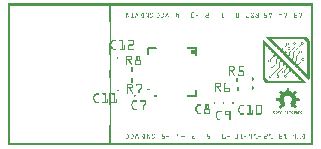
<source format=gto>
G04 MADE WITH FRITZING*
G04 WWW.FRITZING.ORG*
G04 DOUBLE SIDED*
G04 HOLES PLATED*
G04 CONTOUR ON CENTER OF CONTOUR VECTOR*
%ASAXBY*%
%FSLAX23Y23*%
%MOIN*%
%OFA0B0*%
%SFA1.0B1.0*%
%ADD10R,0.017716X0.016732*%
%ADD11C,0.006894*%
%ADD12C,0.008000*%
%ADD13R,0.001000X0.001000*%
%LNSILK1*%
G90*
G70*
G54D10*
X616Y313D03*
G54D11*
X765Y214D02*
X765Y226D01*
D02*
X766Y184D02*
X766Y196D01*
G54D12*
D02*
X628Y324D02*
X628Y303D01*
D02*
X628Y185D02*
X628Y164D01*
D02*
X469Y304D02*
X469Y325D01*
D02*
X469Y325D02*
X495Y325D01*
G54D11*
D02*
X414Y225D02*
X414Y213D01*
D02*
X414Y261D02*
X414Y249D01*
G36*
X867Y363D02*
X867Y362D01*
X864Y362D01*
X864Y361D01*
X862Y361D01*
X862Y361D01*
X862Y361D01*
X862Y360D01*
X862Y360D01*
X862Y359D01*
X863Y359D01*
X863Y359D01*
X864Y359D01*
X864Y358D01*
X865Y358D01*
X865Y357D01*
X865Y357D01*
X865Y356D01*
X866Y356D01*
X866Y356D01*
X867Y356D01*
X867Y355D01*
X983Y355D01*
X983Y354D01*
X987Y354D01*
X987Y354D01*
X988Y354D01*
X988Y353D01*
X989Y353D01*
X989Y352D01*
X991Y352D01*
X991Y351D01*
X992Y351D01*
X992Y351D01*
X992Y351D01*
X992Y350D01*
X993Y350D01*
X993Y349D01*
X994Y349D01*
X994Y348D01*
X995Y348D01*
X995Y348D01*
X995Y348D01*
X995Y346D01*
X996Y346D01*
X996Y346D01*
X997Y346D01*
X997Y344D01*
X997Y344D01*
X997Y342D01*
X998Y342D01*
X998Y236D01*
X1006Y236D01*
X1006Y348D01*
X1005Y348D01*
X1005Y351D01*
X1005Y351D01*
X1005Y352D01*
X1004Y352D01*
X1004Y354D01*
X1003Y354D01*
X1003Y354D01*
X1003Y354D01*
X1003Y356D01*
X1002Y356D01*
X1002Y356D01*
X1001Y356D01*
X1001Y357D01*
X1000Y357D01*
X1000Y358D01*
X1000Y358D01*
X1000Y359D01*
X998Y359D01*
X998Y359D01*
X997Y359D01*
X997Y360D01*
X996Y360D01*
X996Y361D01*
X995Y361D01*
X995Y361D01*
X992Y361D01*
X992Y362D01*
X989Y362D01*
X989Y363D01*
X867Y363D01*
G37*
D02*
G36*
X867Y355D02*
X867Y354D01*
X868Y354D01*
X868Y354D01*
X869Y354D01*
X869Y353D01*
X870Y353D01*
X870Y352D01*
X870Y352D01*
X870Y351D01*
X871Y351D01*
X871Y351D01*
X872Y351D01*
X872Y350D01*
X872Y350D01*
X872Y349D01*
X873Y349D01*
X873Y348D01*
X874Y348D01*
X874Y348D01*
X875Y348D01*
X875Y347D01*
X875Y347D01*
X875Y346D01*
X876Y346D01*
X876Y346D01*
X877Y346D01*
X877Y345D01*
X878Y345D01*
X878Y344D01*
X878Y344D01*
X878Y343D01*
X879Y343D01*
X879Y343D01*
X880Y343D01*
X880Y342D01*
X880Y342D01*
X880Y341D01*
X881Y341D01*
X881Y341D01*
X882Y341D01*
X882Y340D01*
X883Y340D01*
X883Y339D01*
X883Y339D01*
X883Y338D01*
X884Y338D01*
X884Y338D01*
X885Y338D01*
X885Y337D01*
X885Y337D01*
X885Y336D01*
X886Y336D01*
X886Y335D01*
X887Y335D01*
X887Y335D01*
X888Y335D01*
X888Y334D01*
X888Y334D01*
X888Y333D01*
X889Y333D01*
X889Y333D01*
X890Y333D01*
X890Y332D01*
X891Y332D01*
X891Y331D01*
X891Y331D01*
X891Y330D01*
X892Y330D01*
X892Y330D01*
X893Y330D01*
X893Y329D01*
X893Y329D01*
X893Y328D01*
X894Y328D01*
X894Y328D01*
X895Y328D01*
X895Y327D01*
X896Y327D01*
X896Y326D01*
X896Y326D01*
X896Y325D01*
X897Y325D01*
X897Y325D01*
X898Y325D01*
X898Y324D01*
X898Y324D01*
X898Y323D01*
X899Y323D01*
X899Y322D01*
X900Y322D01*
X900Y322D01*
X911Y322D01*
X911Y322D01*
X911Y322D01*
X911Y323D01*
X910Y323D01*
X910Y324D01*
X909Y324D01*
X909Y325D01*
X909Y325D01*
X909Y325D01*
X908Y325D01*
X908Y326D01*
X907Y326D01*
X907Y327D01*
X906Y327D01*
X906Y328D01*
X906Y328D01*
X906Y328D01*
X905Y328D01*
X905Y329D01*
X904Y329D01*
X904Y330D01*
X904Y330D01*
X904Y330D01*
X903Y330D01*
X903Y331D01*
X902Y331D01*
X902Y332D01*
X901Y332D01*
X901Y333D01*
X901Y333D01*
X901Y333D01*
X900Y333D01*
X900Y334D01*
X899Y334D01*
X899Y335D01*
X898Y335D01*
X898Y335D01*
X898Y335D01*
X898Y336D01*
X897Y336D01*
X897Y337D01*
X896Y337D01*
X896Y338D01*
X896Y338D01*
X896Y338D01*
X895Y338D01*
X895Y339D01*
X894Y339D01*
X894Y340D01*
X893Y340D01*
X893Y341D01*
X893Y341D01*
X893Y341D01*
X892Y341D01*
X892Y342D01*
X891Y342D01*
X891Y343D01*
X891Y343D01*
X891Y343D01*
X890Y343D01*
X890Y344D01*
X889Y344D01*
X889Y345D01*
X888Y345D01*
X888Y346D01*
X888Y346D01*
X888Y346D01*
X887Y346D01*
X887Y347D01*
X886Y347D01*
X886Y348D01*
X885Y348D01*
X885Y348D01*
X885Y348D01*
X885Y349D01*
X884Y349D01*
X884Y350D01*
X883Y350D01*
X883Y351D01*
X883Y351D01*
X883Y351D01*
X882Y351D01*
X882Y352D01*
X881Y352D01*
X881Y353D01*
X880Y353D01*
X880Y354D01*
X880Y354D01*
X880Y355D01*
X867Y355D01*
G37*
D02*
G36*
X980Y345D02*
X980Y344D01*
X979Y344D01*
X979Y343D01*
X979Y343D01*
X979Y343D01*
X984Y343D01*
X984Y341D01*
X984Y341D01*
X984Y340D01*
X984Y340D01*
X984Y338D01*
X986Y338D01*
X986Y339D01*
X987Y339D01*
X987Y342D01*
X986Y342D01*
X986Y343D01*
X985Y343D01*
X985Y344D01*
X984Y344D01*
X984Y345D01*
X980Y345D01*
G37*
D02*
G36*
X954Y344D02*
X954Y343D01*
X953Y343D01*
X953Y343D01*
X953Y343D01*
X953Y342D01*
X958Y342D01*
X958Y341D01*
X958Y341D01*
X958Y338D01*
X958Y338D01*
X958Y338D01*
X961Y338D01*
X961Y342D01*
X960Y342D01*
X960Y343D01*
X959Y343D01*
X959Y343D01*
X958Y343D01*
X958Y344D01*
X954Y344D01*
G37*
D02*
G36*
X930Y343D02*
X930Y342D01*
X929Y342D01*
X929Y341D01*
X928Y341D01*
X928Y341D01*
X933Y341D01*
X933Y340D01*
X934Y340D01*
X934Y337D01*
X933Y337D01*
X933Y336D01*
X936Y336D01*
X936Y338D01*
X937Y338D01*
X937Y339D01*
X936Y339D01*
X936Y341D01*
X935Y341D01*
X935Y341D01*
X935Y341D01*
X935Y342D01*
X934Y342D01*
X934Y343D01*
X930Y343D01*
G37*
D02*
G36*
X978Y343D02*
X978Y338D01*
X981Y338D01*
X981Y339D01*
X980Y339D01*
X980Y342D01*
X981Y342D01*
X981Y343D01*
X978Y343D01*
G37*
D02*
G36*
X952Y342D02*
X952Y338D01*
X955Y338D01*
X955Y338D01*
X954Y338D01*
X954Y341D01*
X956Y341D01*
X956Y342D01*
X952Y342D01*
G37*
D02*
G36*
X928Y341D02*
X928Y340D01*
X927Y340D01*
X927Y337D01*
X928Y337D01*
X928Y336D01*
X930Y336D01*
X930Y338D01*
X930Y338D01*
X930Y339D01*
X930Y339D01*
X930Y340D01*
X931Y340D01*
X931Y341D01*
X928Y341D01*
G37*
D02*
G36*
X978Y338D02*
X978Y338D01*
X986Y338D01*
X986Y338D01*
X978Y338D01*
G37*
D02*
G36*
X978Y338D02*
X978Y338D01*
X986Y338D01*
X986Y338D01*
X978Y338D01*
G37*
D02*
G36*
X953Y338D02*
X953Y337D01*
X960Y337D01*
X960Y338D01*
X953Y338D01*
G37*
D02*
G36*
X953Y338D02*
X953Y337D01*
X960Y337D01*
X960Y338D01*
X953Y338D01*
G37*
D02*
G36*
X978Y338D02*
X978Y337D01*
X977Y337D01*
X977Y336D01*
X976Y336D01*
X976Y335D01*
X976Y335D01*
X976Y335D01*
X975Y335D01*
X975Y334D01*
X974Y334D01*
X974Y333D01*
X974Y333D01*
X974Y333D01*
X973Y333D01*
X973Y332D01*
X972Y332D01*
X972Y331D01*
X971Y331D01*
X971Y330D01*
X971Y330D01*
X971Y330D01*
X970Y330D01*
X970Y329D01*
X969Y329D01*
X969Y328D01*
X969Y328D01*
X969Y328D01*
X968Y328D01*
X968Y327D01*
X967Y327D01*
X967Y326D01*
X966Y326D01*
X966Y325D01*
X966Y325D01*
X966Y325D01*
X965Y325D01*
X965Y324D01*
X964Y324D01*
X964Y323D01*
X963Y323D01*
X963Y322D01*
X963Y322D01*
X963Y322D01*
X962Y322D01*
X962Y321D01*
X961Y321D01*
X961Y320D01*
X961Y320D01*
X961Y320D01*
X960Y320D01*
X960Y319D01*
X959Y319D01*
X959Y318D01*
X958Y318D01*
X958Y317D01*
X958Y317D01*
X958Y317D01*
X957Y317D01*
X957Y316D01*
X956Y316D01*
X956Y315D01*
X956Y315D01*
X956Y315D01*
X955Y315D01*
X955Y314D01*
X954Y314D01*
X954Y313D01*
X953Y313D01*
X953Y312D01*
X953Y312D01*
X953Y312D01*
X952Y312D01*
X952Y311D01*
X951Y311D01*
X951Y294D01*
X950Y294D01*
X950Y291D01*
X953Y291D01*
X953Y310D01*
X953Y310D01*
X953Y311D01*
X954Y311D01*
X954Y312D01*
X955Y312D01*
X955Y312D01*
X956Y312D01*
X956Y313D01*
X956Y313D01*
X956Y314D01*
X957Y314D01*
X957Y315D01*
X958Y315D01*
X958Y315D01*
X958Y315D01*
X958Y316D01*
X959Y316D01*
X959Y317D01*
X960Y317D01*
X960Y317D01*
X961Y317D01*
X961Y318D01*
X961Y318D01*
X961Y319D01*
X962Y319D01*
X962Y320D01*
X963Y320D01*
X963Y320D01*
X963Y320D01*
X963Y321D01*
X964Y321D01*
X964Y322D01*
X965Y322D01*
X965Y322D01*
X966Y322D01*
X966Y323D01*
X966Y323D01*
X966Y324D01*
X967Y324D01*
X967Y325D01*
X968Y325D01*
X968Y325D01*
X969Y325D01*
X969Y326D01*
X969Y326D01*
X969Y327D01*
X970Y327D01*
X970Y328D01*
X971Y328D01*
X971Y328D01*
X971Y328D01*
X971Y329D01*
X972Y329D01*
X972Y330D01*
X973Y330D01*
X973Y330D01*
X974Y330D01*
X974Y331D01*
X974Y331D01*
X974Y332D01*
X975Y332D01*
X975Y333D01*
X976Y333D01*
X976Y333D01*
X976Y333D01*
X976Y334D01*
X977Y334D01*
X977Y335D01*
X978Y335D01*
X978Y335D01*
X979Y335D01*
X979Y336D01*
X984Y336D01*
X984Y337D01*
X985Y337D01*
X985Y338D01*
X978Y338D01*
G37*
D02*
G36*
X953Y337D02*
X953Y336D01*
X954Y336D01*
X954Y335D01*
X956Y335D01*
X956Y330D01*
X956Y330D01*
X956Y329D01*
X955Y329D01*
X955Y328D01*
X954Y328D01*
X954Y328D01*
X953Y328D01*
X953Y327D01*
X953Y327D01*
X953Y326D01*
X952Y326D01*
X952Y325D01*
X951Y325D01*
X951Y325D01*
X950Y325D01*
X950Y324D01*
X950Y324D01*
X950Y323D01*
X949Y323D01*
X949Y322D01*
X948Y322D01*
X948Y322D01*
X948Y322D01*
X948Y321D01*
X947Y321D01*
X947Y320D01*
X946Y320D01*
X946Y320D01*
X945Y320D01*
X945Y319D01*
X945Y319D01*
X945Y318D01*
X944Y318D01*
X944Y317D01*
X943Y317D01*
X943Y317D01*
X943Y317D01*
X943Y316D01*
X942Y316D01*
X942Y315D01*
X941Y315D01*
X941Y315D01*
X940Y315D01*
X940Y314D01*
X940Y314D01*
X940Y313D01*
X939Y313D01*
X939Y302D01*
X940Y302D01*
X940Y312D01*
X941Y312D01*
X941Y312D01*
X942Y312D01*
X942Y313D01*
X943Y313D01*
X943Y314D01*
X943Y314D01*
X943Y315D01*
X944Y315D01*
X944Y315D01*
X945Y315D01*
X945Y316D01*
X945Y316D01*
X945Y317D01*
X946Y317D01*
X946Y317D01*
X947Y317D01*
X947Y318D01*
X948Y318D01*
X948Y319D01*
X948Y319D01*
X948Y320D01*
X949Y320D01*
X949Y320D01*
X950Y320D01*
X950Y321D01*
X950Y321D01*
X950Y322D01*
X951Y322D01*
X951Y322D01*
X952Y322D01*
X952Y323D01*
X953Y323D01*
X953Y324D01*
X953Y324D01*
X953Y325D01*
X954Y325D01*
X954Y325D01*
X955Y325D01*
X955Y326D01*
X956Y326D01*
X956Y327D01*
X956Y327D01*
X956Y328D01*
X957Y328D01*
X957Y328D01*
X958Y328D01*
X958Y335D01*
X958Y335D01*
X958Y336D01*
X959Y336D01*
X959Y337D01*
X953Y337D01*
G37*
D02*
G36*
X928Y336D02*
X928Y335D01*
X936Y335D01*
X936Y336D01*
X928Y336D01*
G37*
D02*
G36*
X928Y336D02*
X928Y335D01*
X936Y335D01*
X936Y336D01*
X928Y336D01*
G37*
D02*
G36*
X928Y335D02*
X928Y334D01*
X932Y334D01*
X932Y333D01*
X932Y333D01*
X932Y334D01*
X935Y334D01*
X935Y335D01*
X935Y335D01*
X935Y335D01*
X928Y335D01*
G37*
D02*
G36*
X927Y334D02*
X927Y333D01*
X927Y333D01*
X927Y333D01*
X926Y333D01*
X926Y332D01*
X925Y332D01*
X925Y331D01*
X924Y331D01*
X924Y330D01*
X924Y330D01*
X924Y330D01*
X923Y330D01*
X923Y329D01*
X922Y329D01*
X922Y328D01*
X922Y328D01*
X922Y328D01*
X921Y328D01*
X921Y327D01*
X920Y327D01*
X920Y326D01*
X919Y326D01*
X919Y325D01*
X919Y325D01*
X919Y325D01*
X918Y325D01*
X918Y324D01*
X917Y324D01*
X917Y323D01*
X919Y323D01*
X919Y324D01*
X920Y324D01*
X920Y325D01*
X921Y325D01*
X921Y325D01*
X922Y325D01*
X922Y326D01*
X922Y326D01*
X922Y327D01*
X923Y327D01*
X923Y328D01*
X924Y328D01*
X924Y328D01*
X924Y328D01*
X924Y329D01*
X925Y329D01*
X925Y330D01*
X926Y330D01*
X926Y330D01*
X927Y330D01*
X927Y331D01*
X927Y331D01*
X927Y332D01*
X928Y332D01*
X928Y333D01*
X929Y333D01*
X929Y333D01*
X930Y333D01*
X930Y334D01*
X927Y334D01*
G37*
D02*
G36*
X935Y328D02*
X935Y328D01*
X935Y328D01*
X935Y327D01*
X934Y327D01*
X934Y326D01*
X939Y326D01*
X939Y325D01*
X940Y325D01*
X940Y322D01*
X939Y322D01*
X939Y322D01*
X942Y322D01*
X942Y326D01*
X941Y326D01*
X941Y327D01*
X940Y327D01*
X940Y328D01*
X940Y328D01*
X940Y328D01*
X935Y328D01*
G37*
D02*
G36*
X933Y326D02*
X933Y322D01*
X936Y322D01*
X936Y322D01*
X935Y322D01*
X935Y325D01*
X936Y325D01*
X936Y326D01*
X933Y326D01*
G37*
D02*
G36*
X914Y324D02*
X914Y323D01*
X916Y323D01*
X916Y324D01*
X914Y324D01*
G37*
D02*
G36*
X914Y323D02*
X914Y322D01*
X919Y322D01*
X919Y323D01*
X914Y323D01*
G37*
D02*
G36*
X914Y323D02*
X914Y322D01*
X919Y322D01*
X919Y323D01*
X914Y323D01*
G37*
D02*
G36*
X913Y322D02*
X913Y322D01*
X918Y322D01*
X918Y322D01*
X913Y322D01*
G37*
D02*
G36*
X901Y322D02*
X901Y321D01*
X918Y321D01*
X918Y322D01*
X901Y322D01*
G37*
D02*
G36*
X901Y322D02*
X901Y321D01*
X918Y321D01*
X918Y322D01*
X901Y322D01*
G37*
D02*
G36*
X934Y322D02*
X934Y321D01*
X941Y321D01*
X941Y322D01*
X934Y322D01*
G37*
D02*
G36*
X934Y322D02*
X934Y321D01*
X941Y321D01*
X941Y322D01*
X934Y322D01*
G37*
D02*
G36*
X901Y321D02*
X901Y320D01*
X902Y320D01*
X902Y320D01*
X903Y320D01*
X903Y319D01*
X904Y319D01*
X904Y318D01*
X904Y318D01*
X904Y317D01*
X905Y317D01*
X905Y317D01*
X906Y317D01*
X906Y316D01*
X906Y316D01*
X906Y315D01*
X907Y315D01*
X907Y315D01*
X908Y315D01*
X908Y314D01*
X909Y314D01*
X909Y313D01*
X909Y313D01*
X909Y312D01*
X910Y312D01*
X910Y312D01*
X922Y312D01*
X922Y312D01*
X921Y312D01*
X921Y313D01*
X920Y313D01*
X920Y314D01*
X919Y314D01*
X919Y315D01*
X919Y315D01*
X919Y315D01*
X918Y315D01*
X918Y316D01*
X917Y316D01*
X917Y318D01*
X918Y318D01*
X918Y319D01*
X919Y319D01*
X919Y320D01*
X919Y320D01*
X919Y320D01*
X919Y320D01*
X919Y321D01*
X901Y321D01*
G37*
D02*
G36*
X934Y321D02*
X934Y320D01*
X933Y320D01*
X933Y320D01*
X932Y320D01*
X932Y319D01*
X932Y319D01*
X932Y318D01*
X931Y318D01*
X931Y317D01*
X930Y317D01*
X930Y317D01*
X930Y317D01*
X930Y316D01*
X929Y316D01*
X929Y315D01*
X928Y315D01*
X928Y315D01*
X927Y315D01*
X927Y314D01*
X930Y314D01*
X930Y315D01*
X930Y315D01*
X930Y315D01*
X931Y315D01*
X931Y316D01*
X932Y316D01*
X932Y317D01*
X932Y317D01*
X932Y317D01*
X933Y317D01*
X933Y318D01*
X934Y318D01*
X934Y319D01*
X935Y319D01*
X935Y320D01*
X940Y320D01*
X940Y320D01*
X940Y320D01*
X940Y321D01*
X934Y321D01*
G37*
D02*
G36*
X974Y316D02*
X974Y315D01*
X973Y315D01*
X973Y315D01*
X972Y315D01*
X972Y314D01*
X977Y314D01*
X977Y313D01*
X978Y313D01*
X978Y310D01*
X977Y310D01*
X977Y309D01*
X980Y309D01*
X980Y314D01*
X979Y314D01*
X979Y315D01*
X979Y315D01*
X979Y315D01*
X978Y315D01*
X978Y316D01*
X974Y316D01*
G37*
D02*
G36*
X925Y315D02*
X925Y314D01*
X926Y314D01*
X926Y315D01*
X925Y315D01*
G37*
D02*
G36*
X924Y314D02*
X924Y313D01*
X929Y313D01*
X929Y314D01*
X924Y314D01*
G37*
D02*
G36*
X924Y314D02*
X924Y313D01*
X929Y313D01*
X929Y314D01*
X924Y314D01*
G37*
D02*
G36*
X972Y314D02*
X972Y313D01*
X971Y313D01*
X971Y309D01*
X974Y309D01*
X974Y311D01*
X974Y311D01*
X974Y312D01*
X974Y312D01*
X974Y313D01*
X975Y313D01*
X975Y314D01*
X972Y314D01*
G37*
D02*
G36*
X924Y313D02*
X924Y312D01*
X923Y312D01*
X923Y312D01*
X928Y312D01*
X928Y313D01*
X924Y313D01*
G37*
D02*
G36*
X911Y312D02*
X911Y311D01*
X929Y311D01*
X929Y312D01*
X911Y312D01*
G37*
D02*
G36*
X911Y312D02*
X911Y311D01*
X929Y311D01*
X929Y312D01*
X911Y312D01*
G37*
D02*
G36*
X911Y311D02*
X911Y310D01*
X912Y310D01*
X912Y309D01*
X913Y309D01*
X913Y309D01*
X914Y309D01*
X914Y308D01*
X914Y308D01*
X914Y307D01*
X915Y307D01*
X915Y307D01*
X916Y307D01*
X916Y306D01*
X917Y306D01*
X917Y305D01*
X917Y305D01*
X917Y304D01*
X918Y304D01*
X918Y304D01*
X919Y304D01*
X919Y303D01*
X919Y303D01*
X919Y302D01*
X920Y302D01*
X920Y302D01*
X921Y302D01*
X921Y301D01*
X932Y301D01*
X932Y302D01*
X932Y302D01*
X932Y302D01*
X931Y302D01*
X931Y303D01*
X930Y303D01*
X930Y304D01*
X930Y304D01*
X930Y304D01*
X929Y304D01*
X929Y305D01*
X928Y305D01*
X928Y306D01*
X927Y306D01*
X927Y307D01*
X927Y307D01*
X927Y307D01*
X927Y307D01*
X927Y308D01*
X928Y308D01*
X928Y309D01*
X929Y309D01*
X929Y309D01*
X930Y309D01*
X930Y311D01*
X911Y311D01*
G37*
D02*
G36*
X972Y309D02*
X972Y309D01*
X979Y309D01*
X979Y309D01*
X972Y309D01*
G37*
D02*
G36*
X972Y309D02*
X972Y309D01*
X979Y309D01*
X979Y309D01*
X972Y309D01*
G37*
D02*
G36*
X971Y309D02*
X971Y308D01*
X971Y308D01*
X971Y307D01*
X970Y307D01*
X970Y307D01*
X969Y307D01*
X969Y306D01*
X969Y306D01*
X969Y305D01*
X968Y305D01*
X968Y304D01*
X967Y304D01*
X967Y304D01*
X966Y304D01*
X966Y303D01*
X966Y303D01*
X966Y302D01*
X965Y302D01*
X965Y302D01*
X964Y302D01*
X964Y301D01*
X963Y301D01*
X963Y300D01*
X963Y300D01*
X963Y299D01*
X962Y299D01*
X962Y299D01*
X961Y299D01*
X961Y281D01*
X961Y281D01*
X961Y281D01*
X963Y281D01*
X963Y297D01*
X963Y297D01*
X963Y298D01*
X964Y298D01*
X964Y299D01*
X965Y299D01*
X965Y299D01*
X966Y299D01*
X966Y300D01*
X966Y300D01*
X966Y301D01*
X967Y301D01*
X967Y302D01*
X968Y302D01*
X968Y302D01*
X969Y302D01*
X969Y303D01*
X969Y303D01*
X969Y304D01*
X970Y304D01*
X970Y304D01*
X971Y304D01*
X971Y305D01*
X971Y305D01*
X971Y306D01*
X972Y306D01*
X972Y307D01*
X973Y307D01*
X973Y307D01*
X978Y307D01*
X978Y308D01*
X979Y308D01*
X979Y309D01*
X971Y309D01*
G37*
D02*
G36*
X936Y304D02*
X936Y303D01*
X935Y303D01*
X935Y302D01*
X937Y302D01*
X937Y303D01*
X937Y303D01*
X937Y304D01*
X936Y304D01*
G37*
D02*
G36*
X935Y302D02*
X935Y302D01*
X940Y302D01*
X940Y302D01*
X935Y302D01*
G37*
D02*
G36*
X935Y302D02*
X935Y302D01*
X940Y302D01*
X940Y302D01*
X935Y302D01*
G37*
D02*
G36*
X934Y302D02*
X934Y301D01*
X940Y301D01*
X940Y302D01*
X934Y302D01*
G37*
D02*
G36*
X922Y301D02*
X922Y300D01*
X940Y300D01*
X940Y301D01*
X922Y301D01*
G37*
D02*
G36*
X922Y301D02*
X922Y300D01*
X940Y300D01*
X940Y301D01*
X922Y301D01*
G37*
D02*
G36*
X922Y300D02*
X922Y299D01*
X923Y299D01*
X923Y299D01*
X924Y299D01*
X924Y298D01*
X924Y298D01*
X924Y297D01*
X925Y297D01*
X925Y296D01*
X926Y296D01*
X926Y296D01*
X927Y296D01*
X927Y295D01*
X927Y295D01*
X927Y294D01*
X928Y294D01*
X928Y294D01*
X929Y294D01*
X929Y293D01*
X930Y293D01*
X930Y292D01*
X930Y292D01*
X930Y291D01*
X931Y291D01*
X931Y291D01*
X932Y291D01*
X932Y290D01*
X932Y290D01*
X932Y289D01*
X944Y289D01*
X944Y290D01*
X943Y290D01*
X943Y291D01*
X943Y291D01*
X943Y291D01*
X942Y291D01*
X942Y292D01*
X941Y292D01*
X941Y293D01*
X940Y293D01*
X940Y294D01*
X940Y294D01*
X940Y294D01*
X939Y294D01*
X939Y295D01*
X938Y295D01*
X938Y297D01*
X939Y297D01*
X939Y298D01*
X940Y298D01*
X940Y299D01*
X940Y299D01*
X940Y300D01*
X922Y300D01*
G37*
D02*
G36*
X948Y292D02*
X948Y291D01*
X947Y291D01*
X947Y291D01*
X949Y291D01*
X949Y291D01*
X948Y291D01*
X948Y292D01*
X948Y292D01*
G37*
D02*
G36*
X983Y292D02*
X983Y291D01*
X982Y291D01*
X982Y291D01*
X981Y291D01*
X981Y290D01*
X980Y290D01*
X980Y289D01*
X986Y289D01*
X986Y286D01*
X988Y286D01*
X988Y286D01*
X989Y286D01*
X989Y288D01*
X988Y288D01*
X988Y290D01*
X987Y290D01*
X987Y291D01*
X987Y291D01*
X987Y291D01*
X985Y291D01*
X985Y292D01*
X983Y292D01*
G37*
D02*
G36*
X946Y291D02*
X946Y290D01*
X952Y290D01*
X952Y291D01*
X946Y291D01*
G37*
D02*
G36*
X946Y291D02*
X946Y290D01*
X952Y290D01*
X952Y291D01*
X946Y291D01*
G37*
D02*
G36*
X945Y290D02*
X945Y289D01*
X951Y289D01*
X951Y290D01*
X945Y290D01*
G37*
D02*
G36*
X933Y289D02*
X933Y288D01*
X951Y288D01*
X951Y289D01*
X933Y289D01*
G37*
D02*
G36*
X933Y289D02*
X933Y288D01*
X951Y288D01*
X951Y289D01*
X933Y289D01*
G37*
D02*
G36*
X980Y289D02*
X980Y288D01*
X979Y288D01*
X979Y286D01*
X980Y286D01*
X980Y286D01*
X982Y286D01*
X982Y289D01*
X980Y289D01*
G37*
D02*
G36*
X934Y288D02*
X934Y288D01*
X935Y288D01*
X935Y287D01*
X935Y287D01*
X935Y286D01*
X936Y286D01*
X936Y286D01*
X937Y286D01*
X937Y285D01*
X937Y285D01*
X937Y284D01*
X938Y284D01*
X938Y283D01*
X939Y283D01*
X939Y283D01*
X940Y283D01*
X940Y282D01*
X940Y282D01*
X940Y281D01*
X941Y281D01*
X941Y281D01*
X942Y281D01*
X942Y280D01*
X943Y280D01*
X943Y279D01*
X954Y279D01*
X954Y280D01*
X953Y280D01*
X953Y281D01*
X953Y281D01*
X953Y281D01*
X952Y281D01*
X952Y282D01*
X951Y282D01*
X951Y283D01*
X950Y283D01*
X950Y283D01*
X950Y283D01*
X950Y286D01*
X950Y286D01*
X950Y286D01*
X951Y286D01*
X951Y287D01*
X952Y287D01*
X952Y288D01*
X934Y288D01*
G37*
D02*
G36*
X980Y286D02*
X980Y285D01*
X988Y285D01*
X988Y286D01*
X980Y286D01*
G37*
D02*
G36*
X980Y286D02*
X980Y285D01*
X988Y285D01*
X988Y286D01*
X980Y286D01*
G37*
D02*
G36*
X981Y285D02*
X981Y284D01*
X980Y284D01*
X980Y283D01*
X983Y283D01*
X983Y283D01*
X985Y283D01*
X985Y283D01*
X987Y283D01*
X987Y284D01*
X987Y284D01*
X987Y285D01*
X981Y285D01*
G37*
D02*
G36*
X979Y283D02*
X979Y283D01*
X979Y283D01*
X979Y282D01*
X978Y282D01*
X978Y281D01*
X977Y281D01*
X977Y281D01*
X976Y281D01*
X976Y280D01*
X976Y280D01*
X976Y279D01*
X975Y279D01*
X975Y278D01*
X974Y278D01*
X974Y278D01*
X974Y278D01*
X974Y277D01*
X973Y277D01*
X973Y276D01*
X972Y276D01*
X972Y275D01*
X971Y275D01*
X971Y275D01*
X971Y275D01*
X971Y274D01*
X970Y274D01*
X970Y273D01*
X969Y273D01*
X969Y273D01*
X972Y273D01*
X972Y273D01*
X973Y273D01*
X973Y274D01*
X974Y274D01*
X974Y275D01*
X974Y275D01*
X974Y275D01*
X975Y275D01*
X975Y276D01*
X976Y276D01*
X976Y277D01*
X976Y277D01*
X976Y278D01*
X977Y278D01*
X977Y278D01*
X978Y278D01*
X978Y279D01*
X979Y279D01*
X979Y280D01*
X979Y280D01*
X979Y281D01*
X980Y281D01*
X980Y281D01*
X981Y281D01*
X981Y282D01*
X982Y282D01*
X982Y283D01*
X982Y283D01*
X982Y283D01*
X979Y283D01*
G37*
D02*
G36*
X958Y281D02*
X958Y281D01*
X959Y281D01*
X959Y281D01*
X958Y281D01*
G37*
D02*
G36*
X957Y281D02*
X957Y280D01*
X962Y280D01*
X962Y281D01*
X957Y281D01*
G37*
D02*
G36*
X957Y281D02*
X957Y280D01*
X962Y280D01*
X962Y281D01*
X957Y281D01*
G37*
D02*
G36*
X956Y280D02*
X956Y279D01*
X961Y279D01*
X961Y280D01*
X956Y280D01*
G37*
D02*
G36*
X943Y279D02*
X943Y278D01*
X961Y278D01*
X961Y279D01*
X943Y279D01*
G37*
D02*
G36*
X943Y279D02*
X943Y278D01*
X961Y278D01*
X961Y279D01*
X943Y279D01*
G37*
D02*
G36*
X944Y278D02*
X944Y278D01*
X945Y278D01*
X945Y277D01*
X945Y277D01*
X945Y276D01*
X946Y276D01*
X946Y275D01*
X947Y275D01*
X947Y275D01*
X948Y275D01*
X948Y274D01*
X948Y274D01*
X948Y273D01*
X949Y273D01*
X949Y273D01*
X950Y273D01*
X950Y272D01*
X950Y272D01*
X950Y271D01*
X951Y271D01*
X951Y270D01*
X963Y270D01*
X963Y271D01*
X962Y271D01*
X962Y272D01*
X961Y272D01*
X961Y273D01*
X961Y273D01*
X961Y273D01*
X960Y273D01*
X960Y275D01*
X961Y275D01*
X961Y276D01*
X961Y276D01*
X961Y277D01*
X962Y277D01*
X962Y278D01*
X944Y278D01*
G37*
D02*
G36*
X967Y273D02*
X967Y273D01*
X968Y273D01*
X968Y273D01*
X967Y273D01*
G37*
D02*
G36*
X966Y273D02*
X966Y272D01*
X971Y272D01*
X971Y273D01*
X966Y273D01*
G37*
D02*
G36*
X966Y273D02*
X966Y272D01*
X971Y272D01*
X971Y273D01*
X966Y273D01*
G37*
D02*
G36*
X966Y272D02*
X966Y271D01*
X965Y271D01*
X965Y270D01*
X970Y270D01*
X970Y271D01*
X971Y271D01*
X971Y272D01*
X966Y272D01*
G37*
D02*
G36*
X952Y270D02*
X952Y270D01*
X971Y270D01*
X971Y270D01*
X952Y270D01*
G37*
D02*
G36*
X952Y270D02*
X952Y270D01*
X971Y270D01*
X971Y270D01*
X952Y270D01*
G37*
D02*
G36*
X953Y270D02*
X953Y269D01*
X953Y269D01*
X953Y268D01*
X954Y268D01*
X954Y268D01*
X955Y268D01*
X955Y267D01*
X956Y267D01*
X956Y266D01*
X956Y266D01*
X956Y265D01*
X957Y265D01*
X957Y265D01*
X958Y265D01*
X958Y264D01*
X958Y264D01*
X958Y263D01*
X959Y263D01*
X959Y262D01*
X960Y262D01*
X960Y262D01*
X961Y262D01*
X961Y261D01*
X961Y261D01*
X961Y260D01*
X962Y260D01*
X962Y260D01*
X963Y260D01*
X963Y259D01*
X963Y259D01*
X963Y258D01*
X964Y258D01*
X964Y257D01*
X965Y257D01*
X965Y257D01*
X966Y257D01*
X966Y256D01*
X966Y256D01*
X966Y255D01*
X967Y255D01*
X967Y255D01*
X968Y255D01*
X968Y254D01*
X969Y254D01*
X969Y253D01*
X969Y253D01*
X969Y252D01*
X970Y252D01*
X970Y252D01*
X971Y252D01*
X971Y251D01*
X971Y251D01*
X971Y250D01*
X972Y250D01*
X972Y249D01*
X973Y249D01*
X973Y249D01*
X974Y249D01*
X974Y248D01*
X974Y248D01*
X974Y247D01*
X975Y247D01*
X975Y247D01*
X976Y247D01*
X976Y246D01*
X976Y246D01*
X976Y245D01*
X977Y245D01*
X977Y244D01*
X978Y244D01*
X978Y244D01*
X979Y244D01*
X979Y243D01*
X979Y243D01*
X979Y242D01*
X980Y242D01*
X980Y242D01*
X981Y242D01*
X981Y241D01*
X982Y241D01*
X982Y240D01*
X982Y240D01*
X982Y239D01*
X983Y239D01*
X983Y239D01*
X984Y239D01*
X984Y238D01*
X984Y238D01*
X984Y237D01*
X985Y237D01*
X985Y236D01*
X986Y236D01*
X986Y236D01*
X997Y236D01*
X997Y236D01*
X997Y236D01*
X997Y237D01*
X996Y237D01*
X996Y238D01*
X995Y238D01*
X995Y239D01*
X995Y239D01*
X995Y239D01*
X994Y239D01*
X994Y240D01*
X993Y240D01*
X993Y241D01*
X992Y241D01*
X992Y242D01*
X992Y242D01*
X992Y242D01*
X991Y242D01*
X991Y243D01*
X990Y243D01*
X990Y244D01*
X989Y244D01*
X989Y244D01*
X989Y244D01*
X989Y245D01*
X988Y245D01*
X988Y246D01*
X987Y246D01*
X987Y247D01*
X987Y247D01*
X987Y247D01*
X986Y247D01*
X986Y248D01*
X985Y248D01*
X985Y249D01*
X984Y249D01*
X984Y249D01*
X984Y249D01*
X984Y250D01*
X983Y250D01*
X983Y251D01*
X982Y251D01*
X982Y252D01*
X982Y252D01*
X982Y252D01*
X981Y252D01*
X981Y253D01*
X980Y253D01*
X980Y254D01*
X979Y254D01*
X979Y255D01*
X979Y255D01*
X979Y255D01*
X978Y255D01*
X978Y256D01*
X977Y256D01*
X977Y257D01*
X976Y257D01*
X976Y257D01*
X976Y257D01*
X976Y258D01*
X975Y258D01*
X975Y259D01*
X974Y259D01*
X974Y260D01*
X974Y260D01*
X974Y260D01*
X973Y260D01*
X973Y261D01*
X972Y261D01*
X972Y262D01*
X971Y262D01*
X971Y262D01*
X971Y262D01*
X971Y263D01*
X970Y263D01*
X970Y264D01*
X969Y264D01*
X969Y265D01*
X969Y265D01*
X969Y266D01*
X969Y266D01*
X969Y267D01*
X970Y267D01*
X970Y268D01*
X971Y268D01*
X971Y268D01*
X971Y268D01*
X971Y270D01*
X953Y270D01*
G37*
D02*
G36*
X987Y236D02*
X987Y235D01*
X1006Y235D01*
X1006Y236D01*
X987Y236D01*
G37*
D02*
G36*
X987Y236D02*
X987Y235D01*
X1006Y235D01*
X1006Y236D01*
X987Y236D01*
G37*
D02*
G36*
X987Y235D02*
X987Y234D01*
X988Y234D01*
X988Y234D01*
X989Y234D01*
X989Y233D01*
X989Y233D01*
X989Y232D01*
X990Y232D01*
X990Y231D01*
X991Y231D01*
X991Y231D01*
X992Y231D01*
X992Y230D01*
X992Y230D01*
X992Y229D01*
X993Y229D01*
X993Y229D01*
X994Y229D01*
X994Y228D01*
X995Y228D01*
X995Y227D01*
X995Y227D01*
X995Y226D01*
X996Y226D01*
X996Y226D01*
X997Y226D01*
X997Y225D01*
X997Y225D01*
X997Y224D01*
X998Y224D01*
X998Y223D01*
X999Y223D01*
X999Y223D01*
X1000Y223D01*
X1000Y222D01*
X1000Y222D01*
X1000Y221D01*
X1001Y221D01*
X1001Y221D01*
X1002Y221D01*
X1002Y220D01*
X1003Y220D01*
X1003Y219D01*
X1003Y219D01*
X1003Y218D01*
X1004Y218D01*
X1004Y218D01*
X1005Y218D01*
X1005Y219D01*
X1005Y219D01*
X1005Y221D01*
X1006Y221D01*
X1006Y235D01*
X987Y235D01*
G37*
D02*
G36*
X852Y351D02*
X852Y351D01*
X852Y351D01*
X852Y349D01*
X851Y349D01*
X851Y346D01*
X850Y346D01*
X850Y333D01*
X859Y333D01*
X859Y333D01*
X860Y333D01*
X860Y332D01*
X861Y332D01*
X861Y331D01*
X862Y331D01*
X862Y330D01*
X862Y330D01*
X862Y330D01*
X863Y330D01*
X863Y329D01*
X864Y329D01*
X864Y328D01*
X865Y328D01*
X865Y328D01*
X865Y328D01*
X865Y327D01*
X866Y327D01*
X866Y326D01*
X867Y326D01*
X867Y325D01*
X867Y325D01*
X867Y325D01*
X868Y325D01*
X868Y324D01*
X869Y324D01*
X869Y323D01*
X870Y323D01*
X870Y322D01*
X870Y322D01*
X870Y322D01*
X871Y322D01*
X871Y321D01*
X872Y321D01*
X872Y320D01*
X872Y320D01*
X872Y320D01*
X873Y320D01*
X873Y319D01*
X874Y319D01*
X874Y318D01*
X875Y318D01*
X875Y317D01*
X875Y317D01*
X875Y317D01*
X876Y317D01*
X876Y316D01*
X877Y316D01*
X877Y315D01*
X878Y315D01*
X878Y315D01*
X878Y315D01*
X878Y314D01*
X879Y314D01*
X879Y313D01*
X880Y313D01*
X880Y312D01*
X880Y312D01*
X880Y312D01*
X881Y312D01*
X881Y311D01*
X882Y311D01*
X882Y310D01*
X883Y310D01*
X883Y309D01*
X883Y309D01*
X883Y309D01*
X884Y309D01*
X884Y308D01*
X885Y308D01*
X885Y307D01*
X885Y307D01*
X885Y307D01*
X886Y307D01*
X886Y306D01*
X887Y306D01*
X887Y305D01*
X888Y305D01*
X888Y304D01*
X888Y304D01*
X888Y303D01*
X888Y303D01*
X888Y302D01*
X887Y302D01*
X887Y302D01*
X886Y302D01*
X886Y301D01*
X885Y301D01*
X885Y299D01*
X893Y299D01*
X893Y299D01*
X894Y299D01*
X894Y298D01*
X895Y298D01*
X895Y297D01*
X896Y297D01*
X896Y296D01*
X896Y296D01*
X896Y296D01*
X897Y296D01*
X897Y294D01*
X896Y294D01*
X896Y294D01*
X896Y294D01*
X896Y293D01*
X895Y293D01*
X895Y292D01*
X894Y292D01*
X894Y291D01*
X895Y291D01*
X895Y291D01*
X902Y291D01*
X902Y290D01*
X903Y290D01*
X903Y289D01*
X904Y289D01*
X904Y288D01*
X904Y288D01*
X904Y288D01*
X905Y288D01*
X905Y287D01*
X906Y287D01*
X906Y286D01*
X906Y286D01*
X906Y286D01*
X907Y286D01*
X907Y284D01*
X906Y284D01*
X906Y283D01*
X906Y283D01*
X906Y283D01*
X905Y283D01*
X905Y282D01*
X904Y282D01*
X904Y281D01*
X905Y281D01*
X905Y281D01*
X912Y281D01*
X912Y280D01*
X913Y280D01*
X913Y279D01*
X914Y279D01*
X914Y278D01*
X914Y278D01*
X914Y278D01*
X915Y278D01*
X915Y277D01*
X916Y277D01*
X916Y276D01*
X917Y276D01*
X917Y275D01*
X917Y275D01*
X917Y275D01*
X918Y275D01*
X918Y274D01*
X919Y274D01*
X919Y273D01*
X918Y273D01*
X918Y272D01*
X917Y272D01*
X917Y271D01*
X917Y271D01*
X917Y270D01*
X916Y270D01*
X916Y270D01*
X917Y270D01*
X917Y269D01*
X924Y269D01*
X924Y268D01*
X924Y268D01*
X924Y268D01*
X925Y268D01*
X925Y267D01*
X926Y267D01*
X926Y266D01*
X927Y266D01*
X927Y265D01*
X927Y265D01*
X927Y265D01*
X928Y265D01*
X928Y264D01*
X929Y264D01*
X929Y263D01*
X930Y263D01*
X930Y261D01*
X929Y261D01*
X929Y260D01*
X928Y260D01*
X928Y260D01*
X927Y260D01*
X927Y258D01*
X928Y258D01*
X928Y257D01*
X935Y257D01*
X935Y257D01*
X936Y257D01*
X936Y256D01*
X937Y256D01*
X937Y255D01*
X937Y255D01*
X937Y255D01*
X938Y255D01*
X938Y254D01*
X939Y254D01*
X939Y253D01*
X940Y253D01*
X940Y252D01*
X939Y252D01*
X939Y251D01*
X938Y251D01*
X938Y250D01*
X937Y250D01*
X937Y249D01*
X938Y249D01*
X938Y248D01*
X945Y248D01*
X945Y247D01*
X945Y247D01*
X945Y247D01*
X946Y247D01*
X946Y246D01*
X947Y246D01*
X947Y245D01*
X948Y245D01*
X948Y244D01*
X948Y244D01*
X948Y244D01*
X949Y244D01*
X949Y243D01*
X950Y243D01*
X950Y242D01*
X950Y242D01*
X950Y242D01*
X951Y242D01*
X951Y241D01*
X952Y241D01*
X952Y240D01*
X953Y240D01*
X953Y239D01*
X953Y239D01*
X953Y239D01*
X954Y239D01*
X954Y238D01*
X955Y238D01*
X955Y237D01*
X956Y237D01*
X956Y236D01*
X956Y236D01*
X956Y236D01*
X957Y236D01*
X957Y235D01*
X958Y235D01*
X958Y234D01*
X958Y234D01*
X958Y234D01*
X959Y234D01*
X959Y233D01*
X960Y233D01*
X960Y232D01*
X961Y232D01*
X961Y231D01*
X961Y231D01*
X961Y231D01*
X962Y231D01*
X962Y230D01*
X963Y230D01*
X963Y229D01*
X963Y229D01*
X963Y229D01*
X964Y229D01*
X964Y228D01*
X965Y228D01*
X965Y227D01*
X966Y227D01*
X966Y226D01*
X966Y226D01*
X966Y226D01*
X967Y226D01*
X967Y225D01*
X968Y225D01*
X968Y224D01*
X969Y224D01*
X969Y223D01*
X969Y223D01*
X969Y223D01*
X970Y223D01*
X970Y222D01*
X971Y222D01*
X971Y221D01*
X971Y221D01*
X971Y221D01*
X972Y221D01*
X972Y220D01*
X973Y220D01*
X973Y219D01*
X974Y219D01*
X974Y218D01*
X974Y218D01*
X974Y218D01*
X975Y218D01*
X975Y217D01*
X976Y217D01*
X976Y216D01*
X976Y216D01*
X976Y216D01*
X977Y216D01*
X977Y215D01*
X989Y215D01*
X989Y216D01*
X988Y216D01*
X988Y216D01*
X987Y216D01*
X987Y217D01*
X987Y217D01*
X987Y218D01*
X986Y218D01*
X986Y218D01*
X985Y218D01*
X985Y219D01*
X984Y219D01*
X984Y220D01*
X984Y220D01*
X984Y221D01*
X983Y221D01*
X983Y221D01*
X982Y221D01*
X982Y222D01*
X982Y222D01*
X982Y223D01*
X981Y223D01*
X981Y223D01*
X980Y223D01*
X980Y224D01*
X979Y224D01*
X979Y225D01*
X979Y225D01*
X979Y226D01*
X978Y226D01*
X978Y226D01*
X977Y226D01*
X977Y227D01*
X976Y227D01*
X976Y228D01*
X976Y228D01*
X976Y229D01*
X975Y229D01*
X975Y229D01*
X974Y229D01*
X974Y230D01*
X974Y230D01*
X974Y231D01*
X973Y231D01*
X973Y231D01*
X972Y231D01*
X972Y232D01*
X971Y232D01*
X971Y233D01*
X971Y233D01*
X971Y234D01*
X970Y234D01*
X970Y234D01*
X969Y234D01*
X969Y235D01*
X969Y235D01*
X969Y236D01*
X968Y236D01*
X968Y236D01*
X967Y236D01*
X967Y237D01*
X966Y237D01*
X966Y238D01*
X966Y238D01*
X966Y239D01*
X965Y239D01*
X965Y239D01*
X964Y239D01*
X964Y240D01*
X963Y240D01*
X963Y241D01*
X963Y241D01*
X963Y242D01*
X962Y242D01*
X962Y242D01*
X961Y242D01*
X961Y243D01*
X961Y243D01*
X961Y244D01*
X960Y244D01*
X960Y244D01*
X959Y244D01*
X959Y245D01*
X958Y245D01*
X958Y246D01*
X958Y246D01*
X958Y247D01*
X957Y247D01*
X957Y247D01*
X956Y247D01*
X956Y248D01*
X956Y248D01*
X956Y249D01*
X955Y249D01*
X955Y249D01*
X954Y249D01*
X954Y250D01*
X953Y250D01*
X953Y251D01*
X953Y251D01*
X953Y252D01*
X952Y252D01*
X952Y252D01*
X951Y252D01*
X951Y253D01*
X950Y253D01*
X950Y254D01*
X950Y254D01*
X950Y255D01*
X949Y255D01*
X949Y255D01*
X948Y255D01*
X948Y256D01*
X948Y256D01*
X948Y257D01*
X947Y257D01*
X947Y257D01*
X946Y257D01*
X946Y258D01*
X945Y258D01*
X945Y259D01*
X945Y259D01*
X945Y260D01*
X944Y260D01*
X944Y260D01*
X943Y260D01*
X943Y261D01*
X943Y261D01*
X943Y262D01*
X942Y262D01*
X942Y262D01*
X941Y262D01*
X941Y263D01*
X940Y263D01*
X940Y264D01*
X940Y264D01*
X940Y265D01*
X939Y265D01*
X939Y265D01*
X938Y265D01*
X938Y266D01*
X937Y266D01*
X937Y267D01*
X937Y267D01*
X937Y268D01*
X936Y268D01*
X936Y268D01*
X935Y268D01*
X935Y269D01*
X935Y269D01*
X935Y270D01*
X934Y270D01*
X934Y270D01*
X933Y270D01*
X933Y271D01*
X932Y271D01*
X932Y272D01*
X932Y272D01*
X932Y273D01*
X931Y273D01*
X931Y273D01*
X930Y273D01*
X930Y274D01*
X930Y274D01*
X930Y275D01*
X929Y275D01*
X929Y275D01*
X928Y275D01*
X928Y276D01*
X927Y276D01*
X927Y277D01*
X927Y277D01*
X927Y278D01*
X926Y278D01*
X926Y278D01*
X925Y278D01*
X925Y279D01*
X924Y279D01*
X924Y280D01*
X924Y280D01*
X924Y281D01*
X923Y281D01*
X923Y281D01*
X922Y281D01*
X922Y282D01*
X922Y282D01*
X922Y283D01*
X921Y283D01*
X921Y283D01*
X920Y283D01*
X920Y284D01*
X919Y284D01*
X919Y285D01*
X919Y285D01*
X919Y286D01*
X918Y286D01*
X918Y286D01*
X917Y286D01*
X917Y287D01*
X917Y287D01*
X917Y288D01*
X916Y288D01*
X916Y288D01*
X915Y288D01*
X915Y289D01*
X914Y289D01*
X914Y290D01*
X914Y290D01*
X914Y291D01*
X913Y291D01*
X913Y291D01*
X912Y291D01*
X912Y292D01*
X911Y292D01*
X911Y293D01*
X911Y293D01*
X911Y294D01*
X910Y294D01*
X910Y294D01*
X909Y294D01*
X909Y295D01*
X909Y295D01*
X909Y296D01*
X908Y296D01*
X908Y296D01*
X907Y296D01*
X907Y297D01*
X906Y297D01*
X906Y298D01*
X906Y298D01*
X906Y299D01*
X905Y299D01*
X905Y299D01*
X904Y299D01*
X904Y300D01*
X904Y300D01*
X904Y301D01*
X903Y301D01*
X903Y302D01*
X902Y302D01*
X902Y302D01*
X901Y302D01*
X901Y303D01*
X901Y303D01*
X901Y304D01*
X900Y304D01*
X900Y304D01*
X899Y304D01*
X899Y305D01*
X898Y305D01*
X898Y306D01*
X898Y306D01*
X898Y307D01*
X897Y307D01*
X897Y307D01*
X896Y307D01*
X896Y308D01*
X896Y308D01*
X896Y309D01*
X895Y309D01*
X895Y309D01*
X894Y309D01*
X894Y310D01*
X893Y310D01*
X893Y311D01*
X893Y311D01*
X893Y312D01*
X892Y312D01*
X892Y312D01*
X891Y312D01*
X891Y313D01*
X891Y313D01*
X891Y314D01*
X890Y314D01*
X890Y315D01*
X889Y315D01*
X889Y315D01*
X888Y315D01*
X888Y316D01*
X888Y316D01*
X888Y317D01*
X887Y317D01*
X887Y317D01*
X886Y317D01*
X886Y318D01*
X885Y318D01*
X885Y319D01*
X885Y319D01*
X885Y320D01*
X884Y320D01*
X884Y320D01*
X883Y320D01*
X883Y321D01*
X883Y321D01*
X883Y322D01*
X882Y322D01*
X882Y322D01*
X881Y322D01*
X881Y323D01*
X880Y323D01*
X880Y324D01*
X880Y324D01*
X880Y325D01*
X879Y325D01*
X879Y325D01*
X878Y325D01*
X878Y326D01*
X878Y326D01*
X878Y327D01*
X877Y327D01*
X877Y328D01*
X876Y328D01*
X876Y328D01*
X875Y328D01*
X875Y329D01*
X875Y329D01*
X875Y330D01*
X874Y330D01*
X874Y330D01*
X873Y330D01*
X873Y331D01*
X872Y331D01*
X872Y332D01*
X872Y332D01*
X872Y333D01*
X871Y333D01*
X871Y333D01*
X870Y333D01*
X870Y334D01*
X870Y334D01*
X870Y335D01*
X869Y335D01*
X869Y335D01*
X868Y335D01*
X868Y336D01*
X867Y336D01*
X867Y337D01*
X867Y337D01*
X867Y338D01*
X866Y338D01*
X866Y338D01*
X865Y338D01*
X865Y339D01*
X865Y339D01*
X865Y340D01*
X864Y340D01*
X864Y341D01*
X863Y341D01*
X863Y341D01*
X862Y341D01*
X862Y342D01*
X862Y342D01*
X862Y343D01*
X861Y343D01*
X861Y343D01*
X860Y343D01*
X860Y344D01*
X859Y344D01*
X859Y345D01*
X859Y345D01*
X859Y346D01*
X858Y346D01*
X858Y346D01*
X857Y346D01*
X857Y347D01*
X857Y347D01*
X857Y348D01*
X856Y348D01*
X856Y348D01*
X855Y348D01*
X855Y349D01*
X854Y349D01*
X854Y350D01*
X854Y350D01*
X854Y351D01*
X853Y351D01*
X853Y351D01*
X852Y351D01*
G37*
D02*
G36*
X850Y333D02*
X850Y223D01*
X851Y223D01*
X851Y221D01*
X852Y221D01*
X852Y218D01*
X852Y218D01*
X852Y217D01*
X853Y217D01*
X853Y216D01*
X854Y216D01*
X854Y215D01*
X871Y215D01*
X871Y216D01*
X869Y216D01*
X869Y216D01*
X867Y216D01*
X867Y217D01*
X867Y217D01*
X867Y218D01*
X865Y218D01*
X865Y218D01*
X865Y218D01*
X865Y219D01*
X864Y219D01*
X864Y220D01*
X863Y220D01*
X863Y221D01*
X862Y221D01*
X862Y221D01*
X862Y221D01*
X862Y222D01*
X861Y222D01*
X861Y223D01*
X860Y223D01*
X860Y225D01*
X859Y225D01*
X859Y227D01*
X859Y227D01*
X859Y230D01*
X858Y230D01*
X858Y333D01*
X850Y333D01*
G37*
D02*
G36*
X886Y299D02*
X886Y297D01*
X888Y297D01*
X888Y296D01*
X890Y296D01*
X890Y297D01*
X891Y297D01*
X891Y298D01*
X891Y298D01*
X891Y299D01*
X892Y299D01*
X892Y299D01*
X886Y299D01*
G37*
D02*
G36*
X885Y297D02*
X885Y296D01*
X885Y296D01*
X885Y296D01*
X884Y296D01*
X884Y295D01*
X883Y295D01*
X883Y294D01*
X883Y294D01*
X883Y294D01*
X882Y294D01*
X882Y293D01*
X881Y293D01*
X881Y292D01*
X880Y292D01*
X880Y291D01*
X880Y291D01*
X880Y291D01*
X879Y291D01*
X879Y290D01*
X878Y290D01*
X878Y289D01*
X878Y289D01*
X878Y288D01*
X877Y288D01*
X877Y288D01*
X876Y288D01*
X876Y287D01*
X875Y287D01*
X875Y286D01*
X870Y286D01*
X870Y286D01*
X870Y286D01*
X870Y285D01*
X869Y285D01*
X869Y284D01*
X874Y284D01*
X874Y283D01*
X875Y283D01*
X875Y281D01*
X874Y281D01*
X874Y280D01*
X877Y280D01*
X877Y284D01*
X876Y284D01*
X876Y286D01*
X877Y286D01*
X877Y286D01*
X878Y286D01*
X878Y287D01*
X878Y287D01*
X878Y288D01*
X879Y288D01*
X879Y288D01*
X880Y288D01*
X880Y289D01*
X880Y289D01*
X880Y290D01*
X881Y290D01*
X881Y291D01*
X882Y291D01*
X882Y291D01*
X883Y291D01*
X883Y292D01*
X883Y292D01*
X883Y293D01*
X884Y293D01*
X884Y294D01*
X885Y294D01*
X885Y294D01*
X885Y294D01*
X885Y295D01*
X886Y295D01*
X886Y296D01*
X887Y296D01*
X887Y296D01*
X888Y296D01*
X888Y297D01*
X885Y297D01*
G37*
D02*
G36*
X896Y291D02*
X896Y290D01*
X895Y290D01*
X895Y289D01*
X894Y289D01*
X894Y288D01*
X898Y288D01*
X898Y288D01*
X899Y288D01*
X899Y288D01*
X900Y288D01*
X900Y289D01*
X901Y289D01*
X901Y290D01*
X901Y290D01*
X901Y291D01*
X896Y291D01*
G37*
D02*
G36*
X894Y288D02*
X894Y272D01*
X893Y272D01*
X893Y271D01*
X893Y271D01*
X893Y270D01*
X892Y270D01*
X892Y270D01*
X891Y270D01*
X891Y269D01*
X891Y269D01*
X891Y268D01*
X890Y268D01*
X890Y268D01*
X889Y268D01*
X889Y267D01*
X888Y267D01*
X888Y266D01*
X888Y266D01*
X888Y265D01*
X887Y265D01*
X887Y265D01*
X886Y265D01*
X886Y264D01*
X885Y264D01*
X885Y263D01*
X885Y263D01*
X885Y262D01*
X884Y262D01*
X884Y262D01*
X886Y262D01*
X886Y262D01*
X887Y262D01*
X887Y263D01*
X888Y263D01*
X888Y264D01*
X888Y264D01*
X888Y265D01*
X889Y265D01*
X889Y265D01*
X890Y265D01*
X890Y266D01*
X891Y266D01*
X891Y267D01*
X891Y267D01*
X891Y268D01*
X892Y268D01*
X892Y268D01*
X893Y268D01*
X893Y269D01*
X893Y269D01*
X893Y270D01*
X894Y270D01*
X894Y270D01*
X895Y270D01*
X895Y271D01*
X896Y271D01*
X896Y288D01*
X894Y288D01*
G37*
D02*
G36*
X868Y284D02*
X868Y280D01*
X871Y280D01*
X871Y281D01*
X870Y281D01*
X870Y283D01*
X871Y283D01*
X871Y283D01*
X872Y283D01*
X872Y284D01*
X868Y284D01*
G37*
D02*
G36*
X906Y281D02*
X906Y280D01*
X905Y280D01*
X905Y279D01*
X904Y279D01*
X904Y278D01*
X908Y278D01*
X908Y278D01*
X909Y278D01*
X909Y278D01*
X910Y278D01*
X910Y279D01*
X911Y279D01*
X911Y280D01*
X911Y280D01*
X911Y281D01*
X906Y281D01*
G37*
D02*
G36*
X869Y280D02*
X869Y279D01*
X876Y279D01*
X876Y280D01*
X869Y280D01*
G37*
D02*
G36*
X869Y280D02*
X869Y279D01*
X876Y279D01*
X876Y280D01*
X869Y280D01*
G37*
D02*
G36*
X870Y279D02*
X870Y278D01*
X870Y278D01*
X870Y278D01*
X875Y278D01*
X875Y278D01*
X876Y278D01*
X876Y279D01*
X870Y279D01*
G37*
D02*
G36*
X904Y278D02*
X904Y260D01*
X904Y260D01*
X904Y259D01*
X903Y259D01*
X903Y258D01*
X902Y258D01*
X902Y257D01*
X901Y257D01*
X901Y257D01*
X901Y257D01*
X901Y256D01*
X900Y256D01*
X900Y255D01*
X899Y255D01*
X899Y255D01*
X898Y255D01*
X898Y254D01*
X898Y254D01*
X898Y253D01*
X897Y253D01*
X897Y252D01*
X896Y252D01*
X896Y252D01*
X896Y252D01*
X896Y251D01*
X895Y251D01*
X895Y250D01*
X894Y250D01*
X894Y249D01*
X893Y249D01*
X893Y249D01*
X893Y249D01*
X893Y248D01*
X892Y248D01*
X892Y247D01*
X891Y247D01*
X891Y247D01*
X891Y247D01*
X891Y246D01*
X890Y246D01*
X890Y245D01*
X889Y245D01*
X889Y244D01*
X888Y244D01*
X888Y244D01*
X888Y244D01*
X888Y243D01*
X887Y243D01*
X887Y242D01*
X886Y242D01*
X886Y242D01*
X885Y242D01*
X885Y241D01*
X885Y241D01*
X885Y240D01*
X884Y240D01*
X884Y239D01*
X883Y239D01*
X883Y239D01*
X883Y239D01*
X883Y238D01*
X882Y238D01*
X882Y237D01*
X881Y237D01*
X881Y236D01*
X880Y236D01*
X880Y236D01*
X880Y236D01*
X880Y235D01*
X879Y235D01*
X879Y234D01*
X878Y234D01*
X878Y234D01*
X878Y234D01*
X878Y233D01*
X880Y233D01*
X880Y234D01*
X880Y234D01*
X880Y234D01*
X881Y234D01*
X881Y235D01*
X882Y235D01*
X882Y236D01*
X883Y236D01*
X883Y236D01*
X883Y236D01*
X883Y237D01*
X884Y237D01*
X884Y238D01*
X885Y238D01*
X885Y239D01*
X885Y239D01*
X885Y239D01*
X886Y239D01*
X886Y240D01*
X887Y240D01*
X887Y241D01*
X888Y241D01*
X888Y242D01*
X888Y242D01*
X888Y242D01*
X889Y242D01*
X889Y243D01*
X890Y243D01*
X890Y244D01*
X891Y244D01*
X891Y244D01*
X891Y244D01*
X891Y245D01*
X892Y245D01*
X892Y246D01*
X893Y246D01*
X893Y247D01*
X893Y247D01*
X893Y247D01*
X894Y247D01*
X894Y248D01*
X895Y248D01*
X895Y249D01*
X896Y249D01*
X896Y249D01*
X896Y249D01*
X896Y250D01*
X897Y250D01*
X897Y251D01*
X898Y251D01*
X898Y252D01*
X898Y252D01*
X898Y252D01*
X899Y252D01*
X899Y253D01*
X900Y253D01*
X900Y254D01*
X901Y254D01*
X901Y255D01*
X901Y255D01*
X901Y255D01*
X902Y255D01*
X902Y256D01*
X903Y256D01*
X903Y257D01*
X904Y257D01*
X904Y257D01*
X904Y257D01*
X904Y258D01*
X905Y258D01*
X905Y259D01*
X906Y259D01*
X906Y278D01*
X906Y278D01*
X906Y278D01*
X904Y278D01*
G37*
D02*
G36*
X917Y269D02*
X917Y268D01*
X917Y268D01*
X917Y268D01*
X919Y268D01*
X919Y267D01*
X919Y267D01*
X919Y266D01*
X921Y266D01*
X921Y267D01*
X922Y267D01*
X922Y268D01*
X922Y268D01*
X922Y268D01*
X923Y268D01*
X923Y269D01*
X917Y269D01*
G37*
D02*
G36*
X916Y268D02*
X916Y257D01*
X915Y257D01*
X915Y256D01*
X914Y256D01*
X914Y255D01*
X914Y255D01*
X914Y255D01*
X913Y255D01*
X913Y254D01*
X912Y254D01*
X912Y253D01*
X911Y253D01*
X911Y252D01*
X911Y252D01*
X911Y252D01*
X910Y252D01*
X910Y251D01*
X909Y251D01*
X909Y250D01*
X909Y250D01*
X909Y249D01*
X908Y249D01*
X908Y249D01*
X907Y249D01*
X907Y248D01*
X906Y248D01*
X906Y247D01*
X906Y247D01*
X906Y247D01*
X905Y247D01*
X905Y246D01*
X904Y246D01*
X904Y245D01*
X904Y245D01*
X904Y244D01*
X903Y244D01*
X903Y244D01*
X902Y244D01*
X902Y243D01*
X901Y243D01*
X901Y242D01*
X901Y242D01*
X901Y242D01*
X900Y242D01*
X900Y241D01*
X899Y241D01*
X899Y240D01*
X898Y240D01*
X898Y234D01*
X898Y234D01*
X898Y233D01*
X897Y233D01*
X897Y232D01*
X896Y232D01*
X896Y231D01*
X902Y231D01*
X902Y230D01*
X903Y230D01*
X903Y229D01*
X902Y229D01*
X902Y228D01*
X905Y228D01*
X905Y231D01*
X904Y231D01*
X904Y232D01*
X904Y232D01*
X904Y233D01*
X903Y233D01*
X903Y234D01*
X901Y234D01*
X901Y234D01*
X901Y234D01*
X901Y240D01*
X901Y240D01*
X901Y241D01*
X902Y241D01*
X902Y242D01*
X903Y242D01*
X903Y242D01*
X904Y242D01*
X904Y243D01*
X904Y243D01*
X904Y244D01*
X905Y244D01*
X905Y244D01*
X906Y244D01*
X906Y245D01*
X906Y245D01*
X906Y246D01*
X907Y246D01*
X907Y247D01*
X908Y247D01*
X908Y247D01*
X909Y247D01*
X909Y248D01*
X909Y248D01*
X909Y249D01*
X910Y249D01*
X910Y249D01*
X911Y249D01*
X911Y250D01*
X911Y250D01*
X911Y251D01*
X912Y251D01*
X912Y252D01*
X913Y252D01*
X913Y252D01*
X914Y252D01*
X914Y253D01*
X914Y253D01*
X914Y254D01*
X915Y254D01*
X915Y255D01*
X916Y255D01*
X916Y255D01*
X917Y255D01*
X917Y256D01*
X917Y256D01*
X917Y257D01*
X918Y257D01*
X918Y268D01*
X916Y268D01*
G37*
D02*
G36*
X880Y262D02*
X880Y262D01*
X882Y262D01*
X882Y262D01*
X880Y262D01*
G37*
D02*
G36*
X878Y262D02*
X878Y261D01*
X885Y261D01*
X885Y262D01*
X878Y262D01*
G37*
D02*
G36*
X878Y262D02*
X878Y261D01*
X885Y261D01*
X885Y262D01*
X878Y262D01*
G37*
D02*
G36*
X878Y261D02*
X878Y260D01*
X877Y260D01*
X877Y260D01*
X883Y260D01*
X883Y256D01*
X885Y256D01*
X885Y257D01*
X885Y257D01*
X885Y259D01*
X885Y259D01*
X885Y261D01*
X878Y261D01*
G37*
D02*
G36*
X877Y260D02*
X877Y259D01*
X876Y259D01*
X876Y257D01*
X877Y257D01*
X877Y256D01*
X879Y256D01*
X879Y260D01*
X877Y260D01*
G37*
D02*
G36*
X929Y257D02*
X929Y257D01*
X928Y257D01*
X928Y256D01*
X930Y256D01*
X930Y255D01*
X932Y255D01*
X932Y256D01*
X932Y256D01*
X932Y257D01*
X933Y257D01*
X933Y257D01*
X929Y257D01*
G37*
D02*
G36*
X877Y256D02*
X877Y255D01*
X885Y255D01*
X885Y256D01*
X877Y256D01*
G37*
D02*
G36*
X877Y256D02*
X877Y255D01*
X885Y255D01*
X885Y256D01*
X877Y256D01*
G37*
D02*
G36*
X927Y256D02*
X927Y255D01*
X927Y255D01*
X927Y255D01*
X926Y255D01*
X926Y254D01*
X925Y254D01*
X925Y253D01*
X924Y253D01*
X924Y252D01*
X924Y252D01*
X924Y252D01*
X923Y252D01*
X923Y251D01*
X922Y251D01*
X922Y250D01*
X922Y250D01*
X922Y249D01*
X924Y249D01*
X924Y250D01*
X924Y250D01*
X924Y251D01*
X925Y251D01*
X925Y252D01*
X926Y252D01*
X926Y252D01*
X927Y252D01*
X927Y253D01*
X927Y253D01*
X927Y254D01*
X928Y254D01*
X928Y255D01*
X929Y255D01*
X929Y255D01*
X930Y255D01*
X930Y256D01*
X927Y256D01*
G37*
D02*
G36*
X878Y255D02*
X878Y255D01*
X878Y255D01*
X878Y254D01*
X880Y254D01*
X880Y253D01*
X882Y253D01*
X882Y254D01*
X883Y254D01*
X883Y255D01*
X884Y255D01*
X884Y255D01*
X878Y255D01*
G37*
D02*
G36*
X919Y250D02*
X919Y249D01*
X920Y249D01*
X920Y250D01*
X919Y250D01*
G37*
D02*
G36*
X917Y249D02*
X917Y249D01*
X923Y249D01*
X923Y249D01*
X917Y249D01*
G37*
D02*
G36*
X917Y249D02*
X917Y249D01*
X923Y249D01*
X923Y249D01*
X917Y249D01*
G37*
D02*
G36*
X916Y249D02*
X916Y248D01*
X915Y248D01*
X915Y247D01*
X921Y247D01*
X921Y247D01*
X922Y247D01*
X922Y244D01*
X921Y244D01*
X921Y244D01*
X920Y244D01*
X920Y243D01*
X923Y243D01*
X923Y244D01*
X924Y244D01*
X924Y247D01*
X923Y247D01*
X923Y249D01*
X916Y249D01*
G37*
D02*
G36*
X939Y248D02*
X939Y247D01*
X938Y247D01*
X938Y247D01*
X937Y247D01*
X937Y246D01*
X941Y246D01*
X941Y245D01*
X942Y245D01*
X942Y246D01*
X943Y246D01*
X943Y247D01*
X943Y247D01*
X943Y247D01*
X944Y247D01*
X944Y248D01*
X939Y248D01*
G37*
D02*
G36*
X915Y247D02*
X915Y246D01*
X914Y246D01*
X914Y245D01*
X915Y245D01*
X915Y243D01*
X919Y243D01*
X919Y244D01*
X917Y244D01*
X917Y247D01*
X918Y247D01*
X918Y247D01*
X915Y247D01*
G37*
D02*
G36*
X937Y246D02*
X937Y245D01*
X936Y245D01*
X936Y244D01*
X935Y244D01*
X935Y244D01*
X935Y244D01*
X935Y243D01*
X934Y243D01*
X934Y242D01*
X933Y242D01*
X933Y242D01*
X932Y242D01*
X932Y241D01*
X932Y241D01*
X932Y240D01*
X931Y240D01*
X931Y239D01*
X930Y239D01*
X930Y239D01*
X930Y239D01*
X930Y238D01*
X929Y238D01*
X929Y237D01*
X928Y237D01*
X928Y236D01*
X927Y236D01*
X927Y236D01*
X927Y236D01*
X927Y235D01*
X930Y235D01*
X930Y236D01*
X930Y236D01*
X930Y236D01*
X931Y236D01*
X931Y237D01*
X932Y237D01*
X932Y238D01*
X932Y238D01*
X932Y239D01*
X933Y239D01*
X933Y239D01*
X934Y239D01*
X934Y240D01*
X935Y240D01*
X935Y241D01*
X935Y241D01*
X935Y242D01*
X936Y242D01*
X936Y242D01*
X937Y242D01*
X937Y243D01*
X937Y243D01*
X937Y244D01*
X938Y244D01*
X938Y244D01*
X939Y244D01*
X939Y245D01*
X940Y245D01*
X940Y246D01*
X937Y246D01*
G37*
D02*
G36*
X916Y243D02*
X916Y242D01*
X923Y242D01*
X923Y243D01*
X916Y243D01*
G37*
D02*
G36*
X916Y243D02*
X916Y242D01*
X923Y242D01*
X923Y243D01*
X916Y243D01*
G37*
D02*
G36*
X917Y242D02*
X917Y242D01*
X918Y242D01*
X918Y241D01*
X921Y241D01*
X921Y242D01*
X922Y242D01*
X922Y242D01*
X917Y242D01*
G37*
D02*
G36*
X923Y236D02*
X923Y235D01*
X926Y235D01*
X926Y236D01*
X923Y236D01*
G37*
D02*
G36*
X922Y235D02*
X922Y234D01*
X929Y234D01*
X929Y235D01*
X922Y235D01*
G37*
D02*
G36*
X922Y235D02*
X922Y234D01*
X929Y234D01*
X929Y235D01*
X922Y235D01*
G37*
D02*
G36*
X922Y234D02*
X922Y234D01*
X925Y234D01*
X925Y233D01*
X927Y233D01*
X927Y229D01*
X929Y229D01*
X929Y230D01*
X930Y230D01*
X930Y232D01*
X929Y232D01*
X929Y234D01*
X928Y234D01*
X928Y234D01*
X922Y234D01*
G37*
D02*
G36*
X874Y234D02*
X874Y233D01*
X875Y233D01*
X875Y234D01*
X874Y234D01*
G37*
D02*
G36*
X921Y234D02*
X921Y233D01*
X920Y233D01*
X920Y229D01*
X923Y229D01*
X923Y231D01*
X922Y231D01*
X922Y232D01*
X923Y232D01*
X923Y233D01*
X924Y233D01*
X924Y234D01*
X921Y234D01*
G37*
D02*
G36*
X872Y233D02*
X872Y232D01*
X879Y232D01*
X879Y233D01*
X872Y233D01*
G37*
D02*
G36*
X872Y233D02*
X872Y232D01*
X879Y232D01*
X879Y233D01*
X872Y233D01*
G37*
D02*
G36*
X871Y232D02*
X871Y231D01*
X876Y231D01*
X876Y230D01*
X877Y230D01*
X877Y228D01*
X876Y228D01*
X876Y227D01*
X875Y227D01*
X875Y226D01*
X878Y226D01*
X878Y227D01*
X879Y227D01*
X879Y231D01*
X878Y231D01*
X878Y232D01*
X871Y232D01*
G37*
D02*
G36*
X896Y231D02*
X896Y231D01*
X896Y231D01*
X896Y229D01*
X896Y229D01*
X896Y228D01*
X898Y228D01*
X898Y231D01*
X896Y231D01*
G37*
D02*
G36*
X870Y231D02*
X870Y226D01*
X874Y226D01*
X874Y227D01*
X872Y227D01*
X872Y230D01*
X873Y230D01*
X873Y231D01*
X870Y231D01*
G37*
D02*
G36*
X921Y229D02*
X921Y229D01*
X929Y229D01*
X929Y229D01*
X921Y229D01*
G37*
D02*
G36*
X921Y229D02*
X921Y229D01*
X929Y229D01*
X929Y229D01*
X921Y229D01*
G37*
D02*
G36*
X922Y229D02*
X922Y228D01*
X922Y228D01*
X922Y227D01*
X924Y227D01*
X924Y226D01*
X926Y226D01*
X926Y227D01*
X927Y227D01*
X927Y228D01*
X928Y228D01*
X928Y229D01*
X922Y229D01*
G37*
D02*
G36*
X896Y228D02*
X896Y227D01*
X904Y227D01*
X904Y228D01*
X896Y228D01*
G37*
D02*
G36*
X896Y228D02*
X896Y227D01*
X904Y227D01*
X904Y228D01*
X896Y228D01*
G37*
D02*
G36*
X897Y227D02*
X897Y226D01*
X898Y226D01*
X898Y226D01*
X899Y226D01*
X899Y225D01*
X901Y225D01*
X901Y226D01*
X903Y226D01*
X903Y226D01*
X904Y226D01*
X904Y227D01*
X897Y227D01*
G37*
D02*
G36*
X871Y226D02*
X871Y226D01*
X878Y226D01*
X878Y226D01*
X871Y226D01*
G37*
D02*
G36*
X871Y226D02*
X871Y226D01*
X878Y226D01*
X878Y226D01*
X871Y226D01*
G37*
D02*
G36*
X872Y226D02*
X872Y225D01*
X873Y225D01*
X873Y224D01*
X876Y224D01*
X876Y225D01*
X878Y225D01*
X878Y226D01*
X872Y226D01*
G37*
D02*
G36*
X854Y215D02*
X854Y214D01*
X989Y214D01*
X989Y215D01*
X854Y215D01*
G37*
D02*
G36*
X854Y215D02*
X854Y214D01*
X989Y214D01*
X989Y215D01*
X854Y215D01*
G37*
D02*
G36*
X854Y214D02*
X854Y213D01*
X855Y213D01*
X855Y213D01*
X856Y213D01*
X856Y212D01*
X857Y212D01*
X857Y211D01*
X857Y211D01*
X857Y210D01*
X859Y210D01*
X859Y210D01*
X859Y210D01*
X859Y209D01*
X861Y209D01*
X861Y208D01*
X862Y208D01*
X862Y208D01*
X865Y208D01*
X865Y207D01*
X992Y207D01*
X992Y208D01*
X994Y208D01*
X994Y208D01*
X995Y208D01*
X995Y209D01*
X995Y209D01*
X995Y210D01*
X994Y210D01*
X994Y210D01*
X993Y210D01*
X993Y211D01*
X992Y211D01*
X992Y212D01*
X992Y212D01*
X992Y213D01*
X991Y213D01*
X991Y213D01*
X990Y213D01*
X990Y214D01*
X854Y214D01*
G37*
D02*
G54D13*
X0Y474D02*
X1018Y474D01*
X0Y473D02*
X1018Y473D01*
X0Y472D02*
X1018Y472D01*
X0Y471D02*
X1018Y471D01*
X0Y470D02*
X1018Y470D01*
X0Y469D02*
X1018Y469D01*
X0Y468D02*
X1018Y468D01*
X0Y467D02*
X1018Y467D01*
X0Y466D02*
X7Y466D01*
X339Y466D02*
X343Y466D01*
X1011Y466D02*
X1018Y466D01*
X0Y465D02*
X7Y465D01*
X339Y465D02*
X343Y465D01*
X1011Y465D02*
X1018Y465D01*
X0Y464D02*
X7Y464D01*
X339Y464D02*
X343Y464D01*
X1011Y464D02*
X1018Y464D01*
X0Y463D02*
X7Y463D01*
X339Y463D02*
X343Y463D01*
X1011Y463D02*
X1018Y463D01*
X0Y462D02*
X7Y462D01*
X339Y462D02*
X343Y462D01*
X1011Y462D02*
X1018Y462D01*
X0Y461D02*
X7Y461D01*
X339Y461D02*
X343Y461D01*
X1011Y461D02*
X1018Y461D01*
X0Y460D02*
X7Y460D01*
X339Y460D02*
X343Y460D01*
X1011Y460D02*
X1018Y460D01*
X0Y459D02*
X7Y459D01*
X339Y459D02*
X343Y459D01*
X1011Y459D02*
X1018Y459D01*
X0Y458D02*
X7Y458D01*
X339Y458D02*
X343Y458D01*
X1011Y458D02*
X1018Y458D01*
X0Y457D02*
X7Y457D01*
X339Y457D02*
X343Y457D01*
X1011Y457D02*
X1018Y457D01*
X0Y456D02*
X7Y456D01*
X339Y456D02*
X343Y456D01*
X1011Y456D02*
X1018Y456D01*
X0Y455D02*
X7Y455D01*
X339Y455D02*
X343Y455D01*
X1011Y455D02*
X1018Y455D01*
X0Y454D02*
X7Y454D01*
X339Y454D02*
X343Y454D01*
X1011Y454D02*
X1018Y454D01*
X0Y453D02*
X7Y453D01*
X339Y453D02*
X343Y453D01*
X1011Y453D02*
X1018Y453D01*
X0Y452D02*
X7Y452D01*
X339Y452D02*
X343Y452D01*
X1011Y452D02*
X1018Y452D01*
X0Y451D02*
X7Y451D01*
X339Y451D02*
X343Y451D01*
X1011Y451D02*
X1018Y451D01*
X0Y450D02*
X7Y450D01*
X339Y450D02*
X343Y450D01*
X1011Y450D02*
X1018Y450D01*
X0Y449D02*
X7Y449D01*
X339Y449D02*
X343Y449D01*
X1011Y449D02*
X1018Y449D01*
X0Y448D02*
X7Y448D01*
X339Y448D02*
X343Y448D01*
X1011Y448D02*
X1018Y448D01*
X0Y447D02*
X7Y447D01*
X339Y447D02*
X343Y447D01*
X1011Y447D02*
X1018Y447D01*
X0Y446D02*
X7Y446D01*
X339Y446D02*
X343Y446D01*
X1011Y446D02*
X1018Y446D01*
X0Y445D02*
X7Y445D01*
X339Y445D02*
X343Y445D01*
X1011Y445D02*
X1018Y445D01*
X0Y444D02*
X7Y444D01*
X339Y444D02*
X343Y444D01*
X613Y444D02*
X620Y444D01*
X1011Y444D02*
X1018Y444D01*
X0Y443D02*
X7Y443D01*
X339Y443D02*
X343Y443D01*
X563Y443D02*
X564Y443D01*
X611Y443D02*
X621Y443D01*
X660Y443D02*
X670Y443D01*
X710Y443D02*
X720Y443D01*
X762Y443D02*
X769Y443D01*
X855Y443D02*
X863Y443D01*
X871Y443D02*
X872Y443D01*
X879Y443D02*
X881Y443D01*
X907Y443D02*
X908Y443D01*
X922Y443D02*
X923Y443D01*
X930Y443D02*
X931Y443D01*
X956Y443D02*
X965Y443D01*
X972Y443D02*
X972Y443D01*
X980Y443D02*
X981Y443D01*
X1011Y443D02*
X1018Y443D01*
X0Y442D02*
X7Y442D01*
X339Y442D02*
X343Y442D01*
X396Y442D02*
X398Y442D01*
X404Y442D02*
X405Y442D01*
X411Y442D02*
X420Y442D01*
X430Y442D02*
X430Y442D01*
X449Y442D02*
X454Y442D01*
X460Y442D02*
X462Y442D01*
X468Y442D02*
X469Y442D01*
X476Y442D02*
X482Y442D01*
X497Y442D02*
X502Y442D01*
X512Y442D02*
X517Y442D01*
X531Y442D02*
X531Y442D01*
X562Y442D02*
X564Y442D01*
X611Y442D02*
X620Y442D01*
X660Y442D02*
X670Y442D01*
X710Y442D02*
X720Y442D01*
X761Y442D02*
X770Y442D01*
X800Y442D02*
X801Y442D01*
X812Y442D02*
X819Y442D01*
X826Y442D02*
X827Y442D01*
X835Y442D02*
X835Y442D01*
X854Y442D02*
X864Y442D01*
X871Y442D02*
X872Y442D01*
X879Y442D02*
X880Y442D01*
X907Y442D02*
X908Y442D01*
X922Y442D02*
X923Y442D01*
X930Y442D02*
X931Y442D01*
X955Y442D02*
X965Y442D01*
X971Y442D02*
X973Y442D01*
X980Y442D02*
X981Y442D01*
X1011Y442D02*
X1018Y442D01*
X0Y441D02*
X7Y441D01*
X339Y441D02*
X343Y441D01*
X396Y441D02*
X398Y441D01*
X404Y441D02*
X405Y441D01*
X411Y441D02*
X420Y441D01*
X429Y441D02*
X431Y441D01*
X448Y441D02*
X454Y441D01*
X460Y441D02*
X462Y441D01*
X468Y441D02*
X469Y441D01*
X475Y441D02*
X483Y441D01*
X497Y441D02*
X503Y441D01*
X512Y441D02*
X518Y441D01*
X530Y441D02*
X532Y441D01*
X562Y441D02*
X564Y441D01*
X611Y441D02*
X612Y441D01*
X668Y441D02*
X670Y441D01*
X710Y441D02*
X711Y441D01*
X715Y441D02*
X716Y441D01*
X760Y441D02*
X762Y441D01*
X769Y441D02*
X771Y441D01*
X800Y441D02*
X801Y441D01*
X811Y441D02*
X820Y441D01*
X826Y441D02*
X828Y441D01*
X834Y441D02*
X836Y441D01*
X854Y441D02*
X856Y441D01*
X863Y441D02*
X864Y441D01*
X871Y441D02*
X872Y441D01*
X879Y441D02*
X880Y441D01*
X907Y441D02*
X908Y441D01*
X922Y441D02*
X923Y441D01*
X930Y441D02*
X931Y441D01*
X955Y441D02*
X956Y441D01*
X972Y441D02*
X973Y441D01*
X980Y441D02*
X981Y441D01*
X1011Y441D02*
X1018Y441D01*
X0Y440D02*
X7Y440D01*
X339Y440D02*
X343Y440D01*
X396Y440D02*
X399Y440D01*
X404Y440D02*
X405Y440D01*
X415Y440D02*
X416Y440D01*
X429Y440D02*
X431Y440D01*
X447Y440D02*
X449Y440D01*
X451Y440D02*
X452Y440D01*
X460Y440D02*
X463Y440D01*
X468Y440D02*
X469Y440D01*
X475Y440D02*
X476Y440D01*
X482Y440D02*
X484Y440D01*
X502Y440D02*
X504Y440D01*
X517Y440D02*
X519Y440D01*
X530Y440D02*
X532Y440D01*
X562Y440D02*
X564Y440D01*
X611Y440D02*
X612Y440D01*
X668Y440D02*
X670Y440D01*
X710Y440D02*
X711Y440D01*
X715Y440D02*
X716Y440D01*
X760Y440D02*
X762Y440D01*
X769Y440D02*
X771Y440D01*
X800Y440D02*
X801Y440D01*
X811Y440D02*
X812Y440D01*
X819Y440D02*
X820Y440D01*
X827Y440D02*
X828Y440D01*
X834Y440D02*
X836Y440D01*
X854Y440D02*
X856Y440D01*
X871Y440D02*
X880Y440D01*
X907Y440D02*
X908Y440D01*
X922Y440D02*
X924Y440D01*
X929Y440D02*
X931Y440D01*
X955Y440D02*
X956Y440D01*
X972Y440D02*
X974Y440D01*
X979Y440D02*
X981Y440D01*
X1011Y440D02*
X1018Y440D01*
X0Y439D02*
X7Y439D01*
X339Y439D02*
X343Y439D01*
X396Y439D02*
X399Y439D01*
X404Y439D02*
X405Y439D01*
X415Y439D02*
X416Y439D01*
X429Y439D02*
X432Y439D01*
X447Y439D02*
X448Y439D01*
X451Y439D02*
X452Y439D01*
X460Y439D02*
X463Y439D01*
X468Y439D02*
X469Y439D01*
X474Y439D02*
X476Y439D01*
X483Y439D02*
X484Y439D01*
X503Y439D02*
X504Y439D01*
X518Y439D02*
X519Y439D01*
X529Y439D02*
X533Y439D01*
X562Y439D02*
X564Y439D01*
X611Y439D02*
X612Y439D01*
X668Y439D02*
X670Y439D01*
X710Y439D02*
X711Y439D01*
X715Y439D02*
X716Y439D01*
X760Y439D02*
X762Y439D01*
X769Y439D02*
X771Y439D01*
X800Y439D02*
X801Y439D01*
X811Y439D02*
X813Y439D01*
X820Y439D02*
X820Y439D01*
X827Y439D02*
X829Y439D01*
X834Y439D02*
X836Y439D01*
X854Y439D02*
X856Y439D01*
X871Y439D02*
X880Y439D01*
X907Y439D02*
X908Y439D01*
X922Y439D02*
X931Y439D01*
X955Y439D02*
X956Y439D01*
X972Y439D02*
X981Y439D01*
X1011Y439D02*
X1018Y439D01*
X0Y438D02*
X7Y438D01*
X339Y438D02*
X343Y438D01*
X396Y438D02*
X400Y438D01*
X404Y438D02*
X405Y438D01*
X415Y438D02*
X416Y438D01*
X428Y438D02*
X432Y438D01*
X446Y438D02*
X447Y438D01*
X451Y438D02*
X452Y438D01*
X460Y438D02*
X463Y438D01*
X468Y438D02*
X469Y438D01*
X474Y438D02*
X476Y438D01*
X483Y438D02*
X484Y438D01*
X503Y438D02*
X505Y438D01*
X518Y438D02*
X520Y438D01*
X529Y438D02*
X533Y438D01*
X562Y438D02*
X570Y438D01*
X611Y438D02*
X612Y438D01*
X668Y438D02*
X670Y438D01*
X710Y438D02*
X711Y438D01*
X715Y438D02*
X716Y438D01*
X760Y438D02*
X762Y438D01*
X769Y438D02*
X771Y438D01*
X800Y438D02*
X801Y438D01*
X812Y438D02*
X814Y438D01*
X828Y438D02*
X830Y438D01*
X834Y438D02*
X836Y438D01*
X854Y438D02*
X856Y438D01*
X872Y438D02*
X879Y438D01*
X907Y438D02*
X914Y438D01*
X923Y438D02*
X930Y438D01*
X955Y438D02*
X956Y438D01*
X973Y438D02*
X980Y438D01*
X1011Y438D02*
X1018Y438D01*
X0Y437D02*
X7Y437D01*
X339Y437D02*
X343Y437D01*
X396Y437D02*
X397Y437D01*
X399Y437D02*
X400Y437D01*
X404Y437D02*
X405Y437D01*
X415Y437D02*
X416Y437D01*
X428Y437D02*
X429Y437D01*
X431Y437D02*
X433Y437D01*
X446Y437D02*
X447Y437D01*
X451Y437D02*
X452Y437D01*
X460Y437D02*
X461Y437D01*
X463Y437D02*
X464Y437D01*
X468Y437D02*
X469Y437D01*
X474Y437D02*
X478Y437D01*
X483Y437D02*
X484Y437D01*
X504Y437D02*
X505Y437D01*
X519Y437D02*
X520Y437D01*
X529Y437D02*
X530Y437D01*
X532Y437D02*
X533Y437D01*
X561Y437D02*
X570Y437D01*
X611Y437D02*
X612Y437D01*
X668Y437D02*
X670Y437D01*
X710Y437D02*
X711Y437D01*
X715Y437D02*
X716Y437D01*
X760Y437D02*
X762Y437D01*
X769Y437D02*
X771Y437D01*
X800Y437D02*
X801Y437D01*
X813Y437D02*
X815Y437D01*
X829Y437D02*
X830Y437D01*
X834Y437D02*
X836Y437D01*
X854Y437D02*
X856Y437D01*
X872Y437D02*
X873Y437D01*
X878Y437D02*
X879Y437D01*
X906Y437D02*
X915Y437D01*
X923Y437D02*
X924Y437D01*
X929Y437D02*
X930Y437D01*
X955Y437D02*
X957Y437D01*
X973Y437D02*
X974Y437D01*
X979Y437D02*
X980Y437D01*
X1011Y437D02*
X1018Y437D01*
X0Y436D02*
X7Y436D01*
X339Y436D02*
X343Y436D01*
X396Y436D02*
X397Y436D01*
X399Y436D02*
X401Y436D01*
X404Y436D02*
X405Y436D01*
X415Y436D02*
X416Y436D01*
X427Y436D02*
X429Y436D01*
X432Y436D02*
X433Y436D01*
X445Y436D02*
X446Y436D01*
X451Y436D02*
X452Y436D01*
X460Y436D02*
X461Y436D01*
X463Y436D02*
X464Y436D01*
X468Y436D02*
X469Y436D01*
X474Y436D02*
X479Y436D01*
X483Y436D02*
X484Y436D01*
X504Y436D02*
X506Y436D01*
X519Y436D02*
X520Y436D01*
X528Y436D02*
X529Y436D01*
X532Y436D02*
X534Y436D01*
X562Y436D02*
X564Y436D01*
X569Y436D02*
X570Y436D01*
X611Y436D02*
X618Y436D01*
X624Y436D02*
X628Y436D01*
X634Y436D02*
X634Y436D01*
X668Y436D02*
X670Y436D01*
X711Y436D02*
X711Y436D01*
X715Y436D02*
X716Y436D01*
X760Y436D02*
X762Y436D01*
X769Y436D02*
X771Y436D01*
X800Y436D02*
X801Y436D01*
X814Y436D02*
X815Y436D01*
X829Y436D02*
X831Y436D01*
X834Y436D02*
X836Y436D01*
X854Y436D02*
X862Y436D01*
X872Y436D02*
X874Y436D01*
X877Y436D02*
X879Y436D01*
X906Y436D02*
X915Y436D01*
X923Y436D02*
X925Y436D01*
X928Y436D02*
X930Y436D01*
X955Y436D02*
X962Y436D01*
X973Y436D02*
X975Y436D01*
X978Y436D02*
X980Y436D01*
X1011Y436D02*
X1018Y436D01*
X0Y435D02*
X7Y435D01*
X339Y435D02*
X343Y435D01*
X396Y435D02*
X397Y435D01*
X400Y435D02*
X401Y435D01*
X404Y435D02*
X405Y435D01*
X415Y435D02*
X416Y435D01*
X427Y435D02*
X428Y435D01*
X432Y435D02*
X433Y435D01*
X445Y435D02*
X446Y435D01*
X451Y435D02*
X452Y435D01*
X460Y435D02*
X461Y435D01*
X463Y435D02*
X465Y435D01*
X468Y435D02*
X469Y435D01*
X483Y435D02*
X484Y435D01*
X505Y435D02*
X506Y435D01*
X520Y435D02*
X521Y435D01*
X528Y435D02*
X529Y435D01*
X533Y435D02*
X534Y435D01*
X562Y435D02*
X564Y435D01*
X569Y435D02*
X570Y435D01*
X611Y435D02*
X619Y435D01*
X623Y435D02*
X634Y435D01*
X660Y435D02*
X669Y435D01*
X715Y435D02*
X716Y435D01*
X760Y435D02*
X762Y435D01*
X769Y435D02*
X771Y435D01*
X800Y435D02*
X801Y435D01*
X814Y435D02*
X816Y435D01*
X830Y435D02*
X831Y435D01*
X834Y435D02*
X836Y435D01*
X855Y435D02*
X862Y435D01*
X873Y435D02*
X874Y435D01*
X877Y435D02*
X878Y435D01*
X907Y435D02*
X908Y435D01*
X914Y435D02*
X915Y435D01*
X924Y435D02*
X925Y435D01*
X928Y435D02*
X929Y435D01*
X956Y435D02*
X963Y435D01*
X974Y435D02*
X975Y435D01*
X978Y435D02*
X979Y435D01*
X1011Y435D02*
X1018Y435D01*
X0Y434D02*
X7Y434D01*
X339Y434D02*
X343Y434D01*
X396Y434D02*
X397Y434D01*
X400Y434D02*
X401Y434D01*
X404Y434D02*
X405Y434D01*
X415Y434D02*
X416Y434D01*
X427Y434D02*
X428Y434D01*
X432Y434D02*
X434Y434D01*
X445Y434D02*
X446Y434D01*
X451Y434D02*
X452Y434D01*
X460Y434D02*
X461Y434D01*
X464Y434D02*
X465Y434D01*
X468Y434D02*
X469Y434D01*
X483Y434D02*
X484Y434D01*
X505Y434D02*
X506Y434D01*
X520Y434D02*
X521Y434D01*
X527Y434D02*
X529Y434D01*
X533Y434D02*
X534Y434D01*
X562Y434D02*
X564Y434D01*
X569Y434D02*
X570Y434D01*
X611Y434D02*
X613Y434D01*
X623Y434D02*
X623Y434D01*
X629Y434D02*
X633Y434D01*
X660Y434D02*
X669Y434D01*
X715Y434D02*
X716Y434D01*
X760Y434D02*
X762Y434D01*
X769Y434D02*
X771Y434D01*
X800Y434D02*
X801Y434D01*
X815Y434D02*
X817Y434D01*
X830Y434D02*
X832Y434D01*
X834Y434D02*
X836Y434D01*
X856Y434D02*
X862Y434D01*
X873Y434D02*
X874Y434D01*
X877Y434D02*
X878Y434D01*
X907Y434D02*
X908Y434D01*
X914Y434D02*
X915Y434D01*
X924Y434D02*
X925Y434D01*
X928Y434D02*
X929Y434D01*
X955Y434D02*
X962Y434D01*
X974Y434D02*
X975Y434D01*
X978Y434D02*
X979Y434D01*
X1011Y434D02*
X1018Y434D01*
X0Y433D02*
X7Y433D01*
X339Y433D02*
X343Y433D01*
X396Y433D02*
X397Y433D01*
X401Y433D02*
X402Y433D01*
X404Y433D02*
X405Y433D01*
X415Y433D02*
X416Y433D01*
X426Y433D02*
X427Y433D01*
X433Y433D02*
X434Y433D01*
X445Y433D02*
X446Y433D01*
X451Y433D02*
X452Y433D01*
X460Y433D02*
X461Y433D01*
X464Y433D02*
X466Y433D01*
X468Y433D02*
X469Y433D01*
X482Y433D02*
X484Y433D01*
X504Y433D02*
X506Y433D01*
X519Y433D02*
X520Y433D01*
X527Y433D02*
X528Y433D01*
X534Y433D02*
X535Y433D01*
X562Y433D02*
X564Y433D01*
X569Y433D02*
X570Y433D01*
X611Y433D02*
X612Y433D01*
X659Y433D02*
X661Y433D01*
X715Y433D02*
X716Y433D01*
X760Y433D02*
X762Y433D01*
X769Y433D02*
X771Y433D01*
X800Y433D02*
X801Y433D01*
X816Y433D02*
X818Y433D01*
X827Y433D02*
X836Y433D01*
X861Y433D02*
X862Y433D01*
X873Y433D02*
X878Y433D01*
X907Y433D02*
X908Y433D01*
X914Y433D02*
X915Y433D01*
X924Y433D02*
X929Y433D01*
X955Y433D02*
X957Y433D01*
X974Y433D02*
X975Y433D01*
X977Y433D02*
X979Y433D01*
X1011Y433D02*
X1018Y433D01*
X0Y432D02*
X7Y432D01*
X339Y432D02*
X343Y432D01*
X396Y432D02*
X397Y432D01*
X401Y432D02*
X402Y432D01*
X404Y432D02*
X405Y432D01*
X415Y432D02*
X416Y432D01*
X426Y432D02*
X427Y432D01*
X433Y432D02*
X434Y432D01*
X446Y432D02*
X447Y432D01*
X451Y432D02*
X452Y432D01*
X460Y432D02*
X461Y432D01*
X465Y432D02*
X466Y432D01*
X468Y432D02*
X469Y432D01*
X482Y432D02*
X483Y432D01*
X504Y432D02*
X505Y432D01*
X519Y432D02*
X520Y432D01*
X527Y432D02*
X528Y432D01*
X534Y432D02*
X535Y432D01*
X562Y432D02*
X564Y432D01*
X569Y432D02*
X570Y432D01*
X611Y432D02*
X612Y432D01*
X659Y432D02*
X661Y432D01*
X715Y432D02*
X716Y432D01*
X760Y432D02*
X762Y432D01*
X769Y432D02*
X771Y432D01*
X800Y432D02*
X801Y432D01*
X817Y432D02*
X819Y432D01*
X826Y432D02*
X836Y432D01*
X861Y432D02*
X862Y432D01*
X874Y432D02*
X878Y432D01*
X907Y432D02*
X908Y432D01*
X914Y432D02*
X915Y432D01*
X924Y432D02*
X929Y432D01*
X955Y432D02*
X956Y432D01*
X974Y432D02*
X978Y432D01*
X1011Y432D02*
X1018Y432D01*
X0Y431D02*
X7Y431D01*
X339Y431D02*
X343Y431D01*
X396Y431D02*
X397Y431D01*
X401Y431D02*
X405Y431D01*
X415Y431D02*
X416Y431D01*
X426Y431D02*
X427Y431D01*
X434Y431D02*
X435Y431D01*
X446Y431D02*
X447Y431D01*
X451Y431D02*
X452Y431D01*
X460Y431D02*
X461Y431D01*
X465Y431D02*
X469Y431D01*
X481Y431D02*
X483Y431D01*
X503Y431D02*
X505Y431D01*
X518Y431D02*
X520Y431D01*
X526Y431D02*
X528Y431D01*
X534Y431D02*
X536Y431D01*
X562Y431D02*
X564Y431D01*
X569Y431D02*
X570Y431D01*
X611Y431D02*
X612Y431D01*
X659Y431D02*
X661Y431D01*
X715Y431D02*
X716Y431D01*
X760Y431D02*
X762Y431D01*
X769Y431D02*
X771Y431D01*
X800Y431D02*
X801Y431D01*
X818Y431D02*
X819Y431D01*
X826Y431D02*
X827Y431D01*
X834Y431D02*
X836Y431D01*
X861Y431D02*
X862Y431D01*
X874Y431D02*
X877Y431D01*
X907Y431D02*
X908Y431D01*
X914Y431D02*
X915Y431D01*
X925Y431D02*
X928Y431D01*
X955Y431D02*
X956Y431D01*
X975Y431D02*
X978Y431D01*
X1011Y431D02*
X1018Y431D01*
X0Y430D02*
X7Y430D01*
X339Y430D02*
X343Y430D01*
X396Y430D02*
X397Y430D01*
X402Y430D02*
X405Y430D01*
X415Y430D02*
X416Y430D01*
X426Y430D02*
X427Y430D01*
X434Y430D02*
X435Y430D01*
X447Y430D02*
X448Y430D01*
X451Y430D02*
X452Y430D01*
X460Y430D02*
X461Y430D01*
X466Y430D02*
X469Y430D01*
X480Y430D02*
X482Y430D01*
X503Y430D02*
X504Y430D01*
X518Y430D02*
X519Y430D01*
X526Y430D02*
X527Y430D01*
X534Y430D02*
X536Y430D01*
X562Y430D02*
X564Y430D01*
X569Y430D02*
X570Y430D01*
X611Y430D02*
X612Y430D01*
X659Y430D02*
X661Y430D01*
X715Y430D02*
X716Y430D01*
X760Y430D02*
X762Y430D01*
X769Y430D02*
X771Y430D01*
X796Y430D02*
X796Y430D01*
X800Y430D02*
X801Y430D01*
X805Y430D02*
X805Y430D01*
X812Y430D02*
X812Y430D01*
X818Y430D02*
X820Y430D01*
X826Y430D02*
X827Y430D01*
X834Y430D02*
X836Y430D01*
X861Y430D02*
X862Y430D01*
X874Y430D02*
X877Y430D01*
X907Y430D02*
X908Y430D01*
X914Y430D02*
X915Y430D01*
X925Y430D02*
X928Y430D01*
X955Y430D02*
X956Y430D01*
X975Y430D02*
X978Y430D01*
X1011Y430D02*
X1018Y430D01*
X0Y429D02*
X7Y429D01*
X339Y429D02*
X343Y429D01*
X396Y429D02*
X397Y429D01*
X402Y429D02*
X405Y429D01*
X415Y429D02*
X416Y429D01*
X426Y429D02*
X427Y429D01*
X434Y429D02*
X435Y429D01*
X447Y429D02*
X449Y429D01*
X451Y429D02*
X452Y429D01*
X460Y429D02*
X461Y429D01*
X466Y429D02*
X469Y429D01*
X479Y429D02*
X481Y429D01*
X502Y429D02*
X504Y429D01*
X517Y429D02*
X519Y429D01*
X526Y429D02*
X527Y429D01*
X534Y429D02*
X536Y429D01*
X563Y429D02*
X563Y429D01*
X569Y429D02*
X570Y429D01*
X611Y429D02*
X612Y429D01*
X659Y429D02*
X661Y429D01*
X715Y429D02*
X716Y429D01*
X760Y429D02*
X762Y429D01*
X769Y429D02*
X771Y429D01*
X796Y429D02*
X797Y429D01*
X800Y429D02*
X801Y429D01*
X804Y429D02*
X805Y429D01*
X811Y429D02*
X812Y429D01*
X819Y429D02*
X820Y429D01*
X826Y429D02*
X828Y429D01*
X834Y429D02*
X836Y429D01*
X861Y429D02*
X862Y429D01*
X874Y429D02*
X877Y429D01*
X907Y429D02*
X908Y429D01*
X914Y429D02*
X915Y429D01*
X925Y429D02*
X928Y429D01*
X955Y429D02*
X956Y429D01*
X975Y429D02*
X978Y429D01*
X1011Y429D02*
X1018Y429D01*
X0Y428D02*
X7Y428D01*
X339Y428D02*
X343Y428D01*
X396Y428D02*
X397Y428D01*
X403Y428D02*
X405Y428D01*
X411Y428D02*
X420Y428D01*
X426Y428D02*
X427Y428D01*
X434Y428D02*
X435Y428D01*
X448Y428D02*
X454Y428D01*
X460Y428D02*
X461Y428D01*
X467Y428D02*
X469Y428D01*
X475Y428D02*
X480Y428D01*
X497Y428D02*
X503Y428D01*
X512Y428D02*
X518Y428D01*
X526Y428D02*
X527Y428D01*
X534Y428D02*
X536Y428D01*
X569Y428D02*
X570Y428D01*
X611Y428D02*
X621Y428D01*
X659Y428D02*
X669Y428D01*
X715Y428D02*
X720Y428D01*
X760Y428D02*
X771Y428D01*
X796Y428D02*
X805Y428D01*
X811Y428D02*
X820Y428D01*
X827Y428D02*
X836Y428D01*
X855Y428D02*
X862Y428D01*
X875Y428D02*
X876Y428D01*
X914Y428D02*
X915Y428D01*
X926Y428D02*
X927Y428D01*
X955Y428D02*
X965Y428D01*
X976Y428D02*
X977Y428D01*
X1011Y428D02*
X1018Y428D01*
X0Y427D02*
X7Y427D01*
X339Y427D02*
X343Y427D01*
X396Y427D02*
X397Y427D01*
X403Y427D02*
X405Y427D01*
X411Y427D02*
X420Y427D01*
X426Y427D02*
X426Y427D01*
X434Y427D02*
X435Y427D01*
X449Y427D02*
X454Y427D01*
X460Y427D02*
X460Y427D01*
X467Y427D02*
X469Y427D01*
X475Y427D02*
X479Y427D01*
X497Y427D02*
X502Y427D01*
X512Y427D02*
X517Y427D01*
X527Y427D02*
X527Y427D01*
X535Y427D02*
X535Y427D01*
X569Y427D02*
X570Y427D01*
X612Y427D02*
X620Y427D01*
X660Y427D02*
X670Y427D01*
X715Y427D02*
X720Y427D01*
X761Y427D02*
X770Y427D01*
X796Y427D02*
X805Y427D01*
X812Y427D02*
X820Y427D01*
X827Y427D02*
X836Y427D01*
X854Y427D02*
X862Y427D01*
X875Y427D02*
X876Y427D01*
X914Y427D02*
X915Y427D01*
X926Y427D02*
X927Y427D01*
X956Y427D02*
X965Y427D01*
X976Y427D02*
X977Y427D01*
X1011Y427D02*
X1018Y427D01*
X0Y426D02*
X7Y426D01*
X339Y426D02*
X343Y426D01*
X662Y426D02*
X668Y426D01*
X762Y426D02*
X769Y426D01*
X1011Y426D02*
X1018Y426D01*
X0Y425D02*
X7Y425D01*
X339Y425D02*
X343Y425D01*
X1011Y425D02*
X1018Y425D01*
X0Y424D02*
X7Y424D01*
X339Y424D02*
X343Y424D01*
X1011Y424D02*
X1018Y424D01*
X0Y423D02*
X7Y423D01*
X339Y423D02*
X343Y423D01*
X1011Y423D02*
X1018Y423D01*
X0Y422D02*
X7Y422D01*
X339Y422D02*
X343Y422D01*
X1011Y422D02*
X1018Y422D01*
X0Y421D02*
X7Y421D01*
X339Y421D02*
X343Y421D01*
X1011Y421D02*
X1018Y421D01*
X0Y420D02*
X7Y420D01*
X339Y420D02*
X343Y420D01*
X1011Y420D02*
X1018Y420D01*
X0Y419D02*
X7Y419D01*
X339Y419D02*
X343Y419D01*
X1011Y419D02*
X1018Y419D01*
X0Y418D02*
X7Y418D01*
X339Y418D02*
X343Y418D01*
X1011Y418D02*
X1018Y418D01*
X0Y417D02*
X7Y417D01*
X339Y417D02*
X343Y417D01*
X1011Y417D02*
X1018Y417D01*
X0Y416D02*
X7Y416D01*
X339Y416D02*
X343Y416D01*
X1011Y416D02*
X1018Y416D01*
X0Y415D02*
X7Y415D01*
X339Y415D02*
X343Y415D01*
X1011Y415D02*
X1018Y415D01*
X0Y414D02*
X7Y414D01*
X339Y414D02*
X343Y414D01*
X1011Y414D02*
X1018Y414D01*
X0Y413D02*
X7Y413D01*
X339Y413D02*
X343Y413D01*
X1011Y413D02*
X1018Y413D01*
X0Y412D02*
X7Y412D01*
X339Y412D02*
X343Y412D01*
X1011Y412D02*
X1018Y412D01*
X0Y411D02*
X7Y411D01*
X340Y411D02*
X343Y411D01*
X1011Y411D02*
X1018Y411D01*
X0Y410D02*
X7Y410D01*
X340Y410D02*
X343Y410D01*
X1011Y410D02*
X1018Y410D01*
X0Y409D02*
X7Y409D01*
X340Y409D02*
X343Y409D01*
X1011Y409D02*
X1018Y409D01*
X0Y408D02*
X7Y408D01*
X340Y408D02*
X343Y408D01*
X1011Y408D02*
X1018Y408D01*
X0Y407D02*
X7Y407D01*
X340Y407D02*
X343Y407D01*
X1011Y407D02*
X1018Y407D01*
X0Y406D02*
X7Y406D01*
X340Y406D02*
X343Y406D01*
X1011Y406D02*
X1018Y406D01*
X0Y405D02*
X7Y405D01*
X340Y405D02*
X343Y405D01*
X1011Y405D02*
X1018Y405D01*
X0Y404D02*
X7Y404D01*
X340Y404D02*
X343Y404D01*
X1011Y404D02*
X1018Y404D01*
X0Y403D02*
X7Y403D01*
X340Y403D02*
X343Y403D01*
X1011Y403D02*
X1018Y403D01*
X0Y402D02*
X7Y402D01*
X340Y402D02*
X343Y402D01*
X1011Y402D02*
X1018Y402D01*
X0Y401D02*
X7Y401D01*
X340Y401D02*
X343Y401D01*
X1011Y401D02*
X1018Y401D01*
X0Y400D02*
X7Y400D01*
X340Y400D02*
X343Y400D01*
X1011Y400D02*
X1018Y400D01*
X0Y399D02*
X7Y399D01*
X340Y399D02*
X343Y399D01*
X1011Y399D02*
X1018Y399D01*
X0Y398D02*
X7Y398D01*
X340Y398D02*
X343Y398D01*
X1011Y398D02*
X1018Y398D01*
X0Y397D02*
X7Y397D01*
X340Y397D02*
X343Y397D01*
X1011Y397D02*
X1018Y397D01*
X0Y396D02*
X7Y396D01*
X340Y396D02*
X343Y396D01*
X1011Y396D02*
X1018Y396D01*
X0Y395D02*
X7Y395D01*
X340Y395D02*
X343Y395D01*
X1011Y395D02*
X1018Y395D01*
X0Y394D02*
X7Y394D01*
X340Y394D02*
X343Y394D01*
X1011Y394D02*
X1018Y394D01*
X0Y393D02*
X7Y393D01*
X340Y393D02*
X343Y393D01*
X1011Y393D02*
X1018Y393D01*
X0Y392D02*
X7Y392D01*
X340Y392D02*
X343Y392D01*
X1011Y392D02*
X1018Y392D01*
X0Y391D02*
X7Y391D01*
X340Y391D02*
X343Y391D01*
X1011Y391D02*
X1018Y391D01*
X0Y390D02*
X7Y390D01*
X340Y390D02*
X343Y390D01*
X1011Y390D02*
X1018Y390D01*
X0Y389D02*
X7Y389D01*
X340Y389D02*
X343Y389D01*
X1011Y389D02*
X1018Y389D01*
X0Y388D02*
X7Y388D01*
X340Y388D02*
X343Y388D01*
X1011Y388D02*
X1018Y388D01*
X0Y387D02*
X7Y387D01*
X340Y387D02*
X343Y387D01*
X1011Y387D02*
X1018Y387D01*
X0Y386D02*
X7Y386D01*
X340Y386D02*
X343Y386D01*
X1011Y386D02*
X1018Y386D01*
X0Y385D02*
X7Y385D01*
X340Y385D02*
X343Y385D01*
X1011Y385D02*
X1018Y385D01*
X0Y384D02*
X7Y384D01*
X340Y384D02*
X343Y384D01*
X1011Y384D02*
X1018Y384D01*
X0Y383D02*
X7Y383D01*
X340Y383D02*
X343Y383D01*
X1011Y383D02*
X1018Y383D01*
X0Y382D02*
X7Y382D01*
X340Y382D02*
X343Y382D01*
X1011Y382D02*
X1018Y382D01*
X0Y381D02*
X7Y381D01*
X340Y381D02*
X343Y381D01*
X1011Y381D02*
X1018Y381D01*
X0Y380D02*
X7Y380D01*
X340Y380D02*
X343Y380D01*
X1011Y380D02*
X1018Y380D01*
X0Y379D02*
X7Y379D01*
X340Y379D02*
X343Y379D01*
X1011Y379D02*
X1018Y379D01*
X0Y378D02*
X7Y378D01*
X340Y378D02*
X343Y378D01*
X1011Y378D02*
X1018Y378D01*
X0Y377D02*
X7Y377D01*
X340Y377D02*
X343Y377D01*
X1011Y377D02*
X1018Y377D01*
X0Y376D02*
X7Y376D01*
X340Y376D02*
X343Y376D01*
X1011Y376D02*
X1018Y376D01*
X0Y375D02*
X7Y375D01*
X340Y375D02*
X343Y375D01*
X1011Y375D02*
X1018Y375D01*
X0Y374D02*
X7Y374D01*
X340Y374D02*
X343Y374D01*
X1011Y374D02*
X1018Y374D01*
X0Y373D02*
X7Y373D01*
X340Y373D02*
X343Y373D01*
X1011Y373D02*
X1018Y373D01*
X0Y372D02*
X7Y372D01*
X340Y372D02*
X343Y372D01*
X1011Y372D02*
X1018Y372D01*
X0Y371D02*
X7Y371D01*
X340Y371D02*
X343Y371D01*
X1011Y371D02*
X1018Y371D01*
X0Y370D02*
X7Y370D01*
X340Y370D02*
X343Y370D01*
X1011Y370D02*
X1018Y370D01*
X0Y369D02*
X7Y369D01*
X340Y369D02*
X343Y369D01*
X1011Y369D02*
X1018Y369D01*
X0Y368D02*
X7Y368D01*
X340Y368D02*
X343Y368D01*
X1011Y368D02*
X1018Y368D01*
X0Y367D02*
X7Y367D01*
X340Y367D02*
X343Y367D01*
X1011Y367D02*
X1018Y367D01*
X0Y366D02*
X7Y366D01*
X340Y366D02*
X343Y366D01*
X1011Y366D02*
X1018Y366D01*
X0Y365D02*
X7Y365D01*
X340Y365D02*
X343Y365D01*
X1011Y365D02*
X1018Y365D01*
X0Y364D02*
X7Y364D01*
X340Y364D02*
X343Y364D01*
X1011Y364D02*
X1018Y364D01*
X0Y363D02*
X7Y363D01*
X340Y363D02*
X343Y363D01*
X1011Y363D02*
X1018Y363D01*
X0Y362D02*
X7Y362D01*
X340Y362D02*
X343Y362D01*
X1011Y362D02*
X1018Y362D01*
X0Y361D02*
X7Y361D01*
X340Y361D02*
X343Y361D01*
X1011Y361D02*
X1018Y361D01*
X0Y360D02*
X7Y360D01*
X340Y360D02*
X343Y360D01*
X1011Y360D02*
X1018Y360D01*
X0Y359D02*
X7Y359D01*
X340Y359D02*
X343Y359D01*
X1011Y359D02*
X1018Y359D01*
X0Y358D02*
X7Y358D01*
X340Y358D02*
X343Y358D01*
X1011Y358D02*
X1018Y358D01*
X0Y357D02*
X7Y357D01*
X340Y357D02*
X343Y357D01*
X1011Y357D02*
X1018Y357D01*
X0Y356D02*
X7Y356D01*
X340Y356D02*
X343Y356D01*
X1011Y356D02*
X1018Y356D01*
X0Y355D02*
X7Y355D01*
X340Y355D02*
X343Y355D01*
X1011Y355D02*
X1018Y355D01*
X0Y354D02*
X7Y354D01*
X340Y354D02*
X343Y354D01*
X1011Y354D02*
X1018Y354D01*
X0Y353D02*
X7Y353D01*
X340Y353D02*
X343Y353D01*
X1011Y353D02*
X1018Y353D01*
X0Y352D02*
X7Y352D01*
X340Y352D02*
X343Y352D01*
X352Y352D02*
X360Y352D01*
X373Y352D02*
X383Y352D01*
X403Y352D02*
X418Y352D01*
X1011Y352D02*
X1018Y352D01*
X0Y351D02*
X7Y351D01*
X340Y351D02*
X343Y351D01*
X349Y351D02*
X361Y351D01*
X372Y351D02*
X383Y351D01*
X402Y351D02*
X420Y351D01*
X1011Y351D02*
X1018Y351D01*
X0Y350D02*
X7Y350D01*
X340Y350D02*
X343Y350D01*
X348Y350D02*
X361Y350D01*
X372Y350D02*
X383Y350D01*
X402Y350D02*
X421Y350D01*
X1011Y350D02*
X1018Y350D01*
X0Y349D02*
X7Y349D01*
X340Y349D02*
X343Y349D01*
X347Y349D02*
X361Y349D01*
X372Y349D02*
X383Y349D01*
X402Y349D02*
X421Y349D01*
X1011Y349D02*
X1018Y349D01*
X0Y348D02*
X7Y348D01*
X340Y348D02*
X343Y348D01*
X347Y348D02*
X360Y348D01*
X373Y348D02*
X383Y348D01*
X403Y348D02*
X421Y348D01*
X1011Y348D02*
X1018Y348D01*
X0Y347D02*
X7Y347D01*
X340Y347D02*
X343Y347D01*
X346Y347D02*
X350Y347D01*
X380Y347D02*
X383Y347D01*
X418Y347D02*
X421Y347D01*
X1011Y347D02*
X1018Y347D01*
X0Y346D02*
X7Y346D01*
X340Y346D02*
X343Y346D01*
X346Y346D02*
X349Y346D01*
X380Y346D02*
X383Y346D01*
X418Y346D02*
X421Y346D01*
X1011Y346D02*
X1018Y346D01*
X0Y345D02*
X7Y345D01*
X340Y345D02*
X343Y345D01*
X345Y345D02*
X349Y345D01*
X380Y345D02*
X383Y345D01*
X418Y345D02*
X421Y345D01*
X1011Y345D02*
X1018Y345D01*
X0Y344D02*
X7Y344D01*
X340Y344D02*
X343Y344D01*
X345Y344D02*
X348Y344D01*
X380Y344D02*
X383Y344D01*
X418Y344D02*
X421Y344D01*
X1011Y344D02*
X1018Y344D01*
X0Y343D02*
X7Y343D01*
X340Y343D02*
X348Y343D01*
X380Y343D02*
X383Y343D01*
X418Y343D02*
X421Y343D01*
X1011Y343D02*
X1018Y343D01*
X0Y342D02*
X7Y342D01*
X339Y342D02*
X347Y342D01*
X380Y342D02*
X383Y342D01*
X418Y342D02*
X421Y342D01*
X1011Y342D02*
X1018Y342D01*
X0Y341D02*
X7Y341D01*
X339Y341D02*
X347Y341D01*
X380Y341D02*
X383Y341D01*
X418Y341D02*
X421Y341D01*
X1011Y341D02*
X1018Y341D01*
X0Y340D02*
X7Y340D01*
X339Y340D02*
X346Y340D01*
X380Y340D02*
X383Y340D01*
X418Y340D02*
X421Y340D01*
X1011Y340D02*
X1018Y340D01*
X0Y339D02*
X7Y339D01*
X339Y339D02*
X346Y339D01*
X380Y339D02*
X383Y339D01*
X418Y339D02*
X421Y339D01*
X1011Y339D02*
X1018Y339D01*
X0Y338D02*
X7Y338D01*
X339Y338D02*
X345Y338D01*
X380Y338D02*
X383Y338D01*
X418Y338D02*
X421Y338D01*
X1011Y338D02*
X1018Y338D01*
X0Y337D02*
X7Y337D01*
X339Y337D02*
X345Y337D01*
X380Y337D02*
X383Y337D01*
X403Y337D02*
X421Y337D01*
X1011Y337D02*
X1018Y337D01*
X0Y336D02*
X7Y336D01*
X339Y336D02*
X345Y336D01*
X380Y336D02*
X383Y336D01*
X402Y336D02*
X421Y336D01*
X1011Y336D02*
X1018Y336D01*
X0Y335D02*
X7Y335D01*
X339Y335D02*
X345Y335D01*
X380Y335D02*
X383Y335D01*
X402Y335D02*
X420Y335D01*
X1011Y335D02*
X1018Y335D01*
X0Y334D02*
X7Y334D01*
X339Y334D02*
X345Y334D01*
X380Y334D02*
X383Y334D01*
X389Y334D02*
X390Y334D01*
X402Y334D02*
X418Y334D01*
X1011Y334D02*
X1018Y334D01*
X0Y333D02*
X7Y333D01*
X339Y333D02*
X346Y333D01*
X380Y333D02*
X383Y333D01*
X388Y333D02*
X391Y333D01*
X402Y333D02*
X405Y333D01*
X1011Y333D02*
X1018Y333D01*
X0Y332D02*
X7Y332D01*
X339Y332D02*
X346Y332D01*
X380Y332D02*
X383Y332D01*
X388Y332D02*
X391Y332D01*
X402Y332D02*
X405Y332D01*
X1011Y332D02*
X1018Y332D01*
X0Y331D02*
X7Y331D01*
X339Y331D02*
X347Y331D01*
X380Y331D02*
X383Y331D01*
X388Y331D02*
X391Y331D01*
X402Y331D02*
X405Y331D01*
X1011Y331D02*
X1018Y331D01*
X0Y330D02*
X7Y330D01*
X339Y330D02*
X347Y330D01*
X380Y330D02*
X383Y330D01*
X388Y330D02*
X391Y330D01*
X402Y330D02*
X405Y330D01*
X1011Y330D02*
X1018Y330D01*
X0Y329D02*
X7Y329D01*
X339Y329D02*
X348Y329D01*
X380Y329D02*
X383Y329D01*
X388Y329D02*
X391Y329D01*
X402Y329D02*
X405Y329D01*
X600Y329D02*
X629Y329D01*
X1011Y329D02*
X1018Y329D01*
X0Y328D02*
X7Y328D01*
X339Y328D02*
X348Y328D01*
X380Y328D02*
X383Y328D01*
X388Y328D02*
X391Y328D01*
X402Y328D02*
X405Y328D01*
X599Y328D02*
X630Y328D01*
X1011Y328D02*
X1018Y328D01*
X0Y327D02*
X7Y327D01*
X339Y327D02*
X343Y327D01*
X345Y327D02*
X349Y327D01*
X380Y327D02*
X383Y327D01*
X388Y327D02*
X391Y327D01*
X402Y327D02*
X405Y327D01*
X599Y327D02*
X630Y327D01*
X1011Y327D02*
X1018Y327D01*
X0Y326D02*
X7Y326D01*
X339Y326D02*
X343Y326D01*
X345Y326D02*
X349Y326D01*
X380Y326D02*
X383Y326D01*
X388Y326D02*
X391Y326D01*
X402Y326D02*
X405Y326D01*
X599Y326D02*
X631Y326D01*
X1011Y326D02*
X1018Y326D01*
X0Y325D02*
X7Y325D01*
X339Y325D02*
X343Y325D01*
X346Y325D02*
X350Y325D01*
X380Y325D02*
X383Y325D01*
X388Y325D02*
X391Y325D01*
X402Y325D02*
X405Y325D01*
X599Y325D02*
X631Y325D01*
X1011Y325D02*
X1018Y325D01*
X0Y324D02*
X7Y324D01*
X339Y324D02*
X343Y324D01*
X346Y324D02*
X351Y324D01*
X380Y324D02*
X383Y324D01*
X388Y324D02*
X391Y324D01*
X402Y324D02*
X405Y324D01*
X599Y324D02*
X630Y324D01*
X1011Y324D02*
X1018Y324D01*
X0Y323D02*
X7Y323D01*
X339Y323D02*
X343Y323D01*
X347Y323D02*
X361Y323D01*
X372Y323D02*
X391Y323D01*
X402Y323D02*
X421Y323D01*
X599Y323D02*
X630Y323D01*
X1011Y323D02*
X1018Y323D01*
X0Y322D02*
X7Y322D01*
X339Y322D02*
X343Y322D01*
X348Y322D02*
X361Y322D01*
X372Y322D02*
X391Y322D01*
X402Y322D02*
X421Y322D01*
X600Y322D02*
X629Y322D01*
X1011Y322D02*
X1018Y322D01*
X0Y321D02*
X7Y321D01*
X339Y321D02*
X343Y321D01*
X349Y321D02*
X361Y321D01*
X372Y321D02*
X391Y321D01*
X402Y321D02*
X421Y321D01*
X1011Y321D02*
X1018Y321D01*
X0Y320D02*
X7Y320D01*
X339Y320D02*
X343Y320D01*
X351Y320D02*
X360Y320D01*
X373Y320D02*
X390Y320D01*
X402Y320D02*
X420Y320D01*
X1011Y320D02*
X1018Y320D01*
X0Y319D02*
X7Y319D01*
X339Y319D02*
X343Y319D01*
X1011Y319D02*
X1018Y319D01*
X0Y318D02*
X7Y318D01*
X339Y318D02*
X343Y318D01*
X1011Y318D02*
X1018Y318D01*
X0Y317D02*
X7Y317D01*
X339Y317D02*
X343Y317D01*
X1011Y317D02*
X1018Y317D01*
X0Y316D02*
X7Y316D01*
X339Y316D02*
X343Y316D01*
X1011Y316D02*
X1018Y316D01*
X0Y315D02*
X7Y315D01*
X339Y315D02*
X343Y315D01*
X1011Y315D02*
X1018Y315D01*
X0Y314D02*
X7Y314D01*
X339Y314D02*
X343Y314D01*
X1011Y314D02*
X1018Y314D01*
X0Y313D02*
X7Y313D01*
X339Y313D02*
X343Y313D01*
X1011Y313D02*
X1018Y313D01*
X0Y312D02*
X7Y312D01*
X339Y312D02*
X343Y312D01*
X1011Y312D02*
X1018Y312D01*
X0Y311D02*
X7Y311D01*
X339Y311D02*
X343Y311D01*
X1011Y311D02*
X1018Y311D01*
X0Y310D02*
X7Y310D01*
X339Y310D02*
X343Y310D01*
X1011Y310D02*
X1018Y310D01*
X0Y309D02*
X7Y309D01*
X339Y309D02*
X343Y309D01*
X1011Y309D02*
X1018Y309D01*
X0Y308D02*
X7Y308D01*
X339Y308D02*
X343Y308D01*
X1011Y308D02*
X1018Y308D01*
X0Y307D02*
X7Y307D01*
X339Y307D02*
X343Y307D01*
X1011Y307D02*
X1018Y307D01*
X0Y306D02*
X7Y306D01*
X339Y306D02*
X343Y306D01*
X1011Y306D02*
X1018Y306D01*
X0Y305D02*
X7Y305D01*
X339Y305D02*
X343Y305D01*
X1011Y305D02*
X1018Y305D01*
X0Y304D02*
X7Y304D01*
X339Y304D02*
X343Y304D01*
X1011Y304D02*
X1018Y304D01*
X0Y303D02*
X7Y303D01*
X340Y303D02*
X343Y303D01*
X1011Y303D02*
X1018Y303D01*
X0Y302D02*
X7Y302D01*
X340Y302D02*
X343Y302D01*
X1011Y302D02*
X1018Y302D01*
X0Y301D02*
X7Y301D01*
X340Y301D02*
X343Y301D01*
X1011Y301D02*
X1018Y301D01*
X0Y300D02*
X7Y300D01*
X340Y300D02*
X343Y300D01*
X1011Y300D02*
X1018Y300D01*
X0Y299D02*
X7Y299D01*
X340Y299D02*
X343Y299D01*
X395Y299D02*
X411Y299D01*
X429Y299D02*
X440Y299D01*
X1011Y299D02*
X1018Y299D01*
X0Y298D02*
X7Y298D01*
X340Y298D02*
X343Y298D01*
X395Y298D02*
X412Y298D01*
X429Y298D02*
X440Y298D01*
X1011Y298D02*
X1018Y298D01*
X0Y297D02*
X7Y297D01*
X340Y297D02*
X343Y297D01*
X395Y297D02*
X413Y297D01*
X429Y297D02*
X440Y297D01*
X1011Y297D02*
X1018Y297D01*
X0Y296D02*
X7Y296D01*
X340Y296D02*
X343Y296D01*
X395Y296D02*
X414Y296D01*
X429Y296D02*
X440Y296D01*
X1011Y296D02*
X1018Y296D01*
X0Y295D02*
X7Y295D01*
X340Y295D02*
X343Y295D01*
X363Y295D02*
X367Y295D01*
X395Y295D02*
X398Y295D01*
X410Y295D02*
X414Y295D01*
X429Y295D02*
X432Y295D01*
X437Y295D02*
X440Y295D01*
X1011Y295D02*
X1018Y295D01*
X0Y294D02*
X7Y294D01*
X340Y294D02*
X343Y294D01*
X363Y294D02*
X368Y294D01*
X395Y294D02*
X398Y294D01*
X411Y294D02*
X414Y294D01*
X429Y294D02*
X432Y294D01*
X437Y294D02*
X440Y294D01*
X1011Y294D02*
X1018Y294D01*
X0Y293D02*
X7Y293D01*
X340Y293D02*
X343Y293D01*
X363Y293D02*
X368Y293D01*
X395Y293D02*
X398Y293D01*
X411Y293D02*
X415Y293D01*
X429Y293D02*
X432Y293D01*
X437Y293D02*
X440Y293D01*
X1011Y293D02*
X1018Y293D01*
X0Y292D02*
X7Y292D01*
X340Y292D02*
X343Y292D01*
X363Y292D02*
X368Y292D01*
X395Y292D02*
X398Y292D01*
X411Y292D02*
X415Y292D01*
X429Y292D02*
X432Y292D01*
X437Y292D02*
X440Y292D01*
X1011Y292D02*
X1018Y292D01*
X0Y291D02*
X7Y291D01*
X340Y291D02*
X343Y291D01*
X363Y291D02*
X367Y291D01*
X395Y291D02*
X398Y291D01*
X411Y291D02*
X414Y291D01*
X429Y291D02*
X432Y291D01*
X437Y291D02*
X440Y291D01*
X1011Y291D02*
X1018Y291D01*
X0Y290D02*
X7Y290D01*
X340Y290D02*
X343Y290D01*
X365Y290D02*
X366Y290D01*
X395Y290D02*
X398Y290D01*
X411Y290D02*
X414Y290D01*
X429Y290D02*
X432Y290D01*
X437Y290D02*
X440Y290D01*
X1011Y290D02*
X1018Y290D01*
X0Y289D02*
X7Y289D01*
X340Y289D02*
X343Y289D01*
X395Y289D02*
X414Y289D01*
X429Y289D02*
X432Y289D01*
X437Y289D02*
X440Y289D01*
X1011Y289D02*
X1018Y289D01*
X0Y288D02*
X7Y288D01*
X340Y288D02*
X343Y288D01*
X395Y288D02*
X413Y288D01*
X429Y288D02*
X432Y288D01*
X437Y288D02*
X440Y288D01*
X1011Y288D02*
X1018Y288D01*
X0Y287D02*
X7Y287D01*
X340Y287D02*
X343Y287D01*
X395Y287D02*
X413Y287D01*
X429Y287D02*
X432Y287D01*
X437Y287D02*
X440Y287D01*
X1011Y287D02*
X1018Y287D01*
X0Y286D02*
X7Y286D01*
X340Y286D02*
X343Y286D01*
X395Y286D02*
X411Y286D01*
X429Y286D02*
X432Y286D01*
X437Y286D02*
X440Y286D01*
X1011Y286D02*
X1018Y286D01*
X0Y285D02*
X7Y285D01*
X340Y285D02*
X343Y285D01*
X395Y285D02*
X409Y285D01*
X427Y285D02*
X442Y285D01*
X1011Y285D02*
X1018Y285D01*
X0Y284D02*
X7Y284D01*
X340Y284D02*
X343Y284D01*
X395Y284D02*
X398Y284D01*
X402Y284D02*
X406Y284D01*
X426Y284D02*
X443Y284D01*
X1011Y284D02*
X1018Y284D01*
X0Y283D02*
X7Y283D01*
X340Y283D02*
X343Y283D01*
X395Y283D02*
X398Y283D01*
X403Y283D02*
X407Y283D01*
X425Y283D02*
X444Y283D01*
X1011Y283D02*
X1018Y283D01*
X0Y282D02*
X7Y282D01*
X340Y282D02*
X343Y282D01*
X395Y282D02*
X398Y282D01*
X404Y282D02*
X407Y282D01*
X425Y282D02*
X444Y282D01*
X1011Y282D02*
X1018Y282D01*
X0Y281D02*
X7Y281D01*
X340Y281D02*
X343Y281D01*
X395Y281D02*
X398Y281D01*
X404Y281D02*
X408Y281D01*
X425Y281D02*
X428Y281D01*
X441Y281D02*
X444Y281D01*
X1011Y281D02*
X1018Y281D01*
X0Y280D02*
X7Y280D01*
X340Y280D02*
X343Y280D01*
X395Y280D02*
X398Y280D01*
X405Y280D02*
X409Y280D01*
X425Y280D02*
X428Y280D01*
X441Y280D02*
X444Y280D01*
X1011Y280D02*
X1018Y280D01*
X0Y279D02*
X7Y279D01*
X340Y279D02*
X343Y279D01*
X395Y279D02*
X398Y279D01*
X405Y279D02*
X409Y279D01*
X425Y279D02*
X428Y279D01*
X441Y279D02*
X444Y279D01*
X1011Y279D02*
X1018Y279D01*
X0Y278D02*
X7Y278D01*
X340Y278D02*
X343Y278D01*
X395Y278D02*
X398Y278D01*
X406Y278D02*
X410Y278D01*
X425Y278D02*
X428Y278D01*
X441Y278D02*
X444Y278D01*
X1011Y278D02*
X1018Y278D01*
X0Y277D02*
X7Y277D01*
X340Y277D02*
X343Y277D01*
X395Y277D02*
X398Y277D01*
X406Y277D02*
X410Y277D01*
X425Y277D02*
X428Y277D01*
X441Y277D02*
X444Y277D01*
X1011Y277D02*
X1018Y277D01*
X0Y276D02*
X7Y276D01*
X340Y276D02*
X343Y276D01*
X395Y276D02*
X398Y276D01*
X407Y276D02*
X411Y276D01*
X425Y276D02*
X428Y276D01*
X441Y276D02*
X444Y276D01*
X1011Y276D02*
X1018Y276D01*
X0Y275D02*
X7Y275D01*
X340Y275D02*
X343Y275D01*
X395Y275D02*
X398Y275D01*
X408Y275D02*
X412Y275D01*
X425Y275D02*
X428Y275D01*
X441Y275D02*
X444Y275D01*
X1011Y275D02*
X1018Y275D01*
X0Y274D02*
X7Y274D01*
X340Y274D02*
X343Y274D01*
X395Y274D02*
X398Y274D01*
X408Y274D02*
X412Y274D01*
X425Y274D02*
X428Y274D01*
X441Y274D02*
X444Y274D01*
X1011Y274D02*
X1018Y274D01*
X0Y273D02*
X7Y273D01*
X340Y273D02*
X343Y273D01*
X395Y273D02*
X398Y273D01*
X409Y273D02*
X413Y273D01*
X425Y273D02*
X428Y273D01*
X441Y273D02*
X444Y273D01*
X1011Y273D02*
X1018Y273D01*
X0Y272D02*
X7Y272D01*
X340Y272D02*
X343Y272D01*
X395Y272D02*
X398Y272D01*
X409Y272D02*
X413Y272D01*
X425Y272D02*
X428Y272D01*
X441Y272D02*
X444Y272D01*
X1011Y272D02*
X1018Y272D01*
X0Y271D02*
X7Y271D01*
X340Y271D02*
X343Y271D01*
X395Y271D02*
X398Y271D01*
X410Y271D02*
X414Y271D01*
X425Y271D02*
X444Y271D01*
X1011Y271D02*
X1018Y271D01*
X0Y270D02*
X7Y270D01*
X340Y270D02*
X343Y270D01*
X395Y270D02*
X398Y270D01*
X411Y270D02*
X414Y270D01*
X425Y270D02*
X444Y270D01*
X1011Y270D02*
X1018Y270D01*
X0Y269D02*
X7Y269D01*
X340Y269D02*
X343Y269D01*
X395Y269D02*
X398Y269D01*
X411Y269D02*
X414Y269D01*
X426Y269D02*
X444Y269D01*
X1011Y269D02*
X1018Y269D01*
X0Y268D02*
X7Y268D01*
X340Y268D02*
X343Y268D01*
X395Y268D02*
X397Y268D01*
X412Y268D02*
X414Y268D01*
X427Y268D02*
X442Y268D01*
X1011Y268D02*
X1018Y268D01*
X0Y267D02*
X7Y267D01*
X340Y267D02*
X343Y267D01*
X1011Y267D02*
X1018Y267D01*
X0Y266D02*
X7Y266D01*
X340Y266D02*
X343Y266D01*
X1011Y266D02*
X1018Y266D01*
X0Y265D02*
X7Y265D01*
X340Y265D02*
X343Y265D01*
X1011Y265D02*
X1018Y265D01*
X0Y264D02*
X7Y264D01*
X340Y264D02*
X343Y264D01*
X737Y264D02*
X752Y264D01*
X771Y264D02*
X786Y264D01*
X1011Y264D02*
X1018Y264D01*
X0Y263D02*
X7Y263D01*
X340Y263D02*
X343Y263D01*
X737Y263D02*
X754Y263D01*
X771Y263D02*
X786Y263D01*
X1011Y263D02*
X1018Y263D01*
X0Y262D02*
X7Y262D01*
X340Y262D02*
X343Y262D01*
X737Y262D02*
X755Y262D01*
X771Y262D02*
X787Y262D01*
X1011Y262D02*
X1018Y262D01*
X0Y261D02*
X7Y261D01*
X340Y261D02*
X343Y261D01*
X737Y261D02*
X756Y261D01*
X771Y261D02*
X786Y261D01*
X1011Y261D02*
X1018Y261D01*
X0Y260D02*
X7Y260D01*
X340Y260D02*
X343Y260D01*
X737Y260D02*
X741Y260D01*
X752Y260D02*
X756Y260D01*
X771Y260D02*
X775Y260D01*
X1011Y260D02*
X1018Y260D01*
X0Y259D02*
X7Y259D01*
X340Y259D02*
X343Y259D01*
X737Y259D02*
X740Y259D01*
X753Y259D02*
X757Y259D01*
X771Y259D02*
X774Y259D01*
X1011Y259D02*
X1018Y259D01*
X0Y258D02*
X7Y258D01*
X340Y258D02*
X343Y258D01*
X737Y258D02*
X740Y258D01*
X753Y258D02*
X757Y258D01*
X771Y258D02*
X774Y258D01*
X1011Y258D02*
X1018Y258D01*
X0Y257D02*
X7Y257D01*
X340Y257D02*
X343Y257D01*
X737Y257D02*
X740Y257D01*
X753Y257D02*
X757Y257D01*
X771Y257D02*
X774Y257D01*
X1011Y257D02*
X1018Y257D01*
X0Y256D02*
X7Y256D01*
X340Y256D02*
X343Y256D01*
X737Y256D02*
X740Y256D01*
X753Y256D02*
X757Y256D01*
X771Y256D02*
X774Y256D01*
X1011Y256D02*
X1018Y256D01*
X0Y255D02*
X7Y255D01*
X340Y255D02*
X343Y255D01*
X737Y255D02*
X740Y255D01*
X753Y255D02*
X757Y255D01*
X771Y255D02*
X774Y255D01*
X1011Y255D02*
X1018Y255D01*
X0Y254D02*
X7Y254D01*
X340Y254D02*
X343Y254D01*
X737Y254D02*
X740Y254D01*
X752Y254D02*
X756Y254D01*
X771Y254D02*
X774Y254D01*
X1011Y254D02*
X1018Y254D01*
X0Y253D02*
X7Y253D01*
X339Y253D02*
X343Y253D01*
X737Y253D02*
X756Y253D01*
X771Y253D02*
X774Y253D01*
X1011Y253D02*
X1018Y253D01*
X0Y252D02*
X7Y252D01*
X339Y252D02*
X343Y252D01*
X737Y252D02*
X755Y252D01*
X771Y252D02*
X774Y252D01*
X1011Y252D02*
X1018Y252D01*
X0Y251D02*
X7Y251D01*
X339Y251D02*
X343Y251D01*
X737Y251D02*
X754Y251D01*
X771Y251D02*
X774Y251D01*
X1011Y251D02*
X1018Y251D01*
X0Y250D02*
X7Y250D01*
X339Y250D02*
X343Y250D01*
X737Y250D02*
X753Y250D01*
X771Y250D02*
X783Y250D01*
X1011Y250D02*
X1018Y250D01*
X0Y249D02*
X7Y249D01*
X339Y249D02*
X343Y249D01*
X737Y249D02*
X740Y249D01*
X744Y249D02*
X748Y249D01*
X771Y249D02*
X785Y249D01*
X1011Y249D02*
X1018Y249D01*
X0Y248D02*
X7Y248D01*
X339Y248D02*
X343Y248D01*
X737Y248D02*
X740Y248D01*
X745Y248D02*
X749Y248D01*
X771Y248D02*
X786Y248D01*
X1011Y248D02*
X1018Y248D01*
X0Y247D02*
X7Y247D01*
X339Y247D02*
X343Y247D01*
X737Y247D02*
X740Y247D01*
X745Y247D02*
X749Y247D01*
X771Y247D02*
X786Y247D01*
X1011Y247D02*
X1018Y247D01*
X0Y246D02*
X7Y246D01*
X339Y246D02*
X343Y246D01*
X737Y246D02*
X740Y246D01*
X746Y246D02*
X750Y246D01*
X771Y246D02*
X787Y246D01*
X1011Y246D02*
X1018Y246D01*
X0Y245D02*
X7Y245D01*
X339Y245D02*
X343Y245D01*
X737Y245D02*
X740Y245D01*
X747Y245D02*
X751Y245D01*
X783Y245D02*
X787Y245D01*
X1011Y245D02*
X1018Y245D01*
X0Y244D02*
X7Y244D01*
X339Y244D02*
X343Y244D01*
X737Y244D02*
X740Y244D01*
X747Y244D02*
X751Y244D01*
X783Y244D02*
X787Y244D01*
X1011Y244D02*
X1018Y244D01*
X0Y243D02*
X7Y243D01*
X339Y243D02*
X343Y243D01*
X737Y243D02*
X740Y243D01*
X748Y243D02*
X752Y243D01*
X783Y243D02*
X787Y243D01*
X1011Y243D02*
X1018Y243D01*
X0Y242D02*
X7Y242D01*
X339Y242D02*
X343Y242D01*
X737Y242D02*
X740Y242D01*
X748Y242D02*
X752Y242D01*
X783Y242D02*
X787Y242D01*
X1011Y242D02*
X1018Y242D01*
X0Y241D02*
X7Y241D01*
X339Y241D02*
X343Y241D01*
X737Y241D02*
X740Y241D01*
X749Y241D02*
X753Y241D01*
X783Y241D02*
X787Y241D01*
X1011Y241D02*
X1018Y241D01*
X0Y240D02*
X7Y240D01*
X339Y240D02*
X343Y240D01*
X737Y240D02*
X740Y240D01*
X750Y240D02*
X753Y240D01*
X783Y240D02*
X787Y240D01*
X1011Y240D02*
X1018Y240D01*
X0Y239D02*
X7Y239D01*
X339Y239D02*
X343Y239D01*
X737Y239D02*
X740Y239D01*
X750Y239D02*
X754Y239D01*
X783Y239D02*
X787Y239D01*
X1011Y239D02*
X1018Y239D01*
X0Y238D02*
X7Y238D01*
X339Y238D02*
X343Y238D01*
X737Y238D02*
X740Y238D01*
X751Y238D02*
X755Y238D01*
X783Y238D02*
X787Y238D01*
X1011Y238D02*
X1018Y238D01*
X0Y237D02*
X7Y237D01*
X339Y237D02*
X343Y237D01*
X737Y237D02*
X740Y237D01*
X751Y237D02*
X755Y237D01*
X767Y237D02*
X770Y237D01*
X783Y237D02*
X787Y237D01*
X1011Y237D02*
X1018Y237D01*
X0Y236D02*
X7Y236D01*
X339Y236D02*
X343Y236D01*
X737Y236D02*
X740Y236D01*
X752Y236D02*
X756Y236D01*
X767Y236D02*
X787Y236D01*
X1011Y236D02*
X1018Y236D01*
X0Y235D02*
X7Y235D01*
X339Y235D02*
X343Y235D01*
X737Y235D02*
X740Y235D01*
X752Y235D02*
X756Y235D01*
X767Y235D02*
X786Y235D01*
X1011Y235D02*
X1018Y235D01*
X0Y234D02*
X7Y234D01*
X339Y234D02*
X343Y234D01*
X737Y234D02*
X740Y234D01*
X753Y234D02*
X757Y234D01*
X768Y234D02*
X786Y234D01*
X1011Y234D02*
X1018Y234D01*
X0Y233D02*
X7Y233D01*
X339Y233D02*
X343Y233D01*
X737Y233D02*
X740Y233D01*
X754Y233D02*
X756Y233D01*
X770Y233D02*
X785Y233D01*
X1011Y233D02*
X1018Y233D01*
X0Y232D02*
X7Y232D01*
X339Y232D02*
X343Y232D01*
X738Y232D02*
X739Y232D01*
X755Y232D02*
X755Y232D01*
X773Y232D02*
X783Y232D01*
X1011Y232D02*
X1018Y232D01*
X0Y231D02*
X7Y231D01*
X339Y231D02*
X343Y231D01*
X1011Y231D02*
X1018Y231D01*
X0Y230D02*
X7Y230D01*
X339Y230D02*
X343Y230D01*
X1011Y230D02*
X1018Y230D01*
X0Y229D02*
X7Y229D01*
X339Y229D02*
X343Y229D01*
X1011Y229D02*
X1018Y229D01*
X0Y228D02*
X7Y228D01*
X339Y228D02*
X343Y228D01*
X814Y228D02*
X815Y228D01*
X1011Y228D02*
X1018Y228D01*
X0Y227D02*
X7Y227D01*
X339Y227D02*
X343Y227D01*
X814Y227D02*
X816Y227D01*
X1011Y227D02*
X1018Y227D01*
X0Y226D02*
X7Y226D01*
X339Y226D02*
X343Y226D01*
X814Y226D02*
X817Y226D01*
X1011Y226D02*
X1018Y226D01*
X0Y225D02*
X7Y225D01*
X339Y225D02*
X343Y225D01*
X814Y225D02*
X818Y225D01*
X1011Y225D02*
X1018Y225D01*
X0Y224D02*
X7Y224D01*
X340Y224D02*
X343Y224D01*
X814Y224D02*
X819Y224D01*
X1011Y224D02*
X1018Y224D01*
X0Y223D02*
X7Y223D01*
X340Y223D02*
X343Y223D01*
X814Y223D02*
X820Y223D01*
X1011Y223D02*
X1018Y223D01*
X0Y222D02*
X7Y222D01*
X340Y222D02*
X343Y222D01*
X814Y222D02*
X821Y222D01*
X1011Y222D02*
X1018Y222D01*
X0Y221D02*
X7Y221D01*
X340Y221D02*
X343Y221D01*
X814Y221D02*
X820Y221D01*
X1011Y221D02*
X1018Y221D01*
X0Y220D02*
X7Y220D01*
X340Y220D02*
X343Y220D01*
X814Y220D02*
X819Y220D01*
X1011Y220D02*
X1018Y220D01*
X0Y219D02*
X7Y219D01*
X340Y219D02*
X343Y219D01*
X814Y219D02*
X818Y219D01*
X1011Y219D02*
X1018Y219D01*
X0Y218D02*
X7Y218D01*
X340Y218D02*
X343Y218D01*
X814Y218D02*
X817Y218D01*
X1011Y218D02*
X1018Y218D01*
X0Y217D02*
X7Y217D01*
X340Y217D02*
X343Y217D01*
X814Y217D02*
X816Y217D01*
X1011Y217D02*
X1018Y217D01*
X0Y216D02*
X7Y216D01*
X340Y216D02*
X343Y216D01*
X814Y216D02*
X815Y216D01*
X1011Y216D02*
X1018Y216D01*
X0Y215D02*
X7Y215D01*
X340Y215D02*
X343Y215D01*
X814Y215D02*
X814Y215D01*
X1011Y215D02*
X1018Y215D01*
X0Y214D02*
X7Y214D01*
X340Y214D02*
X343Y214D01*
X1011Y214D02*
X1018Y214D01*
X0Y213D02*
X7Y213D01*
X340Y213D02*
X343Y213D01*
X1011Y213D02*
X1018Y213D01*
X0Y212D02*
X7Y212D01*
X340Y212D02*
X343Y212D01*
X1011Y212D02*
X1018Y212D01*
X0Y211D02*
X7Y211D01*
X340Y211D02*
X343Y211D01*
X1011Y211D02*
X1018Y211D01*
X0Y210D02*
X7Y210D01*
X340Y210D02*
X343Y210D01*
X1011Y210D02*
X1018Y210D01*
X0Y209D02*
X7Y209D01*
X340Y209D02*
X343Y209D01*
X691Y209D02*
X707Y209D01*
X722Y209D02*
X726Y209D01*
X1011Y209D02*
X1018Y209D01*
X0Y208D02*
X7Y208D01*
X340Y208D02*
X343Y208D01*
X691Y208D02*
X709Y208D01*
X721Y208D02*
X726Y208D01*
X1011Y208D02*
X1018Y208D01*
X0Y207D02*
X7Y207D01*
X340Y207D02*
X343Y207D01*
X691Y207D02*
X710Y207D01*
X721Y207D02*
X726Y207D01*
X1011Y207D02*
X1018Y207D01*
X0Y206D02*
X7Y206D01*
X340Y206D02*
X343Y206D01*
X691Y206D02*
X710Y206D01*
X721Y206D02*
X725Y206D01*
X1011Y206D02*
X1018Y206D01*
X0Y205D02*
X7Y205D01*
X340Y205D02*
X343Y205D01*
X398Y205D02*
X411Y205D01*
X430Y205D02*
X447Y205D01*
X691Y205D02*
X694Y205D01*
X707Y205D02*
X711Y205D01*
X721Y205D02*
X724Y205D01*
X1011Y205D02*
X1018Y205D01*
X0Y204D02*
X7Y204D01*
X340Y204D02*
X343Y204D01*
X398Y204D02*
X414Y204D01*
X428Y204D02*
X448Y204D01*
X691Y204D02*
X694Y204D01*
X707Y204D02*
X711Y204D01*
X721Y204D02*
X724Y204D01*
X1011Y204D02*
X1018Y204D01*
X0Y203D02*
X7Y203D01*
X340Y203D02*
X343Y203D01*
X398Y203D02*
X416Y203D01*
X428Y203D02*
X448Y203D01*
X691Y203D02*
X694Y203D01*
X708Y203D02*
X711Y203D01*
X721Y203D02*
X724Y203D01*
X1011Y203D02*
X1018Y203D01*
X0Y202D02*
X7Y202D01*
X340Y202D02*
X343Y202D01*
X398Y202D02*
X416Y202D01*
X428Y202D02*
X448Y202D01*
X691Y202D02*
X694Y202D01*
X708Y202D02*
X711Y202D01*
X721Y202D02*
X724Y202D01*
X1011Y202D02*
X1018Y202D01*
X0Y201D02*
X7Y201D01*
X340Y201D02*
X343Y201D01*
X398Y201D02*
X417Y201D01*
X428Y201D02*
X448Y201D01*
X691Y201D02*
X694Y201D01*
X708Y201D02*
X711Y201D01*
X721Y201D02*
X724Y201D01*
X1011Y201D02*
X1018Y201D01*
X0Y200D02*
X7Y200D01*
X340Y200D02*
X343Y200D01*
X398Y200D02*
X401Y200D01*
X414Y200D02*
X417Y200D01*
X428Y200D02*
X431Y200D01*
X444Y200D02*
X448Y200D01*
X691Y200D02*
X694Y200D01*
X707Y200D02*
X711Y200D01*
X721Y200D02*
X724Y200D01*
X1011Y200D02*
X1018Y200D01*
X0Y199D02*
X7Y199D01*
X340Y199D02*
X343Y199D01*
X398Y199D02*
X401Y199D01*
X414Y199D02*
X418Y199D01*
X444Y199D02*
X448Y199D01*
X691Y199D02*
X710Y199D01*
X721Y199D02*
X724Y199D01*
X814Y199D02*
X814Y199D01*
X1011Y199D02*
X1018Y199D01*
X0Y198D02*
X7Y198D01*
X340Y198D02*
X343Y198D01*
X398Y198D02*
X401Y198D01*
X414Y198D02*
X418Y198D01*
X444Y198D02*
X448Y198D01*
X691Y198D02*
X710Y198D01*
X721Y198D02*
X724Y198D01*
X814Y198D02*
X815Y198D01*
X1011Y198D02*
X1018Y198D01*
X0Y197D02*
X7Y197D01*
X340Y197D02*
X343Y197D01*
X398Y197D02*
X401Y197D01*
X414Y197D02*
X418Y197D01*
X444Y197D02*
X448Y197D01*
X691Y197D02*
X709Y197D01*
X721Y197D02*
X724Y197D01*
X814Y197D02*
X816Y197D01*
X1011Y197D02*
X1018Y197D01*
X0Y196D02*
X7Y196D01*
X340Y196D02*
X343Y196D01*
X398Y196D02*
X401Y196D01*
X414Y196D02*
X418Y196D01*
X444Y196D02*
X448Y196D01*
X691Y196D02*
X708Y196D01*
X721Y196D02*
X724Y196D01*
X814Y196D02*
X817Y196D01*
X1011Y196D02*
X1018Y196D01*
X0Y195D02*
X7Y195D01*
X340Y195D02*
X343Y195D01*
X398Y195D02*
X401Y195D01*
X414Y195D02*
X417Y195D01*
X444Y195D02*
X448Y195D01*
X691Y195D02*
X695Y195D01*
X698Y195D02*
X703Y195D01*
X721Y195D02*
X724Y195D01*
X814Y195D02*
X818Y195D01*
X1011Y195D02*
X1018Y195D01*
X0Y194D02*
X7Y194D01*
X340Y194D02*
X343Y194D01*
X398Y194D02*
X417Y194D01*
X444Y194D02*
X448Y194D01*
X691Y194D02*
X694Y194D01*
X699Y194D02*
X703Y194D01*
X721Y194D02*
X724Y194D01*
X814Y194D02*
X819Y194D01*
X1011Y194D02*
X1018Y194D01*
X0Y193D02*
X7Y193D01*
X340Y193D02*
X343Y193D01*
X398Y193D02*
X416Y193D01*
X444Y193D02*
X448Y193D01*
X691Y193D02*
X694Y193D01*
X699Y193D02*
X703Y193D01*
X721Y193D02*
X724Y193D01*
X814Y193D02*
X820Y193D01*
X1011Y193D02*
X1018Y193D01*
X0Y192D02*
X7Y192D01*
X340Y192D02*
X343Y192D01*
X398Y192D02*
X416Y192D01*
X443Y192D02*
X448Y192D01*
X691Y192D02*
X694Y192D01*
X700Y192D02*
X704Y192D01*
X721Y192D02*
X739Y192D01*
X814Y192D02*
X821Y192D01*
X1011Y192D02*
X1018Y192D01*
X0Y191D02*
X7Y191D01*
X340Y191D02*
X343Y191D01*
X398Y191D02*
X414Y191D01*
X442Y191D02*
X447Y191D01*
X691Y191D02*
X694Y191D01*
X701Y191D02*
X704Y191D01*
X721Y191D02*
X741Y191D01*
X814Y191D02*
X820Y191D01*
X930Y191D02*
X937Y191D01*
X1011Y191D02*
X1018Y191D01*
X0Y190D02*
X7Y190D01*
X340Y190D02*
X343Y190D01*
X398Y190D02*
X401Y190D01*
X405Y190D02*
X409Y190D01*
X441Y190D02*
X446Y190D01*
X691Y190D02*
X694Y190D01*
X701Y190D02*
X705Y190D01*
X721Y190D02*
X741Y190D01*
X814Y190D02*
X819Y190D01*
X930Y190D02*
X937Y190D01*
X1011Y190D02*
X1018Y190D01*
X0Y189D02*
X7Y189D01*
X340Y189D02*
X343Y189D01*
X398Y189D02*
X401Y189D01*
X406Y189D02*
X410Y189D01*
X439Y189D02*
X445Y189D01*
X467Y189D02*
X470Y189D01*
X691Y189D02*
X694Y189D01*
X702Y189D02*
X706Y189D01*
X721Y189D02*
X741Y189D01*
X814Y189D02*
X818Y189D01*
X930Y189D02*
X937Y189D01*
X1011Y189D02*
X1018Y189D01*
X0Y188D02*
X7Y188D01*
X340Y188D02*
X343Y188D01*
X398Y188D02*
X401Y188D01*
X406Y188D02*
X410Y188D01*
X438Y188D02*
X444Y188D01*
X466Y188D02*
X471Y188D01*
X691Y188D02*
X694Y188D01*
X702Y188D02*
X706Y188D01*
X721Y188D02*
X725Y188D01*
X737Y188D02*
X741Y188D01*
X814Y188D02*
X817Y188D01*
X930Y188D02*
X938Y188D01*
X1011Y188D02*
X1018Y188D01*
X0Y187D02*
X7Y187D01*
X340Y187D02*
X343Y187D01*
X368Y187D02*
X368Y187D01*
X398Y187D02*
X401Y187D01*
X407Y187D02*
X411Y187D01*
X437Y187D02*
X442Y187D01*
X465Y187D02*
X472Y187D01*
X691Y187D02*
X694Y187D01*
X703Y187D02*
X707Y187D01*
X721Y187D02*
X724Y187D01*
X738Y187D02*
X741Y187D01*
X814Y187D02*
X816Y187D01*
X930Y187D02*
X938Y187D01*
X1011Y187D02*
X1018Y187D01*
X0Y186D02*
X7Y186D01*
X340Y186D02*
X343Y186D01*
X366Y186D02*
X370Y186D01*
X398Y186D02*
X401Y186D01*
X407Y186D02*
X411Y186D01*
X436Y186D02*
X441Y186D01*
X465Y186D02*
X472Y186D01*
X691Y186D02*
X694Y186D01*
X703Y186D02*
X707Y186D01*
X721Y186D02*
X724Y186D01*
X738Y186D02*
X741Y186D01*
X814Y186D02*
X815Y186D01*
X929Y186D02*
X938Y186D01*
X1011Y186D02*
X1018Y186D01*
X0Y185D02*
X7Y185D01*
X340Y185D02*
X343Y185D01*
X365Y185D02*
X371Y185D01*
X398Y185D02*
X401Y185D01*
X408Y185D02*
X412Y185D01*
X436Y185D02*
X440Y185D01*
X465Y185D02*
X466Y185D01*
X691Y185D02*
X694Y185D01*
X704Y185D02*
X708Y185D01*
X721Y185D02*
X724Y185D01*
X738Y185D02*
X741Y185D01*
X814Y185D02*
X814Y185D01*
X929Y185D02*
X938Y185D01*
X1011Y185D02*
X1018Y185D01*
X0Y184D02*
X7Y184D01*
X340Y184D02*
X343Y184D01*
X365Y184D02*
X371Y184D01*
X398Y184D02*
X401Y184D01*
X409Y184D02*
X412Y184D01*
X436Y184D02*
X439Y184D01*
X691Y184D02*
X694Y184D01*
X705Y184D02*
X709Y184D01*
X721Y184D02*
X724Y184D01*
X738Y184D02*
X741Y184D01*
X929Y184D02*
X938Y184D01*
X1011Y184D02*
X1018Y184D01*
X0Y183D02*
X7Y183D01*
X340Y183D02*
X343Y183D01*
X365Y183D02*
X371Y183D01*
X398Y183D02*
X401Y183D01*
X409Y183D02*
X413Y183D01*
X436Y183D02*
X439Y183D01*
X691Y183D02*
X694Y183D01*
X705Y183D02*
X709Y183D01*
X721Y183D02*
X724Y183D01*
X738Y183D02*
X741Y183D01*
X929Y183D02*
X938Y183D01*
X1011Y183D02*
X1018Y183D01*
X0Y182D02*
X7Y182D01*
X340Y182D02*
X343Y182D01*
X366Y182D02*
X370Y182D01*
X398Y182D02*
X401Y182D01*
X410Y182D02*
X414Y182D01*
X436Y182D02*
X439Y182D01*
X691Y182D02*
X694Y182D01*
X706Y182D02*
X710Y182D01*
X721Y182D02*
X724Y182D01*
X738Y182D02*
X741Y182D01*
X909Y182D02*
X910Y182D01*
X929Y182D02*
X939Y182D01*
X957Y182D02*
X959Y182D01*
X1011Y182D02*
X1018Y182D01*
X0Y181D02*
X7Y181D01*
X340Y181D02*
X343Y181D01*
X367Y181D02*
X369Y181D01*
X398Y181D02*
X401Y181D01*
X410Y181D02*
X414Y181D01*
X436Y181D02*
X439Y181D01*
X691Y181D02*
X694Y181D01*
X706Y181D02*
X710Y181D01*
X721Y181D02*
X741Y181D01*
X908Y181D02*
X911Y181D01*
X928Y181D02*
X939Y181D01*
X956Y181D02*
X960Y181D01*
X1011Y181D02*
X1018Y181D01*
X0Y180D02*
X7Y180D01*
X340Y180D02*
X343Y180D01*
X398Y180D02*
X401Y180D01*
X411Y180D02*
X415Y180D01*
X436Y180D02*
X439Y180D01*
X691Y180D02*
X694Y180D01*
X707Y180D02*
X711Y180D01*
X721Y180D02*
X741Y180D01*
X907Y180D02*
X913Y180D01*
X926Y180D02*
X942Y180D01*
X954Y180D02*
X961Y180D01*
X1011Y180D02*
X1018Y180D01*
X0Y179D02*
X7Y179D01*
X340Y179D02*
X343Y179D01*
X398Y179D02*
X401Y179D01*
X411Y179D02*
X415Y179D01*
X436Y179D02*
X439Y179D01*
X691Y179D02*
X694Y179D01*
X708Y179D02*
X711Y179D01*
X721Y179D02*
X741Y179D01*
X906Y179D02*
X914Y179D01*
X923Y179D02*
X944Y179D01*
X953Y179D02*
X962Y179D01*
X1011Y179D02*
X1018Y179D01*
X0Y178D02*
X7Y178D01*
X340Y178D02*
X343Y178D01*
X398Y178D02*
X401Y178D01*
X412Y178D02*
X416Y178D01*
X436Y178D02*
X439Y178D01*
X692Y178D02*
X694Y178D01*
X708Y178D02*
X710Y178D01*
X722Y178D02*
X740Y178D01*
X905Y178D02*
X916Y178D01*
X921Y178D02*
X946Y178D01*
X952Y178D02*
X963Y178D01*
X1011Y178D02*
X1018Y178D01*
X0Y177D02*
X7Y177D01*
X340Y177D02*
X343Y177D01*
X398Y177D02*
X401Y177D01*
X413Y177D02*
X417Y177D01*
X436Y177D02*
X439Y177D01*
X905Y177D02*
X917Y177D01*
X919Y177D02*
X948Y177D01*
X950Y177D02*
X963Y177D01*
X1011Y177D02*
X1018Y177D01*
X0Y176D02*
X7Y176D01*
X340Y176D02*
X343Y176D01*
X398Y176D02*
X401Y176D01*
X415Y176D02*
X417Y176D01*
X906Y176D02*
X962Y176D01*
X1011Y176D02*
X1018Y176D01*
X0Y175D02*
X7Y175D01*
X339Y175D02*
X343Y175D01*
X398Y175D02*
X401Y175D01*
X416Y175D02*
X417Y175D01*
X906Y175D02*
X961Y175D01*
X1011Y175D02*
X1018Y175D01*
X0Y174D02*
X7Y174D01*
X294Y174D02*
X303Y174D01*
X316Y174D02*
X326Y174D01*
X339Y174D02*
X343Y174D01*
X346Y174D02*
X356Y174D01*
X398Y174D02*
X401Y174D01*
X416Y174D02*
X417Y174D01*
X907Y174D02*
X960Y174D01*
X1011Y174D02*
X1018Y174D01*
X0Y173D02*
X7Y173D01*
X292Y173D02*
X304Y173D01*
X315Y173D02*
X326Y173D01*
X339Y173D02*
X343Y173D01*
X345Y173D02*
X356Y173D01*
X399Y173D02*
X400Y173D01*
X416Y173D02*
X417Y173D01*
X908Y173D02*
X960Y173D01*
X1011Y173D02*
X1018Y173D01*
X0Y172D02*
X7Y172D01*
X291Y172D02*
X304Y172D01*
X315Y172D02*
X326Y172D01*
X339Y172D02*
X356Y172D01*
X908Y172D02*
X959Y172D01*
X1011Y172D02*
X1018Y172D01*
X0Y171D02*
X7Y171D01*
X290Y171D02*
X304Y171D01*
X315Y171D02*
X326Y171D01*
X339Y171D02*
X343Y171D01*
X345Y171D02*
X356Y171D01*
X909Y171D02*
X958Y171D01*
X1011Y171D02*
X1018Y171D01*
X0Y170D02*
X7Y170D01*
X289Y170D02*
X302Y170D01*
X317Y170D02*
X326Y170D01*
X339Y170D02*
X343Y170D01*
X347Y170D02*
X356Y170D01*
X910Y170D02*
X958Y170D01*
X1011Y170D02*
X1018Y170D01*
X0Y169D02*
X7Y169D01*
X289Y169D02*
X293Y169D01*
X323Y169D02*
X326Y169D01*
X339Y169D02*
X343Y169D01*
X353Y169D02*
X356Y169D01*
X422Y169D02*
X424Y169D01*
X600Y169D02*
X629Y169D01*
X910Y169D02*
X957Y169D01*
X1011Y169D02*
X1018Y169D01*
X0Y168D02*
X7Y168D01*
X288Y168D02*
X292Y168D01*
X323Y168D02*
X326Y168D01*
X339Y168D02*
X343Y168D01*
X353Y168D02*
X356Y168D01*
X421Y168D02*
X425Y168D01*
X489Y168D02*
X496Y168D01*
X599Y168D02*
X630Y168D01*
X910Y168D02*
X957Y168D01*
X1011Y168D02*
X1018Y168D01*
X0Y167D02*
X7Y167D01*
X288Y167D02*
X292Y167D01*
X323Y167D02*
X326Y167D01*
X339Y167D02*
X343Y167D01*
X353Y167D02*
X356Y167D01*
X421Y167D02*
X426Y167D01*
X489Y167D02*
X497Y167D01*
X599Y167D02*
X630Y167D01*
X909Y167D02*
X958Y167D01*
X1011Y167D02*
X1018Y167D01*
X0Y166D02*
X7Y166D01*
X287Y166D02*
X291Y166D01*
X323Y166D02*
X326Y166D01*
X339Y166D02*
X343Y166D01*
X353Y166D02*
X356Y166D01*
X420Y166D02*
X426Y166D01*
X489Y166D02*
X498Y166D01*
X599Y166D02*
X631Y166D01*
X909Y166D02*
X929Y166D01*
X939Y166D02*
X959Y166D01*
X1011Y166D02*
X1018Y166D01*
X0Y165D02*
X7Y165D01*
X287Y165D02*
X291Y165D01*
X323Y165D02*
X326Y165D01*
X339Y165D02*
X343Y165D01*
X353Y165D02*
X356Y165D01*
X421Y165D02*
X426Y165D01*
X489Y165D02*
X498Y165D01*
X599Y165D02*
X631Y165D01*
X908Y165D02*
X927Y165D01*
X941Y165D02*
X959Y165D01*
X1011Y165D02*
X1018Y165D01*
X0Y164D02*
X7Y164D01*
X286Y164D02*
X290Y164D01*
X323Y164D02*
X326Y164D01*
X339Y164D02*
X343Y164D01*
X353Y164D02*
X356Y164D01*
X421Y164D02*
X425Y164D01*
X489Y164D02*
X498Y164D01*
X599Y164D02*
X630Y164D01*
X908Y164D02*
X925Y164D01*
X942Y164D02*
X959Y164D01*
X1011Y164D02*
X1018Y164D01*
X0Y163D02*
X7Y163D01*
X286Y163D02*
X290Y163D01*
X323Y163D02*
X326Y163D01*
X339Y163D02*
X343Y163D01*
X353Y163D02*
X356Y163D01*
X422Y163D02*
X424Y163D01*
X489Y163D02*
X497Y163D01*
X599Y163D02*
X630Y163D01*
X908Y163D02*
X924Y163D01*
X944Y163D02*
X960Y163D01*
X1011Y163D02*
X1018Y163D01*
X0Y162D02*
X7Y162D01*
X285Y162D02*
X289Y162D01*
X323Y162D02*
X326Y162D01*
X339Y162D02*
X343Y162D01*
X353Y162D02*
X356Y162D01*
X488Y162D02*
X497Y162D01*
X600Y162D02*
X628Y162D01*
X907Y162D02*
X923Y162D01*
X945Y162D02*
X960Y162D01*
X1011Y162D02*
X1018Y162D01*
X0Y161D02*
X7Y161D01*
X285Y161D02*
X289Y161D01*
X323Y161D02*
X326Y161D01*
X339Y161D02*
X343Y161D01*
X353Y161D02*
X356Y161D01*
X488Y161D02*
X495Y161D01*
X907Y161D02*
X922Y161D01*
X945Y161D02*
X961Y161D01*
X1011Y161D02*
X1018Y161D01*
X0Y160D02*
X7Y160D01*
X285Y160D02*
X288Y160D01*
X323Y160D02*
X326Y160D01*
X339Y160D02*
X343Y160D01*
X353Y160D02*
X356Y160D01*
X907Y160D02*
X921Y160D01*
X946Y160D02*
X961Y160D01*
X1011Y160D02*
X1018Y160D01*
X0Y159D02*
X7Y159D01*
X285Y159D02*
X288Y159D01*
X323Y159D02*
X326Y159D01*
X339Y159D02*
X343Y159D01*
X353Y159D02*
X356Y159D01*
X906Y159D02*
X921Y159D01*
X946Y159D02*
X961Y159D01*
X1011Y159D02*
X1018Y159D01*
X0Y158D02*
X7Y158D01*
X285Y158D02*
X288Y158D01*
X323Y158D02*
X326Y158D01*
X339Y158D02*
X343Y158D01*
X353Y158D02*
X356Y158D01*
X902Y158D02*
X920Y158D01*
X947Y158D02*
X966Y158D01*
X1011Y158D02*
X1018Y158D01*
X0Y157D02*
X7Y157D01*
X285Y157D02*
X288Y157D01*
X323Y157D02*
X326Y157D01*
X339Y157D02*
X343Y157D01*
X353Y157D02*
X356Y157D01*
X896Y157D02*
X920Y157D01*
X947Y157D02*
X971Y157D01*
X1011Y157D02*
X1018Y157D01*
X0Y156D02*
X7Y156D01*
X285Y156D02*
X288Y156D01*
X323Y156D02*
X326Y156D01*
X332Y156D02*
X333Y156D01*
X339Y156D02*
X343Y156D01*
X353Y156D02*
X356Y156D01*
X362Y156D02*
X363Y156D01*
X896Y156D02*
X920Y156D01*
X948Y156D02*
X972Y156D01*
X1011Y156D02*
X1018Y156D01*
X0Y155D02*
X7Y155D01*
X285Y155D02*
X289Y155D01*
X323Y155D02*
X326Y155D01*
X331Y155D02*
X334Y155D01*
X339Y155D02*
X343Y155D01*
X353Y155D02*
X356Y155D01*
X361Y155D02*
X364Y155D01*
X896Y155D02*
X920Y155D01*
X948Y155D02*
X972Y155D01*
X1011Y155D02*
X1018Y155D01*
X0Y154D02*
X7Y154D01*
X285Y154D02*
X289Y154D01*
X323Y154D02*
X326Y154D01*
X331Y154D02*
X334Y154D01*
X339Y154D02*
X343Y154D01*
X353Y154D02*
X356Y154D01*
X361Y154D02*
X364Y154D01*
X896Y154D02*
X920Y154D01*
X948Y154D02*
X972Y154D01*
X1011Y154D02*
X1018Y154D01*
X0Y153D02*
X7Y153D01*
X286Y153D02*
X290Y153D01*
X323Y153D02*
X326Y153D01*
X331Y153D02*
X334Y153D01*
X339Y153D02*
X343Y153D01*
X353Y153D02*
X356Y153D01*
X361Y153D02*
X364Y153D01*
X896Y153D02*
X920Y153D01*
X948Y153D02*
X972Y153D01*
X1011Y153D02*
X1018Y153D01*
X0Y152D02*
X7Y152D01*
X286Y152D02*
X290Y152D01*
X323Y152D02*
X326Y152D01*
X331Y152D02*
X334Y152D01*
X339Y152D02*
X343Y152D01*
X353Y152D02*
X356Y152D01*
X361Y152D02*
X364Y152D01*
X896Y152D02*
X920Y152D01*
X948Y152D02*
X972Y152D01*
X1011Y152D02*
X1018Y152D01*
X0Y151D02*
X7Y151D01*
X287Y151D02*
X291Y151D01*
X323Y151D02*
X326Y151D01*
X331Y151D02*
X334Y151D01*
X339Y151D02*
X343Y151D01*
X353Y151D02*
X356Y151D01*
X361Y151D02*
X364Y151D01*
X421Y151D02*
X430Y151D01*
X443Y151D02*
X461Y151D01*
X896Y151D02*
X920Y151D01*
X948Y151D02*
X972Y151D01*
X1011Y151D02*
X1018Y151D01*
X0Y150D02*
X7Y150D01*
X287Y150D02*
X291Y150D01*
X323Y150D02*
X326Y150D01*
X331Y150D02*
X334Y150D01*
X339Y150D02*
X343Y150D01*
X353Y150D02*
X356Y150D01*
X361Y150D02*
X364Y150D01*
X419Y150D02*
X431Y150D01*
X442Y150D02*
X461Y150D01*
X896Y150D02*
X920Y150D01*
X947Y150D02*
X972Y150D01*
X1011Y150D02*
X1018Y150D01*
X0Y149D02*
X7Y149D01*
X288Y149D02*
X292Y149D01*
X323Y149D02*
X326Y149D01*
X331Y149D02*
X334Y149D01*
X339Y149D02*
X343Y149D01*
X353Y149D02*
X356Y149D01*
X361Y149D02*
X364Y149D01*
X417Y149D02*
X431Y149D01*
X441Y149D02*
X461Y149D01*
X898Y149D02*
X920Y149D01*
X947Y149D02*
X969Y149D01*
X1011Y149D02*
X1018Y149D01*
X0Y148D02*
X7Y148D01*
X288Y148D02*
X292Y148D01*
X323Y148D02*
X326Y148D01*
X331Y148D02*
X334Y148D01*
X339Y148D02*
X343Y148D01*
X353Y148D02*
X356Y148D01*
X361Y148D02*
X364Y148D01*
X417Y148D02*
X431Y148D01*
X441Y148D02*
X461Y148D01*
X904Y148D02*
X921Y148D01*
X947Y148D02*
X964Y148D01*
X1011Y148D02*
X1018Y148D01*
X0Y147D02*
X7Y147D01*
X289Y147D02*
X293Y147D01*
X323Y147D02*
X326Y147D01*
X331Y147D02*
X334Y147D01*
X339Y147D02*
X343Y147D01*
X353Y147D02*
X356Y147D01*
X361Y147D02*
X364Y147D01*
X416Y147D02*
X429Y147D01*
X441Y147D02*
X461Y147D01*
X906Y147D02*
X921Y147D01*
X946Y147D02*
X961Y147D01*
X1011Y147D02*
X1018Y147D01*
X0Y146D02*
X7Y146D01*
X289Y146D02*
X294Y146D01*
X322Y146D02*
X326Y146D01*
X331Y146D02*
X334Y146D01*
X339Y146D02*
X343Y146D01*
X352Y146D02*
X356Y146D01*
X361Y146D02*
X364Y146D01*
X416Y146D02*
X420Y146D01*
X442Y146D02*
X444Y146D01*
X458Y146D02*
X461Y146D01*
X906Y146D02*
X922Y146D01*
X946Y146D02*
X961Y146D01*
X1011Y146D02*
X1018Y146D01*
X0Y145D02*
X7Y145D01*
X290Y145D02*
X304Y145D01*
X315Y145D02*
X334Y145D01*
X339Y145D02*
X343Y145D01*
X345Y145D02*
X364Y145D01*
X415Y145D02*
X419Y145D01*
X458Y145D02*
X461Y145D01*
X718Y145D02*
X720Y145D01*
X749Y145D02*
X750Y145D01*
X907Y145D02*
X922Y145D01*
X945Y145D02*
X961Y145D01*
X1011Y145D02*
X1018Y145D01*
X0Y144D02*
X7Y144D01*
X291Y144D02*
X304Y144D01*
X315Y144D02*
X334Y144D01*
X339Y144D02*
X343Y144D01*
X345Y144D02*
X364Y144D01*
X415Y144D02*
X418Y144D01*
X458Y144D02*
X461Y144D01*
X687Y144D02*
X691Y144D01*
X717Y144D02*
X721Y144D01*
X748Y144D02*
X752Y144D01*
X907Y144D02*
X923Y144D01*
X944Y144D02*
X960Y144D01*
X1011Y144D02*
X1018Y144D01*
X0Y143D02*
X7Y143D01*
X292Y143D02*
X304Y143D01*
X315Y143D02*
X334Y143D01*
X339Y143D02*
X343Y143D01*
X345Y143D02*
X364Y143D01*
X414Y143D02*
X418Y143D01*
X458Y143D02*
X461Y143D01*
X686Y143D02*
X691Y143D01*
X716Y143D02*
X722Y143D01*
X747Y143D02*
X752Y143D01*
X907Y143D02*
X924Y143D01*
X943Y143D02*
X960Y143D01*
X1011Y143D02*
X1018Y143D01*
X0Y142D02*
X7Y142D01*
X294Y142D02*
X303Y142D01*
X316Y142D02*
X333Y142D01*
X339Y142D02*
X343Y142D01*
X346Y142D02*
X363Y142D01*
X414Y142D02*
X417Y142D01*
X458Y142D02*
X461Y142D01*
X686Y142D02*
X692Y142D01*
X716Y142D02*
X722Y142D01*
X747Y142D02*
X753Y142D01*
X908Y142D02*
X925Y142D01*
X942Y142D02*
X960Y142D01*
X1011Y142D02*
X1018Y142D01*
X0Y141D02*
X7Y141D01*
X339Y141D02*
X343Y141D01*
X413Y141D02*
X417Y141D01*
X458Y141D02*
X461Y141D01*
X686Y141D02*
X692Y141D01*
X717Y141D02*
X722Y141D01*
X747Y141D02*
X752Y141D01*
X908Y141D02*
X926Y141D01*
X941Y141D02*
X959Y141D01*
X1011Y141D02*
X1018Y141D01*
X0Y140D02*
X7Y140D01*
X339Y140D02*
X343Y140D01*
X413Y140D02*
X416Y140D01*
X458Y140D02*
X461Y140D01*
X687Y140D02*
X691Y140D01*
X717Y140D02*
X721Y140D01*
X748Y140D02*
X752Y140D01*
X909Y140D02*
X925Y140D01*
X942Y140D02*
X959Y140D01*
X1011Y140D02*
X1018Y140D01*
X0Y139D02*
X7Y139D01*
X339Y139D02*
X343Y139D01*
X412Y139D02*
X416Y139D01*
X457Y139D02*
X461Y139D01*
X688Y139D02*
X690Y139D01*
X719Y139D02*
X719Y139D01*
X749Y139D02*
X750Y139D01*
X909Y139D02*
X925Y139D01*
X942Y139D02*
X958Y139D01*
X1011Y139D02*
X1018Y139D01*
X0Y138D02*
X7Y138D01*
X339Y138D02*
X343Y138D01*
X412Y138D02*
X415Y138D01*
X456Y138D02*
X461Y138D01*
X635Y138D02*
X643Y138D01*
X660Y138D02*
X669Y138D01*
X910Y138D02*
X925Y138D01*
X943Y138D02*
X958Y138D01*
X1011Y138D02*
X1018Y138D01*
X0Y137D02*
X7Y137D01*
X339Y137D02*
X343Y137D01*
X412Y137D02*
X415Y137D01*
X455Y137D02*
X460Y137D01*
X632Y137D02*
X644Y137D01*
X659Y137D02*
X670Y137D01*
X910Y137D02*
X924Y137D01*
X943Y137D02*
X957Y137D01*
X1011Y137D02*
X1018Y137D01*
X0Y136D02*
X7Y136D01*
X340Y136D02*
X343Y136D01*
X411Y136D02*
X415Y136D01*
X454Y136D02*
X459Y136D01*
X631Y136D02*
X645Y136D01*
X659Y136D02*
X671Y136D01*
X909Y136D02*
X924Y136D01*
X944Y136D02*
X958Y136D01*
X1011Y136D02*
X1018Y136D01*
X0Y135D02*
X7Y135D01*
X340Y135D02*
X343Y135D01*
X411Y135D02*
X415Y135D01*
X453Y135D02*
X458Y135D01*
X630Y135D02*
X644Y135D01*
X659Y135D02*
X671Y135D01*
X776Y135D02*
X786Y135D01*
X798Y135D02*
X809Y135D01*
X830Y135D02*
X845Y135D01*
X909Y135D02*
X923Y135D01*
X944Y135D02*
X959Y135D01*
X1011Y135D02*
X1018Y135D01*
X0Y134D02*
X7Y134D01*
X340Y134D02*
X343Y134D01*
X411Y134D02*
X415Y134D01*
X451Y134D02*
X457Y134D01*
X630Y134D02*
X643Y134D01*
X659Y134D02*
X671Y134D01*
X774Y134D02*
X787Y134D01*
X798Y134D02*
X809Y134D01*
X828Y134D02*
X846Y134D01*
X908Y134D02*
X923Y134D01*
X944Y134D02*
X959Y134D01*
X1011Y134D02*
X1018Y134D01*
X0Y133D02*
X7Y133D01*
X340Y133D02*
X343Y133D01*
X412Y133D02*
X415Y133D01*
X450Y133D02*
X456Y133D01*
X629Y133D02*
X633Y133D01*
X659Y133D02*
X662Y133D01*
X667Y133D02*
X671Y133D01*
X773Y133D02*
X787Y133D01*
X798Y133D02*
X809Y133D01*
X828Y133D02*
X847Y133D01*
X907Y133D02*
X923Y133D01*
X945Y133D02*
X960Y133D01*
X1011Y133D02*
X1018Y133D01*
X0Y132D02*
X7Y132D01*
X340Y132D02*
X343Y132D01*
X412Y132D02*
X415Y132D01*
X450Y132D02*
X455Y132D01*
X629Y132D02*
X633Y132D01*
X659Y132D02*
X662Y132D01*
X667Y132D02*
X671Y132D01*
X773Y132D02*
X786Y132D01*
X798Y132D02*
X809Y132D01*
X828Y132D02*
X847Y132D01*
X907Y132D02*
X922Y132D01*
X945Y132D02*
X961Y132D01*
X1011Y132D02*
X1018Y132D01*
X0Y131D02*
X7Y131D01*
X340Y131D02*
X343Y131D01*
X412Y131D02*
X416Y131D01*
X450Y131D02*
X453Y131D01*
X628Y131D02*
X632Y131D01*
X659Y131D02*
X662Y131D01*
X667Y131D02*
X671Y131D01*
X772Y131D02*
X776Y131D01*
X806Y131D02*
X809Y131D01*
X827Y131D02*
X831Y131D01*
X844Y131D02*
X847Y131D01*
X906Y131D02*
X922Y131D01*
X946Y131D02*
X961Y131D01*
X1011Y131D02*
X1018Y131D01*
X0Y130D02*
X7Y130D01*
X340Y130D02*
X343Y130D01*
X413Y130D02*
X416Y130D01*
X450Y130D02*
X453Y130D01*
X628Y130D02*
X632Y130D01*
X659Y130D02*
X662Y130D01*
X667Y130D02*
X671Y130D01*
X772Y130D02*
X775Y130D01*
X806Y130D02*
X809Y130D01*
X827Y130D02*
X831Y130D01*
X844Y130D02*
X847Y130D01*
X905Y130D02*
X921Y130D01*
X946Y130D02*
X962Y130D01*
X1011Y130D02*
X1018Y130D01*
X0Y129D02*
X7Y129D01*
X340Y129D02*
X343Y129D01*
X413Y129D02*
X417Y129D01*
X450Y129D02*
X453Y129D01*
X627Y129D02*
X631Y129D01*
X659Y129D02*
X662Y129D01*
X667Y129D02*
X671Y129D01*
X771Y129D02*
X775Y129D01*
X806Y129D02*
X809Y129D01*
X827Y129D02*
X831Y129D01*
X844Y129D02*
X847Y129D01*
X905Y129D02*
X921Y129D01*
X946Y129D02*
X963Y129D01*
X1011Y129D02*
X1018Y129D01*
X0Y128D02*
X7Y128D01*
X340Y128D02*
X343Y128D01*
X414Y128D02*
X417Y128D01*
X450Y128D02*
X453Y128D01*
X627Y128D02*
X631Y128D01*
X659Y128D02*
X662Y128D01*
X667Y128D02*
X671Y128D01*
X771Y128D02*
X774Y128D01*
X806Y128D02*
X809Y128D01*
X827Y128D02*
X831Y128D01*
X844Y128D02*
X847Y128D01*
X905Y128D02*
X915Y128D01*
X920Y128D02*
X920Y128D01*
X947Y128D02*
X947Y128D01*
X952Y128D02*
X962Y128D01*
X1011Y128D02*
X1018Y128D01*
X0Y127D02*
X7Y127D01*
X340Y127D02*
X343Y127D01*
X414Y127D02*
X418Y127D01*
X450Y127D02*
X453Y127D01*
X626Y127D02*
X630Y127D01*
X659Y127D02*
X662Y127D01*
X667Y127D02*
X671Y127D01*
X770Y127D02*
X774Y127D01*
X806Y127D02*
X809Y127D01*
X827Y127D02*
X831Y127D01*
X844Y127D02*
X847Y127D01*
X906Y127D02*
X914Y127D01*
X953Y127D02*
X961Y127D01*
X1011Y127D02*
X1018Y127D01*
X0Y126D02*
X7Y126D01*
X340Y126D02*
X343Y126D01*
X415Y126D02*
X418Y126D01*
X450Y126D02*
X453Y126D01*
X626Y126D02*
X630Y126D01*
X659Y126D02*
X662Y126D01*
X667Y126D02*
X671Y126D01*
X770Y126D02*
X773Y126D01*
X806Y126D02*
X809Y126D01*
X827Y126D02*
X831Y126D01*
X844Y126D02*
X847Y126D01*
X907Y126D02*
X912Y126D01*
X955Y126D02*
X960Y126D01*
X1011Y126D02*
X1018Y126D01*
X0Y125D02*
X7Y125D01*
X340Y125D02*
X343Y125D01*
X415Y125D02*
X419Y125D01*
X450Y125D02*
X453Y125D01*
X626Y125D02*
X629Y125D01*
X659Y125D02*
X662Y125D01*
X667Y125D02*
X671Y125D01*
X769Y125D02*
X773Y125D01*
X806Y125D02*
X809Y125D01*
X827Y125D02*
X831Y125D01*
X844Y125D02*
X847Y125D01*
X908Y125D02*
X911Y125D01*
X956Y125D02*
X959Y125D01*
X1011Y125D02*
X1018Y125D01*
X0Y124D02*
X7Y124D01*
X340Y124D02*
X343Y124D01*
X416Y124D02*
X419Y124D01*
X450Y124D02*
X453Y124D01*
X625Y124D02*
X629Y124D01*
X659Y124D02*
X671Y124D01*
X769Y124D02*
X772Y124D01*
X806Y124D02*
X809Y124D01*
X827Y124D02*
X831Y124D01*
X844Y124D02*
X847Y124D01*
X909Y124D02*
X910Y124D01*
X958Y124D02*
X958Y124D01*
X1011Y124D02*
X1018Y124D01*
X0Y123D02*
X7Y123D01*
X340Y123D02*
X343Y123D01*
X416Y123D02*
X421Y123D01*
X450Y123D02*
X453Y123D01*
X625Y123D02*
X628Y123D01*
X656Y123D02*
X673Y123D01*
X768Y123D02*
X772Y123D01*
X806Y123D02*
X809Y123D01*
X827Y123D02*
X831Y123D01*
X844Y123D02*
X847Y123D01*
X1011Y123D02*
X1018Y123D01*
X0Y122D02*
X7Y122D01*
X340Y122D02*
X343Y122D01*
X417Y122D02*
X431Y122D01*
X450Y122D02*
X453Y122D01*
X625Y122D02*
X628Y122D01*
X656Y122D02*
X674Y122D01*
X768Y122D02*
X771Y122D01*
X806Y122D02*
X809Y122D01*
X827Y122D02*
X831Y122D01*
X844Y122D02*
X847Y122D01*
X1011Y122D02*
X1018Y122D01*
X0Y121D02*
X7Y121D01*
X340Y121D02*
X343Y121D01*
X417Y121D02*
X431Y121D01*
X450Y121D02*
X453Y121D01*
X625Y121D02*
X628Y121D01*
X655Y121D02*
X674Y121D01*
X768Y121D02*
X771Y121D01*
X806Y121D02*
X809Y121D01*
X827Y121D02*
X831Y121D01*
X844Y121D02*
X847Y121D01*
X1011Y121D02*
X1018Y121D01*
X0Y120D02*
X7Y120D01*
X340Y120D02*
X343Y120D01*
X418Y120D02*
X431Y120D01*
X450Y120D02*
X452Y120D01*
X625Y120D02*
X629Y120D01*
X655Y120D02*
X675Y120D01*
X768Y120D02*
X771Y120D01*
X806Y120D02*
X809Y120D01*
X827Y120D02*
X831Y120D01*
X844Y120D02*
X847Y120D01*
X1011Y120D02*
X1018Y120D01*
X0Y119D02*
X7Y119D01*
X340Y119D02*
X343Y119D01*
X420Y119D02*
X430Y119D01*
X451Y119D02*
X452Y119D01*
X626Y119D02*
X629Y119D01*
X655Y119D02*
X658Y119D01*
X672Y119D02*
X675Y119D01*
X768Y119D02*
X771Y119D01*
X806Y119D02*
X809Y119D01*
X827Y119D02*
X831Y119D01*
X844Y119D02*
X847Y119D01*
X1011Y119D02*
X1018Y119D01*
X0Y118D02*
X7Y118D01*
X340Y118D02*
X343Y118D01*
X626Y118D02*
X630Y118D01*
X655Y118D02*
X658Y118D01*
X672Y118D02*
X675Y118D01*
X768Y118D02*
X771Y118D01*
X806Y118D02*
X809Y118D01*
X827Y118D02*
X831Y118D01*
X844Y118D02*
X847Y118D01*
X1011Y118D02*
X1018Y118D01*
X0Y117D02*
X7Y117D01*
X340Y117D02*
X343Y117D01*
X626Y117D02*
X630Y117D01*
X655Y117D02*
X658Y117D01*
X672Y117D02*
X675Y117D01*
X768Y117D02*
X771Y117D01*
X806Y117D02*
X809Y117D01*
X814Y117D02*
X817Y117D01*
X827Y117D02*
X831Y117D01*
X844Y117D02*
X847Y117D01*
X923Y117D02*
X923Y117D01*
X950Y117D02*
X950Y117D01*
X1011Y117D02*
X1018Y117D01*
X0Y116D02*
X7Y116D01*
X340Y116D02*
X343Y116D01*
X627Y116D02*
X631Y116D01*
X655Y116D02*
X658Y116D01*
X672Y116D02*
X675Y116D01*
X700Y116D02*
X712Y116D01*
X723Y116D02*
X742Y116D01*
X768Y116D02*
X772Y116D01*
X806Y116D02*
X809Y116D01*
X814Y116D02*
X817Y116D01*
X827Y116D02*
X831Y116D01*
X844Y116D02*
X847Y116D01*
X923Y116D02*
X923Y116D01*
X950Y116D02*
X950Y116D01*
X1011Y116D02*
X1018Y116D01*
X0Y115D02*
X7Y115D01*
X340Y115D02*
X343Y115D01*
X627Y115D02*
X631Y115D01*
X655Y115D02*
X658Y115D01*
X672Y115D02*
X675Y115D01*
X699Y115D02*
X712Y115D01*
X723Y115D02*
X742Y115D01*
X769Y115D02*
X772Y115D01*
X806Y115D02*
X809Y115D01*
X814Y115D02*
X817Y115D01*
X827Y115D02*
X831Y115D01*
X844Y115D02*
X847Y115D01*
X887Y115D02*
X889Y115D01*
X895Y115D02*
X897Y115D01*
X903Y115D02*
X905Y115D01*
X911Y115D02*
X913Y115D01*
X923Y115D02*
X923Y115D01*
X950Y115D02*
X950Y115D01*
X1011Y115D02*
X1018Y115D01*
X0Y114D02*
X7Y114D01*
X340Y114D02*
X343Y114D01*
X628Y114D02*
X632Y114D01*
X655Y114D02*
X658Y114D01*
X672Y114D02*
X675Y114D01*
X698Y114D02*
X712Y114D01*
X723Y114D02*
X742Y114D01*
X769Y114D02*
X773Y114D01*
X806Y114D02*
X809Y114D01*
X814Y114D02*
X817Y114D01*
X827Y114D02*
X831Y114D01*
X844Y114D02*
X847Y114D01*
X886Y114D02*
X890Y114D01*
X894Y114D02*
X898Y114D01*
X902Y114D02*
X906Y114D01*
X910Y114D02*
X914Y114D01*
X923Y114D02*
X927Y114D01*
X931Y114D02*
X934Y114D01*
X939Y114D02*
X942Y114D01*
X947Y114D02*
X950Y114D01*
X953Y114D02*
X953Y114D01*
X956Y114D02*
X956Y114D01*
X959Y114D02*
X959Y114D01*
X962Y114D02*
X965Y114D01*
X969Y114D02*
X973Y114D01*
X977Y114D02*
X980Y114D01*
X1011Y114D02*
X1018Y114D01*
X0Y113D02*
X7Y113D01*
X340Y113D02*
X343Y113D01*
X628Y113D02*
X632Y113D01*
X655Y113D02*
X658Y113D01*
X672Y113D02*
X675Y113D01*
X698Y113D02*
X711Y113D01*
X723Y113D02*
X742Y113D01*
X770Y113D02*
X773Y113D01*
X806Y113D02*
X809Y113D01*
X814Y113D02*
X817Y113D01*
X827Y113D02*
X831Y113D01*
X844Y113D02*
X847Y113D01*
X885Y113D02*
X886Y113D01*
X889Y113D02*
X890Y113D01*
X894Y113D02*
X894Y113D01*
X897Y113D02*
X898Y113D01*
X902Y113D02*
X902Y113D01*
X906Y113D02*
X906Y113D01*
X910Y113D02*
X910Y113D01*
X914Y113D02*
X914Y113D01*
X923Y113D02*
X923Y113D01*
X927Y113D02*
X927Y113D01*
X931Y113D02*
X931Y113D01*
X935Y113D02*
X935Y113D01*
X938Y113D02*
X939Y113D01*
X942Y113D02*
X943Y113D01*
X946Y113D02*
X946Y113D01*
X950Y113D02*
X950Y113D01*
X953Y113D02*
X953Y113D01*
X956Y113D02*
X956Y113D01*
X959Y113D02*
X959Y113D01*
X961Y113D02*
X962Y113D01*
X965Y113D02*
X966Y113D01*
X969Y113D02*
X969Y113D01*
X973Y113D02*
X973Y113D01*
X976Y113D02*
X977Y113D01*
X980Y113D02*
X981Y113D01*
X1011Y113D02*
X1018Y113D01*
X0Y112D02*
X7Y112D01*
X340Y112D02*
X343Y112D01*
X629Y112D02*
X633Y112D01*
X655Y112D02*
X658Y112D01*
X672Y112D02*
X675Y112D01*
X697Y112D02*
X701Y112D01*
X723Y112D02*
X726Y112D01*
X739Y112D02*
X742Y112D01*
X770Y112D02*
X774Y112D01*
X806Y112D02*
X809Y112D01*
X814Y112D02*
X817Y112D01*
X827Y112D02*
X831Y112D01*
X844Y112D02*
X847Y112D01*
X885Y112D02*
X886Y112D01*
X890Y112D02*
X891Y112D01*
X893Y112D02*
X894Y112D01*
X898Y112D02*
X899Y112D01*
X901Y112D02*
X902Y112D01*
X905Y112D02*
X907Y112D01*
X909Y112D02*
X910Y112D01*
X914Y112D02*
X915Y112D01*
X923Y112D02*
X923Y112D01*
X927Y112D02*
X928Y112D01*
X930Y112D02*
X930Y112D01*
X935Y112D02*
X935Y112D01*
X938Y112D02*
X938Y112D01*
X943Y112D02*
X943Y112D01*
X946Y112D02*
X946Y112D01*
X950Y112D02*
X950Y112D01*
X953Y112D02*
X953Y112D01*
X956Y112D02*
X956Y112D01*
X959Y112D02*
X959Y112D01*
X961Y112D02*
X961Y112D01*
X965Y112D02*
X966Y112D01*
X969Y112D02*
X969Y112D01*
X973Y112D02*
X973Y112D01*
X976Y112D02*
X977Y112D01*
X980Y112D02*
X981Y112D01*
X1011Y112D02*
X1018Y112D01*
X0Y111D02*
X7Y111D01*
X340Y111D02*
X343Y111D01*
X629Y111D02*
X633Y111D01*
X655Y111D02*
X658Y111D01*
X672Y111D02*
X675Y111D01*
X697Y111D02*
X700Y111D01*
X723Y111D02*
X726Y111D01*
X739Y111D02*
X742Y111D01*
X771Y111D02*
X774Y111D01*
X806Y111D02*
X809Y111D01*
X814Y111D02*
X817Y111D01*
X827Y111D02*
X831Y111D01*
X844Y111D02*
X847Y111D01*
X885Y111D02*
X886Y111D01*
X890Y111D02*
X891Y111D01*
X893Y111D02*
X894Y111D01*
X898Y111D02*
X899Y111D01*
X901Y111D02*
X906Y111D01*
X909Y111D02*
X910Y111D01*
X914Y111D02*
X915Y111D01*
X923Y111D02*
X923Y111D01*
X927Y111D02*
X928Y111D01*
X933Y111D02*
X935Y111D01*
X938Y111D02*
X938Y111D01*
X946Y111D02*
X946Y111D01*
X950Y111D02*
X950Y111D01*
X953Y111D02*
X953Y111D01*
X956Y111D02*
X956Y111D01*
X959Y111D02*
X959Y111D01*
X963Y111D02*
X966Y111D01*
X969Y111D02*
X969Y111D01*
X976Y111D02*
X980Y111D01*
X1011Y111D02*
X1018Y111D01*
X0Y110D02*
X7Y110D01*
X340Y110D02*
X343Y110D01*
X630Y110D02*
X635Y110D01*
X655Y110D02*
X659Y110D01*
X671Y110D02*
X675Y110D01*
X696Y110D02*
X700Y110D01*
X723Y110D02*
X726Y110D01*
X739Y110D02*
X742Y110D01*
X771Y110D02*
X775Y110D01*
X806Y110D02*
X809Y110D01*
X814Y110D02*
X817Y110D01*
X827Y110D02*
X831Y110D01*
X844Y110D02*
X847Y110D01*
X885Y110D02*
X886Y110D01*
X890Y110D02*
X891Y110D01*
X893Y110D02*
X894Y110D01*
X898Y110D02*
X899Y110D01*
X901Y110D02*
X903Y110D01*
X907Y110D02*
X907Y110D01*
X909Y110D02*
X910Y110D01*
X914Y110D02*
X915Y110D01*
X923Y110D02*
X923Y110D01*
X927Y110D02*
X928Y110D01*
X931Y110D02*
X932Y110D01*
X935Y110D02*
X935Y110D01*
X938Y110D02*
X938Y110D01*
X946Y110D02*
X946Y110D01*
X950Y110D02*
X950Y110D01*
X953Y110D02*
X953Y110D01*
X956Y110D02*
X956Y110D01*
X959Y110D02*
X959Y110D01*
X962Y110D02*
X963Y110D01*
X966Y110D02*
X966Y110D01*
X969Y110D02*
X969Y110D01*
X976Y110D02*
X978Y110D01*
X1011Y110D02*
X1018Y110D01*
X0Y109D02*
X7Y109D01*
X340Y109D02*
X343Y109D01*
X630Y109D02*
X644Y109D01*
X655Y109D02*
X675Y109D01*
X696Y109D02*
X699Y109D01*
X723Y109D02*
X726Y109D01*
X739Y109D02*
X742Y109D01*
X772Y109D02*
X775Y109D01*
X806Y109D02*
X809Y109D01*
X814Y109D02*
X817Y109D01*
X827Y109D02*
X831Y109D01*
X844Y109D02*
X847Y109D01*
X885Y109D02*
X886Y109D01*
X890Y109D02*
X890Y109D01*
X893Y109D02*
X894Y109D01*
X898Y109D02*
X898Y109D01*
X901Y109D02*
X902Y109D01*
X906Y109D02*
X906Y109D01*
X909Y109D02*
X910Y109D01*
X914Y109D02*
X915Y109D01*
X923Y109D02*
X923Y109D01*
X927Y109D02*
X928Y109D01*
X930Y109D02*
X931Y109D01*
X935Y109D02*
X935Y109D01*
X938Y109D02*
X938Y109D01*
X946Y109D02*
X946Y109D01*
X950Y109D02*
X950Y109D01*
X953Y109D02*
X953Y109D01*
X956Y109D02*
X956Y109D01*
X959Y109D02*
X959Y109D01*
X961Y109D02*
X961Y109D01*
X966Y109D02*
X966Y109D01*
X969Y109D02*
X969Y109D01*
X976Y109D02*
X977Y109D01*
X981Y109D02*
X981Y109D01*
X1011Y109D02*
X1018Y109D01*
X0Y108D02*
X7Y108D01*
X340Y108D02*
X343Y108D01*
X631Y108D02*
X645Y108D01*
X656Y108D02*
X674Y108D01*
X695Y108D02*
X699Y108D01*
X723Y108D02*
X726Y108D01*
X739Y108D02*
X742Y108D01*
X772Y108D02*
X776Y108D01*
X806Y108D02*
X809Y108D01*
X814Y108D02*
X817Y108D01*
X827Y108D02*
X831Y108D01*
X844Y108D02*
X847Y108D01*
X886Y108D02*
X890Y108D01*
X893Y108D02*
X898Y108D01*
X902Y108D02*
X906Y108D01*
X909Y108D02*
X910Y108D01*
X914Y108D02*
X915Y108D01*
X923Y108D02*
X923Y108D01*
X927Y108D02*
X928Y108D01*
X930Y108D02*
X931Y108D01*
X935Y108D02*
X935Y108D01*
X938Y108D02*
X938Y108D01*
X946Y108D02*
X947Y108D01*
X950Y108D02*
X950Y108D01*
X953Y108D02*
X953Y108D01*
X955Y108D02*
X956Y108D01*
X958Y108D02*
X959Y108D01*
X961Y108D02*
X962Y108D01*
X966Y108D02*
X966Y108D01*
X969Y108D02*
X969Y108D01*
X977Y108D02*
X977Y108D01*
X980Y108D02*
X981Y108D01*
X1011Y108D02*
X1018Y108D01*
X0Y107D02*
X7Y107D01*
X340Y107D02*
X343Y107D01*
X632Y107D02*
X645Y107D01*
X656Y107D02*
X673Y107D01*
X695Y107D02*
X698Y107D01*
X723Y107D02*
X726Y107D01*
X739Y107D02*
X742Y107D01*
X773Y107D02*
X786Y107D01*
X798Y107D02*
X817Y107D01*
X828Y107D02*
X847Y107D01*
X887Y107D02*
X889Y107D01*
X893Y107D02*
X897Y107D01*
X903Y107D02*
X905Y107D01*
X909Y107D02*
X910Y107D01*
X914Y107D02*
X914Y107D01*
X923Y107D02*
X923Y107D01*
X927Y107D02*
X927Y107D01*
X931Y107D02*
X933Y107D01*
X935Y107D02*
X935Y107D01*
X938Y107D02*
X938Y107D01*
X947Y107D02*
X949Y107D01*
X953Y107D02*
X958Y107D01*
X962Y107D02*
X964Y107D01*
X966Y107D02*
X966Y107D01*
X969Y107D02*
X969Y107D01*
X977Y107D02*
X980Y107D01*
X1011Y107D02*
X1018Y107D01*
X0Y106D02*
X7Y106D01*
X340Y106D02*
X343Y106D01*
X634Y106D02*
X644Y106D01*
X658Y106D02*
X672Y106D01*
X694Y106D02*
X698Y106D01*
X723Y106D02*
X742Y106D01*
X773Y106D02*
X787Y106D01*
X798Y106D02*
X817Y106D01*
X828Y106D02*
X847Y106D01*
X893Y106D02*
X894Y106D01*
X1011Y106D02*
X1018Y106D01*
X0Y105D02*
X7Y105D01*
X340Y105D02*
X343Y105D01*
X694Y105D02*
X697Y105D01*
X723Y105D02*
X742Y105D01*
X774Y105D02*
X787Y105D01*
X798Y105D02*
X817Y105D01*
X828Y105D02*
X846Y105D01*
X893Y105D02*
X894Y105D01*
X1011Y105D02*
X1018Y105D01*
X0Y104D02*
X7Y104D01*
X340Y104D02*
X343Y104D01*
X693Y104D02*
X697Y104D01*
X723Y104D02*
X742Y104D01*
X775Y104D02*
X787Y104D01*
X798Y104D02*
X817Y104D01*
X829Y104D02*
X845Y104D01*
X893Y104D02*
X894Y104D01*
X1011Y104D02*
X1018Y104D01*
X0Y103D02*
X7Y103D01*
X340Y103D02*
X343Y103D01*
X693Y103D02*
X696Y103D01*
X723Y103D02*
X742Y103D01*
X1011Y103D02*
X1018Y103D01*
X0Y102D02*
X7Y102D01*
X340Y102D02*
X343Y102D01*
X693Y102D02*
X696Y102D01*
X725Y102D02*
X742Y102D01*
X1011Y102D02*
X1018Y102D01*
X0Y101D02*
X7Y101D01*
X340Y101D02*
X343Y101D01*
X693Y101D02*
X696Y101D01*
X739Y101D02*
X742Y101D01*
X1011Y101D02*
X1018Y101D01*
X0Y100D02*
X7Y100D01*
X340Y100D02*
X343Y100D01*
X693Y100D02*
X696Y100D01*
X739Y100D02*
X742Y100D01*
X1011Y100D02*
X1018Y100D01*
X0Y99D02*
X7Y99D01*
X340Y99D02*
X343Y99D01*
X693Y99D02*
X696Y99D01*
X739Y99D02*
X742Y99D01*
X1011Y99D02*
X1018Y99D01*
X0Y98D02*
X7Y98D01*
X340Y98D02*
X343Y98D01*
X693Y98D02*
X696Y98D01*
X739Y98D02*
X742Y98D01*
X1011Y98D02*
X1018Y98D01*
X0Y97D02*
X7Y97D01*
X340Y97D02*
X343Y97D01*
X693Y97D02*
X697Y97D01*
X739Y97D02*
X742Y97D01*
X1011Y97D02*
X1018Y97D01*
X0Y96D02*
X7Y96D01*
X340Y96D02*
X343Y96D01*
X694Y96D02*
X697Y96D01*
X739Y96D02*
X742Y96D01*
X1011Y96D02*
X1018Y96D01*
X0Y95D02*
X7Y95D01*
X340Y95D02*
X343Y95D01*
X694Y95D02*
X698Y95D01*
X739Y95D02*
X742Y95D01*
X1011Y95D02*
X1018Y95D01*
X0Y94D02*
X7Y94D01*
X340Y94D02*
X343Y94D01*
X695Y94D02*
X698Y94D01*
X739Y94D02*
X742Y94D01*
X1011Y94D02*
X1018Y94D01*
X0Y93D02*
X7Y93D01*
X340Y93D02*
X343Y93D01*
X695Y93D02*
X699Y93D01*
X739Y93D02*
X742Y93D01*
X1011Y93D02*
X1018Y93D01*
X0Y92D02*
X7Y92D01*
X340Y92D02*
X343Y92D01*
X696Y92D02*
X699Y92D01*
X739Y92D02*
X742Y92D01*
X1011Y92D02*
X1018Y92D01*
X0Y91D02*
X7Y91D01*
X340Y91D02*
X343Y91D01*
X696Y91D02*
X700Y91D01*
X739Y91D02*
X742Y91D01*
X1011Y91D02*
X1018Y91D01*
X0Y90D02*
X7Y90D01*
X340Y90D02*
X343Y90D01*
X697Y90D02*
X700Y90D01*
X739Y90D02*
X742Y90D01*
X1011Y90D02*
X1018Y90D01*
X0Y89D02*
X7Y89D01*
X340Y89D02*
X343Y89D01*
X697Y89D02*
X701Y89D01*
X739Y89D02*
X742Y89D01*
X1011Y89D02*
X1018Y89D01*
X0Y88D02*
X7Y88D01*
X340Y88D02*
X343Y88D01*
X698Y88D02*
X709Y88D01*
X738Y88D02*
X742Y88D01*
X1011Y88D02*
X1018Y88D01*
X0Y87D02*
X7Y87D01*
X340Y87D02*
X343Y87D01*
X698Y87D02*
X707Y87D01*
X737Y87D02*
X742Y87D01*
X1011Y87D02*
X1018Y87D01*
X0Y86D02*
X7Y86D01*
X340Y86D02*
X343Y86D01*
X699Y86D02*
X705Y86D01*
X737Y86D02*
X742Y86D01*
X1011Y86D02*
X1018Y86D01*
X0Y85D02*
X7Y85D01*
X340Y85D02*
X343Y85D01*
X701Y85D02*
X704Y85D01*
X738Y85D02*
X742Y85D01*
X1011Y85D02*
X1018Y85D01*
X0Y84D02*
X7Y84D01*
X340Y84D02*
X343Y84D01*
X1011Y84D02*
X1018Y84D01*
X0Y83D02*
X7Y83D01*
X340Y83D02*
X343Y83D01*
X1011Y83D02*
X1018Y83D01*
X0Y82D02*
X7Y82D01*
X340Y82D02*
X343Y82D01*
X1011Y82D02*
X1018Y82D01*
X0Y81D02*
X7Y81D01*
X340Y81D02*
X343Y81D01*
X1011Y81D02*
X1018Y81D01*
X0Y80D02*
X7Y80D01*
X340Y80D02*
X343Y80D01*
X1011Y80D02*
X1018Y80D01*
X0Y79D02*
X7Y79D01*
X340Y79D02*
X343Y79D01*
X1011Y79D02*
X1018Y79D01*
X0Y78D02*
X7Y78D01*
X340Y78D02*
X343Y78D01*
X1011Y78D02*
X1018Y78D01*
X0Y77D02*
X7Y77D01*
X340Y77D02*
X343Y77D01*
X1011Y77D02*
X1018Y77D01*
X0Y76D02*
X7Y76D01*
X340Y76D02*
X343Y76D01*
X1011Y76D02*
X1018Y76D01*
X0Y75D02*
X7Y75D01*
X340Y75D02*
X343Y75D01*
X1011Y75D02*
X1018Y75D01*
X0Y74D02*
X7Y74D01*
X340Y74D02*
X343Y74D01*
X1011Y74D02*
X1018Y74D01*
X0Y73D02*
X7Y73D01*
X340Y73D02*
X343Y73D01*
X1011Y73D02*
X1018Y73D01*
X0Y72D02*
X7Y72D01*
X340Y72D02*
X343Y72D01*
X1011Y72D02*
X1018Y72D01*
X0Y71D02*
X7Y71D01*
X340Y71D02*
X343Y71D01*
X1011Y71D02*
X1018Y71D01*
X0Y70D02*
X7Y70D01*
X340Y70D02*
X343Y70D01*
X1011Y70D02*
X1018Y70D01*
X0Y69D02*
X7Y69D01*
X340Y69D02*
X343Y69D01*
X1011Y69D02*
X1018Y69D01*
X0Y68D02*
X7Y68D01*
X340Y68D02*
X343Y68D01*
X1011Y68D02*
X1018Y68D01*
X0Y67D02*
X7Y67D01*
X339Y67D02*
X343Y67D01*
X1011Y67D02*
X1018Y67D01*
X0Y66D02*
X7Y66D01*
X339Y66D02*
X343Y66D01*
X1011Y66D02*
X1018Y66D01*
X0Y65D02*
X7Y65D01*
X339Y65D02*
X343Y65D01*
X1011Y65D02*
X1018Y65D01*
X0Y64D02*
X7Y64D01*
X339Y64D02*
X343Y64D01*
X1011Y64D02*
X1018Y64D01*
X0Y63D02*
X7Y63D01*
X339Y63D02*
X343Y63D01*
X1011Y63D02*
X1018Y63D01*
X0Y62D02*
X7Y62D01*
X339Y62D02*
X343Y62D01*
X1011Y62D02*
X1018Y62D01*
X0Y61D02*
X7Y61D01*
X339Y61D02*
X343Y61D01*
X1011Y61D02*
X1018Y61D01*
X0Y60D02*
X7Y60D01*
X339Y60D02*
X343Y60D01*
X1011Y60D02*
X1018Y60D01*
X0Y59D02*
X7Y59D01*
X339Y59D02*
X343Y59D01*
X1011Y59D02*
X1018Y59D01*
X0Y58D02*
X7Y58D01*
X339Y58D02*
X343Y58D01*
X1011Y58D02*
X1018Y58D01*
X0Y57D02*
X7Y57D01*
X339Y57D02*
X343Y57D01*
X1011Y57D02*
X1018Y57D01*
X0Y56D02*
X7Y56D01*
X339Y56D02*
X343Y56D01*
X1011Y56D02*
X1018Y56D01*
X0Y55D02*
X7Y55D01*
X339Y55D02*
X343Y55D01*
X1011Y55D02*
X1018Y55D01*
X0Y54D02*
X7Y54D01*
X339Y54D02*
X343Y54D01*
X1011Y54D02*
X1018Y54D01*
X0Y53D02*
X7Y53D01*
X339Y53D02*
X343Y53D01*
X1011Y53D02*
X1018Y53D01*
X0Y52D02*
X7Y52D01*
X339Y52D02*
X343Y52D01*
X1011Y52D02*
X1018Y52D01*
X0Y51D02*
X7Y51D01*
X339Y51D02*
X343Y51D01*
X1011Y51D02*
X1018Y51D01*
X0Y50D02*
X7Y50D01*
X339Y50D02*
X343Y50D01*
X1011Y50D02*
X1018Y50D01*
X0Y49D02*
X7Y49D01*
X339Y49D02*
X343Y49D01*
X1011Y49D02*
X1018Y49D01*
X0Y48D02*
X7Y48D01*
X339Y48D02*
X343Y48D01*
X1011Y48D02*
X1018Y48D01*
X0Y47D02*
X7Y47D01*
X339Y47D02*
X343Y47D01*
X1011Y47D02*
X1018Y47D01*
X0Y46D02*
X7Y46D01*
X339Y46D02*
X343Y46D01*
X1011Y46D02*
X1018Y46D01*
X0Y45D02*
X7Y45D01*
X339Y45D02*
X343Y45D01*
X1011Y45D02*
X1018Y45D01*
X0Y44D02*
X7Y44D01*
X339Y44D02*
X343Y44D01*
X1011Y44D02*
X1018Y44D01*
X0Y43D02*
X7Y43D01*
X339Y43D02*
X343Y43D01*
X1011Y43D02*
X1018Y43D01*
X0Y42D02*
X7Y42D01*
X339Y42D02*
X343Y42D01*
X1011Y42D02*
X1018Y42D01*
X0Y41D02*
X7Y41D01*
X339Y41D02*
X343Y41D01*
X1011Y41D02*
X1018Y41D01*
X0Y40D02*
X7Y40D01*
X339Y40D02*
X343Y40D01*
X1011Y40D02*
X1018Y40D01*
X0Y39D02*
X7Y39D01*
X339Y39D02*
X343Y39D01*
X393Y39D02*
X399Y39D01*
X409Y39D02*
X415Y39D01*
X430Y39D02*
X431Y39D01*
X453Y39D02*
X459Y39D01*
X465Y39D02*
X467Y39D01*
X474Y39D02*
X475Y39D01*
X483Y39D02*
X490Y39D01*
X516Y39D02*
X523Y39D01*
X565Y39D02*
X574Y39D01*
X620Y39D02*
X620Y39D01*
X665Y39D02*
X674Y39D01*
X716Y39D02*
X718Y39D01*
X757Y39D02*
X766Y39D01*
X773Y39D02*
X783Y39D01*
X807Y39D02*
X816Y39D01*
X823Y39D02*
X832Y39D01*
X856Y39D02*
X866Y39D01*
X872Y39D02*
X882Y39D01*
X906Y39D02*
X915Y39D01*
X922Y39D02*
X931Y39D01*
X1011Y39D02*
X1018Y39D01*
X0Y38D02*
X7Y38D01*
X339Y38D02*
X343Y38D01*
X393Y38D02*
X400Y38D01*
X410Y38D02*
X416Y38D01*
X430Y38D02*
X431Y38D01*
X452Y38D02*
X459Y38D01*
X465Y38D02*
X468Y38D01*
X474Y38D02*
X475Y38D01*
X482Y38D02*
X491Y38D01*
X515Y38D02*
X525Y38D01*
X564Y38D02*
X575Y38D01*
X620Y38D02*
X621Y38D01*
X665Y38D02*
X675Y38D01*
X716Y38D02*
X718Y38D01*
X757Y38D02*
X767Y38D01*
X773Y38D02*
X783Y38D01*
X806Y38D02*
X816Y38D01*
X822Y38D02*
X832Y38D01*
X856Y38D02*
X866Y38D01*
X872Y38D02*
X882Y38D01*
X905Y38D02*
X915Y38D01*
X921Y38D02*
X931Y38D01*
X949Y38D02*
X951Y38D01*
X958Y38D02*
X959Y38D01*
X970Y38D02*
X971Y38D01*
X985Y38D02*
X992Y38D01*
X1011Y38D02*
X1018Y38D01*
X0Y37D02*
X7Y37D01*
X339Y37D02*
X343Y37D01*
X399Y37D02*
X401Y37D01*
X415Y37D02*
X417Y37D01*
X429Y37D02*
X432Y37D01*
X451Y37D02*
X453Y37D01*
X455Y37D02*
X457Y37D01*
X465Y37D02*
X468Y37D01*
X474Y37D02*
X475Y37D01*
X481Y37D02*
X483Y37D01*
X489Y37D02*
X491Y37D01*
X515Y37D02*
X517Y37D01*
X523Y37D02*
X525Y37D01*
X564Y37D02*
X566Y37D01*
X573Y37D02*
X575Y37D01*
X620Y37D02*
X621Y37D01*
X664Y37D02*
X666Y37D01*
X673Y37D02*
X675Y37D01*
X716Y37D02*
X717Y37D01*
X757Y37D02*
X758Y37D01*
X766Y37D02*
X767Y37D01*
X773Y37D02*
X774Y37D01*
X777Y37D02*
X779Y37D01*
X806Y37D02*
X808Y37D01*
X810Y37D02*
X812Y37D01*
X822Y37D02*
X824Y37D01*
X826Y37D02*
X828Y37D01*
X865Y37D02*
X866Y37D01*
X872Y37D02*
X874Y37D01*
X876Y37D02*
X878Y37D01*
X905Y37D02*
X907Y37D01*
X921Y37D02*
X923Y37D01*
X926Y37D02*
X927Y37D01*
X950Y37D02*
X951Y37D01*
X958Y37D02*
X960Y37D01*
X970Y37D02*
X971Y37D01*
X984Y37D02*
X991Y37D01*
X1011Y37D02*
X1018Y37D01*
X0Y36D02*
X7Y36D01*
X339Y36D02*
X343Y36D01*
X400Y36D02*
X401Y36D01*
X416Y36D02*
X418Y36D01*
X429Y36D02*
X432Y36D01*
X451Y36D02*
X452Y36D01*
X456Y36D02*
X457Y36D01*
X465Y36D02*
X469Y36D01*
X474Y36D02*
X475Y36D01*
X481Y36D02*
X483Y36D01*
X490Y36D02*
X491Y36D01*
X515Y36D02*
X516Y36D01*
X564Y36D02*
X566Y36D01*
X573Y36D02*
X575Y36D01*
X620Y36D02*
X621Y36D01*
X664Y36D02*
X666Y36D01*
X673Y36D02*
X675Y36D01*
X716Y36D02*
X717Y36D01*
X757Y36D02*
X758Y36D01*
X766Y36D02*
X767Y36D01*
X773Y36D02*
X774Y36D01*
X777Y36D02*
X779Y36D01*
X806Y36D02*
X807Y36D01*
X811Y36D02*
X812Y36D01*
X822Y36D02*
X824Y36D01*
X827Y36D02*
X828Y36D01*
X865Y36D02*
X866Y36D01*
X872Y36D02*
X873Y36D01*
X877Y36D02*
X878Y36D01*
X905Y36D02*
X907Y36D01*
X921Y36D02*
X923Y36D01*
X926Y36D02*
X927Y36D01*
X950Y36D02*
X952Y36D01*
X958Y36D02*
X960Y36D01*
X970Y36D02*
X971Y36D01*
X984Y36D02*
X986Y36D01*
X988Y36D02*
X990Y36D01*
X1011Y36D02*
X1018Y36D01*
X0Y35D02*
X7Y35D01*
X339Y35D02*
X343Y35D01*
X400Y35D02*
X402Y35D01*
X416Y35D02*
X418Y35D01*
X428Y35D02*
X433Y35D01*
X450Y35D02*
X452Y35D01*
X456Y35D02*
X457Y35D01*
X465Y35D02*
X469Y35D01*
X474Y35D02*
X475Y35D01*
X481Y35D02*
X482Y35D01*
X490Y35D02*
X491Y35D01*
X515Y35D02*
X516Y35D01*
X564Y35D02*
X566Y35D01*
X573Y35D02*
X575Y35D01*
X620Y35D02*
X621Y35D01*
X664Y35D02*
X666Y35D01*
X673Y35D02*
X675Y35D01*
X716Y35D02*
X717Y35D01*
X757Y35D02*
X758Y35D01*
X766Y35D02*
X767Y35D01*
X773Y35D02*
X774Y35D01*
X777Y35D02*
X779Y35D01*
X806Y35D02*
X807Y35D01*
X811Y35D02*
X812Y35D01*
X822Y35D02*
X824Y35D01*
X827Y35D02*
X828Y35D01*
X865Y35D02*
X866Y35D01*
X872Y35D02*
X873Y35D01*
X877Y35D02*
X878Y35D01*
X905Y35D02*
X907Y35D01*
X921Y35D02*
X923Y35D01*
X926Y35D02*
X927Y35D01*
X951Y35D02*
X952Y35D01*
X958Y35D02*
X960Y35D01*
X970Y35D02*
X971Y35D01*
X983Y35D02*
X985Y35D01*
X988Y35D02*
X990Y35D01*
X1011Y35D02*
X1018Y35D01*
X0Y34D02*
X7Y34D01*
X339Y34D02*
X343Y34D01*
X401Y34D02*
X402Y34D01*
X417Y34D02*
X419Y34D01*
X428Y34D02*
X429Y34D01*
X432Y34D02*
X433Y34D01*
X450Y34D02*
X451Y34D01*
X456Y34D02*
X457Y34D01*
X465Y34D02*
X466Y34D01*
X468Y34D02*
X469Y34D01*
X474Y34D02*
X475Y34D01*
X481Y34D02*
X483Y34D01*
X490Y34D02*
X491Y34D01*
X515Y34D02*
X516Y34D01*
X564Y34D02*
X566Y34D01*
X573Y34D02*
X575Y34D01*
X620Y34D02*
X621Y34D01*
X664Y34D02*
X666Y34D01*
X673Y34D02*
X675Y34D01*
X716Y34D02*
X717Y34D01*
X757Y34D02*
X758Y34D01*
X766Y34D02*
X767Y34D01*
X773Y34D02*
X774Y34D01*
X777Y34D02*
X779Y34D01*
X806Y34D02*
X807Y34D01*
X811Y34D02*
X812Y34D01*
X822Y34D02*
X824Y34D01*
X827Y34D02*
X828Y34D01*
X865Y34D02*
X866Y34D01*
X872Y34D02*
X873Y34D01*
X877Y34D02*
X878Y34D01*
X905Y34D02*
X907Y34D01*
X921Y34D02*
X923Y34D01*
X926Y34D02*
X927Y34D01*
X951Y34D02*
X953Y34D01*
X958Y34D02*
X960Y34D01*
X970Y34D02*
X971Y34D01*
X983Y34D02*
X985Y34D01*
X988Y34D02*
X990Y34D01*
X1011Y34D02*
X1018Y34D01*
X0Y33D02*
X7Y33D01*
X339Y33D02*
X343Y33D01*
X401Y33D02*
X403Y33D01*
X417Y33D02*
X419Y33D01*
X428Y33D02*
X429Y33D01*
X432Y33D02*
X433Y33D01*
X449Y33D02*
X451Y33D01*
X456Y33D02*
X457Y33D01*
X465Y33D02*
X466Y33D01*
X468Y33D02*
X470Y33D01*
X474Y33D02*
X475Y33D01*
X481Y33D02*
X486Y33D01*
X490Y33D02*
X491Y33D01*
X515Y33D02*
X516Y33D01*
X564Y33D02*
X575Y33D01*
X619Y33D02*
X621Y33D01*
X664Y33D02*
X666Y33D01*
X673Y33D02*
X675Y33D01*
X716Y33D02*
X717Y33D01*
X757Y33D02*
X758Y33D01*
X766Y33D02*
X767Y33D01*
X773Y33D02*
X774Y33D01*
X777Y33D02*
X779Y33D01*
X806Y33D02*
X807Y33D01*
X811Y33D02*
X812Y33D01*
X822Y33D02*
X824Y33D01*
X827Y33D02*
X828Y33D01*
X865Y33D02*
X866Y33D01*
X872Y33D02*
X873Y33D01*
X877Y33D02*
X878Y33D01*
X905Y33D02*
X907Y33D01*
X921Y33D02*
X923Y33D01*
X926Y33D02*
X927Y33D01*
X952Y33D02*
X954Y33D01*
X958Y33D02*
X960Y33D01*
X970Y33D02*
X971Y33D01*
X982Y33D02*
X984Y33D01*
X988Y33D02*
X990Y33D01*
X1011Y33D02*
X1018Y33D01*
X0Y32D02*
X7Y32D01*
X339Y32D02*
X343Y32D01*
X402Y32D02*
X403Y32D01*
X418Y32D02*
X419Y32D01*
X427Y32D02*
X429Y32D01*
X432Y32D02*
X434Y32D01*
X449Y32D02*
X450Y32D01*
X456Y32D02*
X457Y32D01*
X465Y32D02*
X466Y32D01*
X469Y32D02*
X470Y32D01*
X474Y32D02*
X475Y32D01*
X481Y32D02*
X486Y32D01*
X490Y32D02*
X491Y32D01*
X515Y32D02*
X517Y32D01*
X565Y32D02*
X575Y32D01*
X618Y32D02*
X621Y32D01*
X665Y32D02*
X675Y32D01*
X716Y32D02*
X717Y32D01*
X757Y32D02*
X758Y32D01*
X766Y32D02*
X767Y32D01*
X773Y32D02*
X773Y32D01*
X777Y32D02*
X779Y32D01*
X785Y32D02*
X787Y32D01*
X806Y32D02*
X807Y32D01*
X811Y32D02*
X812Y32D01*
X823Y32D02*
X823Y32D01*
X827Y32D02*
X828Y32D01*
X865Y32D02*
X866Y32D01*
X872Y32D02*
X873Y32D01*
X877Y32D02*
X878Y32D01*
X905Y32D02*
X907Y32D01*
X922Y32D02*
X922Y32D01*
X926Y32D02*
X927Y32D01*
X953Y32D02*
X954Y32D01*
X958Y32D02*
X960Y32D01*
X970Y32D02*
X971Y32D01*
X982Y32D02*
X984Y32D01*
X988Y32D02*
X990Y32D01*
X1011Y32D02*
X1018Y32D01*
X0Y31D02*
X7Y31D01*
X339Y31D02*
X343Y31D01*
X402Y31D02*
X403Y31D01*
X418Y31D02*
X419Y31D01*
X427Y31D02*
X428Y31D01*
X433Y31D02*
X434Y31D01*
X449Y31D02*
X450Y31D01*
X456Y31D02*
X457Y31D01*
X465Y31D02*
X466Y31D01*
X469Y31D02*
X471Y31D01*
X474Y31D02*
X475Y31D01*
X490Y31D02*
X491Y31D01*
X515Y31D02*
X523Y31D01*
X529Y31D02*
X533Y31D01*
X538Y31D02*
X538Y31D01*
X573Y31D02*
X575Y31D01*
X579Y31D02*
X584Y31D01*
X589Y31D02*
X589Y31D01*
X617Y31D02*
X620Y31D01*
X665Y31D02*
X674Y31D01*
X716Y31D02*
X717Y31D01*
X731Y31D02*
X734Y31D01*
X740Y31D02*
X740Y31D01*
X757Y31D02*
X758Y31D01*
X766Y31D02*
X767Y31D01*
X777Y31D02*
X779Y31D01*
X783Y31D02*
X790Y31D01*
X792Y31D02*
X793Y31D01*
X811Y31D02*
X812Y31D01*
X827Y31D02*
X828Y31D01*
X835Y31D02*
X838Y31D01*
X844Y31D02*
X844Y31D01*
X856Y31D02*
X866Y31D01*
X877Y31D02*
X878Y31D01*
X906Y31D02*
X913Y31D01*
X926Y31D02*
X927Y31D01*
X953Y31D02*
X955Y31D01*
X958Y31D02*
X960Y31D01*
X970Y31D02*
X971Y31D01*
X982Y31D02*
X983Y31D01*
X988Y31D02*
X990Y31D01*
X1011Y31D02*
X1018Y31D01*
X0Y30D02*
X7Y30D01*
X339Y30D02*
X343Y30D01*
X402Y30D02*
X403Y30D01*
X418Y30D02*
X419Y30D01*
X426Y30D02*
X428Y30D01*
X433Y30D02*
X435Y30D01*
X449Y30D02*
X450Y30D01*
X456Y30D02*
X457Y30D01*
X465Y30D02*
X466Y30D01*
X470Y30D02*
X471Y30D01*
X474Y30D02*
X475Y30D01*
X490Y30D02*
X491Y30D01*
X516Y30D02*
X523Y30D01*
X528Y30D02*
X538Y30D01*
X573Y30D02*
X575Y30D01*
X579Y30D02*
X589Y30D01*
X616Y30D02*
X619Y30D01*
X666Y30D02*
X673Y30D01*
X716Y30D02*
X717Y30D01*
X730Y30D02*
X740Y30D01*
X757Y30D02*
X758Y30D01*
X766Y30D02*
X767Y30D01*
X777Y30D02*
X779Y30D01*
X783Y30D02*
X784Y30D01*
X787Y30D02*
X793Y30D01*
X811Y30D02*
X812Y30D01*
X827Y30D02*
X828Y30D01*
X833Y30D02*
X844Y30D01*
X856Y30D02*
X865Y30D01*
X877Y30D02*
X878Y30D01*
X906Y30D02*
X913Y30D01*
X926Y30D02*
X927Y30D01*
X954Y30D02*
X955Y30D01*
X958Y30D02*
X960Y30D01*
X970Y30D02*
X971Y30D01*
X982Y30D02*
X983Y30D01*
X988Y30D02*
X990Y30D01*
X1011Y30D02*
X1018Y30D01*
X0Y29D02*
X7Y29D01*
X339Y29D02*
X343Y29D01*
X401Y29D02*
X403Y29D01*
X418Y29D02*
X419Y29D01*
X426Y29D02*
X428Y29D01*
X434Y29D02*
X435Y29D01*
X449Y29D02*
X451Y29D01*
X456Y29D02*
X457Y29D01*
X465Y29D02*
X466Y29D01*
X470Y29D02*
X472Y29D01*
X474Y29D02*
X475Y29D01*
X490Y29D02*
X491Y29D01*
X522Y29D02*
X523Y29D01*
X528Y29D02*
X528Y29D01*
X534Y29D02*
X537Y29D01*
X573Y29D02*
X575Y29D01*
X579Y29D02*
X579Y29D01*
X584Y29D02*
X588Y29D01*
X615Y29D02*
X617Y29D01*
X667Y29D02*
X668Y29D01*
X671Y29D02*
X672Y29D01*
X716Y29D02*
X726Y29D01*
X730Y29D02*
X730Y29D01*
X734Y29D02*
X739Y29D01*
X757Y29D02*
X758Y29D01*
X766Y29D02*
X767Y29D01*
X777Y29D02*
X779Y29D01*
X790Y29D02*
X791Y29D01*
X811Y29D02*
X812Y29D01*
X827Y29D02*
X828Y29D01*
X833Y29D02*
X834Y29D01*
X838Y29D02*
X843Y29D01*
X856Y29D02*
X857Y29D01*
X877Y29D02*
X878Y29D01*
X905Y29D02*
X907Y29D01*
X926Y29D02*
X927Y29D01*
X951Y29D02*
X960Y29D01*
X970Y29D02*
X971Y29D01*
X982Y29D02*
X983Y29D01*
X988Y29D02*
X990Y29D01*
X1011Y29D02*
X1018Y29D01*
X0Y28D02*
X7Y28D01*
X339Y28D02*
X343Y28D01*
X401Y28D02*
X402Y28D01*
X417Y28D02*
X419Y28D01*
X426Y28D02*
X427Y28D01*
X434Y28D02*
X435Y28D01*
X450Y28D02*
X451Y28D01*
X456Y28D02*
X457Y28D01*
X465Y28D02*
X466Y28D01*
X471Y28D02*
X472Y28D01*
X474Y28D02*
X475Y28D01*
X489Y28D02*
X491Y28D01*
X522Y28D02*
X523Y28D01*
X573Y28D02*
X575Y28D01*
X615Y28D02*
X616Y28D01*
X667Y28D02*
X668Y28D01*
X671Y28D02*
X672Y28D01*
X716Y28D02*
X726Y28D01*
X757Y28D02*
X758Y28D01*
X766Y28D02*
X767Y28D01*
X777Y28D02*
X779Y28D01*
X811Y28D02*
X812Y28D01*
X827Y28D02*
X828Y28D01*
X856Y28D02*
X857Y28D01*
X877Y28D02*
X878Y28D01*
X905Y28D02*
X907Y28D01*
X926Y28D02*
X927Y28D01*
X950Y28D02*
X960Y28D01*
X970Y28D02*
X971Y28D01*
X982Y28D02*
X984Y28D01*
X988Y28D02*
X990Y28D01*
X1011Y28D02*
X1018Y28D01*
X0Y27D02*
X7Y27D01*
X339Y27D02*
X343Y27D01*
X400Y27D02*
X402Y27D01*
X417Y27D02*
X418Y27D01*
X425Y27D02*
X427Y27D01*
X434Y27D02*
X436Y27D01*
X450Y27D02*
X452Y27D01*
X456Y27D02*
X457Y27D01*
X465Y27D02*
X466Y27D01*
X471Y27D02*
X475Y27D01*
X488Y27D02*
X490Y27D01*
X522Y27D02*
X523Y27D01*
X573Y27D02*
X575Y27D01*
X615Y27D02*
X616Y27D01*
X667Y27D02*
X668Y27D01*
X671Y27D02*
X672Y27D01*
X716Y27D02*
X717Y27D01*
X725Y27D02*
X726Y27D01*
X757Y27D02*
X758Y27D01*
X766Y27D02*
X767Y27D01*
X777Y27D02*
X779Y27D01*
X811Y27D02*
X812Y27D01*
X827Y27D02*
X828Y27D01*
X856Y27D02*
X857Y27D01*
X877Y27D02*
X878Y27D01*
X905Y27D02*
X907Y27D01*
X926Y27D02*
X927Y27D01*
X950Y27D02*
X951Y27D01*
X958Y27D02*
X960Y27D01*
X970Y27D02*
X971Y27D01*
X983Y27D02*
X984Y27D01*
X988Y27D02*
X990Y27D01*
X1011Y27D02*
X1018Y27D01*
X0Y26D02*
X7Y26D01*
X339Y26D02*
X343Y26D01*
X400Y26D02*
X401Y26D01*
X416Y26D02*
X418Y26D01*
X425Y26D02*
X427Y26D01*
X434Y26D02*
X436Y26D01*
X451Y26D02*
X452Y26D01*
X456Y26D02*
X457Y26D01*
X465Y26D02*
X466Y26D01*
X471Y26D02*
X475Y26D01*
X488Y26D02*
X490Y26D01*
X522Y26D02*
X523Y26D01*
X573Y26D02*
X575Y26D01*
X615Y26D02*
X616Y26D01*
X667Y26D02*
X668Y26D01*
X671Y26D02*
X672Y26D01*
X716Y26D02*
X717Y26D01*
X725Y26D02*
X726Y26D01*
X757Y26D02*
X758Y26D01*
X766Y26D02*
X767Y26D01*
X777Y26D02*
X779Y26D01*
X811Y26D02*
X812Y26D01*
X827Y26D02*
X828Y26D01*
X856Y26D02*
X857Y26D01*
X877Y26D02*
X878Y26D01*
X905Y26D02*
X907Y26D01*
X926Y26D02*
X927Y26D01*
X949Y26D02*
X951Y26D01*
X958Y26D02*
X960Y26D01*
X970Y26D02*
X971Y26D01*
X983Y26D02*
X985Y26D01*
X988Y26D02*
X990Y26D01*
X1011Y26D02*
X1018Y26D01*
X0Y25D02*
X7Y25D01*
X339Y25D02*
X343Y25D01*
X399Y25D02*
X401Y25D01*
X415Y25D02*
X417Y25D01*
X425Y25D02*
X427Y25D01*
X434Y25D02*
X436Y25D01*
X451Y25D02*
X453Y25D01*
X456Y25D02*
X457Y25D01*
X465Y25D02*
X466Y25D01*
X472Y25D02*
X475Y25D01*
X487Y25D02*
X489Y25D01*
X522Y25D02*
X523Y25D01*
X573Y25D02*
X575Y25D01*
X615Y25D02*
X616Y25D01*
X667Y25D02*
X668Y25D01*
X671Y25D02*
X672Y25D01*
X716Y25D02*
X717Y25D01*
X725Y25D02*
X726Y25D01*
X757Y25D02*
X758Y25D01*
X766Y25D02*
X767Y25D01*
X777Y25D02*
X779Y25D01*
X811Y25D02*
X812Y25D01*
X827Y25D02*
X828Y25D01*
X856Y25D02*
X857Y25D01*
X877Y25D02*
X878Y25D01*
X905Y25D02*
X907Y25D01*
X926Y25D02*
X927Y25D01*
X949Y25D02*
X951Y25D01*
X958Y25D02*
X960Y25D01*
X966Y25D02*
X967Y25D01*
X970Y25D02*
X971Y25D01*
X975Y25D02*
X975Y25D01*
X984Y25D02*
X985Y25D01*
X988Y25D02*
X990Y25D01*
X1011Y25D02*
X1018Y25D01*
X0Y24D02*
X7Y24D01*
X339Y24D02*
X343Y24D01*
X394Y24D02*
X400Y24D01*
X410Y24D02*
X417Y24D01*
X425Y24D02*
X427Y24D01*
X434Y24D02*
X436Y24D01*
X452Y24D02*
X458Y24D01*
X465Y24D02*
X466Y24D01*
X472Y24D02*
X475Y24D01*
X482Y24D02*
X488Y24D01*
X516Y24D02*
X523Y24D01*
X573Y24D02*
X575Y24D01*
X615Y24D02*
X625Y24D01*
X667Y24D02*
X672Y24D01*
X716Y24D02*
X726Y24D01*
X757Y24D02*
X767Y24D01*
X777Y24D02*
X783Y24D01*
X811Y24D02*
X815Y24D01*
X827Y24D02*
X832Y24D01*
X856Y24D02*
X865Y24D01*
X877Y24D02*
X882Y24D01*
X905Y24D02*
X915Y24D01*
X926Y24D02*
X931Y24D01*
X950Y24D02*
X951Y24D01*
X958Y24D02*
X960Y24D01*
X965Y24D02*
X967Y24D01*
X970Y24D02*
X971Y24D01*
X974Y24D02*
X976Y24D01*
X984Y24D02*
X986Y24D01*
X988Y24D02*
X990Y24D01*
X1011Y24D02*
X1018Y24D01*
X0Y23D02*
X7Y23D01*
X339Y23D02*
X343Y23D01*
X393Y23D02*
X400Y23D01*
X409Y23D02*
X416Y23D01*
X426Y23D02*
X427Y23D01*
X434Y23D02*
X435Y23D01*
X453Y23D02*
X459Y23D01*
X465Y23D02*
X466Y23D01*
X473Y23D02*
X475Y23D01*
X481Y23D02*
X487Y23D01*
X515Y23D02*
X523Y23D01*
X572Y23D02*
X574Y23D01*
X615Y23D02*
X625Y23D01*
X667Y23D02*
X672Y23D01*
X716Y23D02*
X726Y23D01*
X757Y23D02*
X766Y23D01*
X777Y23D02*
X783Y23D01*
X811Y23D02*
X816Y23D01*
X827Y23D02*
X832Y23D01*
X856Y23D02*
X866Y23D01*
X877Y23D02*
X882Y23D01*
X906Y23D02*
X915Y23D01*
X926Y23D02*
X932Y23D01*
X950Y23D02*
X960Y23D01*
X965Y23D02*
X976Y23D01*
X985Y23D02*
X992Y23D01*
X1011Y23D02*
X1018Y23D01*
X0Y22D02*
X7Y22D01*
X339Y22D02*
X343Y22D01*
X455Y22D02*
X458Y22D01*
X474Y22D02*
X475Y22D01*
X482Y22D02*
X485Y22D01*
X516Y22D02*
X523Y22D01*
X573Y22D02*
X574Y22D01*
X615Y22D02*
X625Y22D01*
X717Y22D02*
X725Y22D01*
X811Y22D02*
X816Y22D01*
X827Y22D02*
X832Y22D01*
X858Y22D02*
X865Y22D01*
X877Y22D02*
X881Y22D01*
X907Y22D02*
X914Y22D01*
X926Y22D02*
X931Y22D01*
X951Y22D02*
X960Y22D01*
X965Y22D02*
X976Y22D01*
X986Y22D02*
X992Y22D01*
X1011Y22D02*
X1018Y22D01*
X0Y21D02*
X7Y21D01*
X339Y21D02*
X343Y21D01*
X1011Y21D02*
X1018Y21D01*
X0Y20D02*
X7Y20D01*
X339Y20D02*
X343Y20D01*
X1011Y20D02*
X1018Y20D01*
X0Y19D02*
X7Y19D01*
X339Y19D02*
X343Y19D01*
X1011Y19D02*
X1018Y19D01*
X0Y18D02*
X7Y18D01*
X339Y18D02*
X343Y18D01*
X1011Y18D02*
X1018Y18D01*
X0Y17D02*
X7Y17D01*
X339Y17D02*
X343Y17D01*
X1011Y17D02*
X1018Y17D01*
X0Y16D02*
X7Y16D01*
X339Y16D02*
X343Y16D01*
X1011Y16D02*
X1018Y16D01*
X0Y15D02*
X7Y15D01*
X339Y15D02*
X343Y15D01*
X1011Y15D02*
X1018Y15D01*
X0Y14D02*
X7Y14D01*
X339Y14D02*
X343Y14D01*
X1011Y14D02*
X1018Y14D01*
X0Y13D02*
X7Y13D01*
X339Y13D02*
X343Y13D01*
X1011Y13D02*
X1018Y13D01*
X0Y12D02*
X7Y12D01*
X339Y12D02*
X343Y12D01*
X1011Y12D02*
X1018Y12D01*
X0Y11D02*
X7Y11D01*
X339Y11D02*
X343Y11D01*
X1011Y11D02*
X1018Y11D01*
X0Y10D02*
X7Y10D01*
X339Y10D02*
X343Y10D01*
X1011Y10D02*
X1018Y10D01*
X0Y9D02*
X1018Y9D01*
X0Y8D02*
X1018Y8D01*
X0Y7D02*
X1018Y7D01*
X0Y6D02*
X1018Y6D01*
X0Y5D02*
X1018Y5D01*
X0Y4D02*
X1018Y4D01*
X0Y3D02*
X1018Y3D01*
X0Y2D02*
X1018Y2D01*
X0Y1D02*
X341Y1D01*
D02*
G04 End of Silk1*
M02*
</source>
